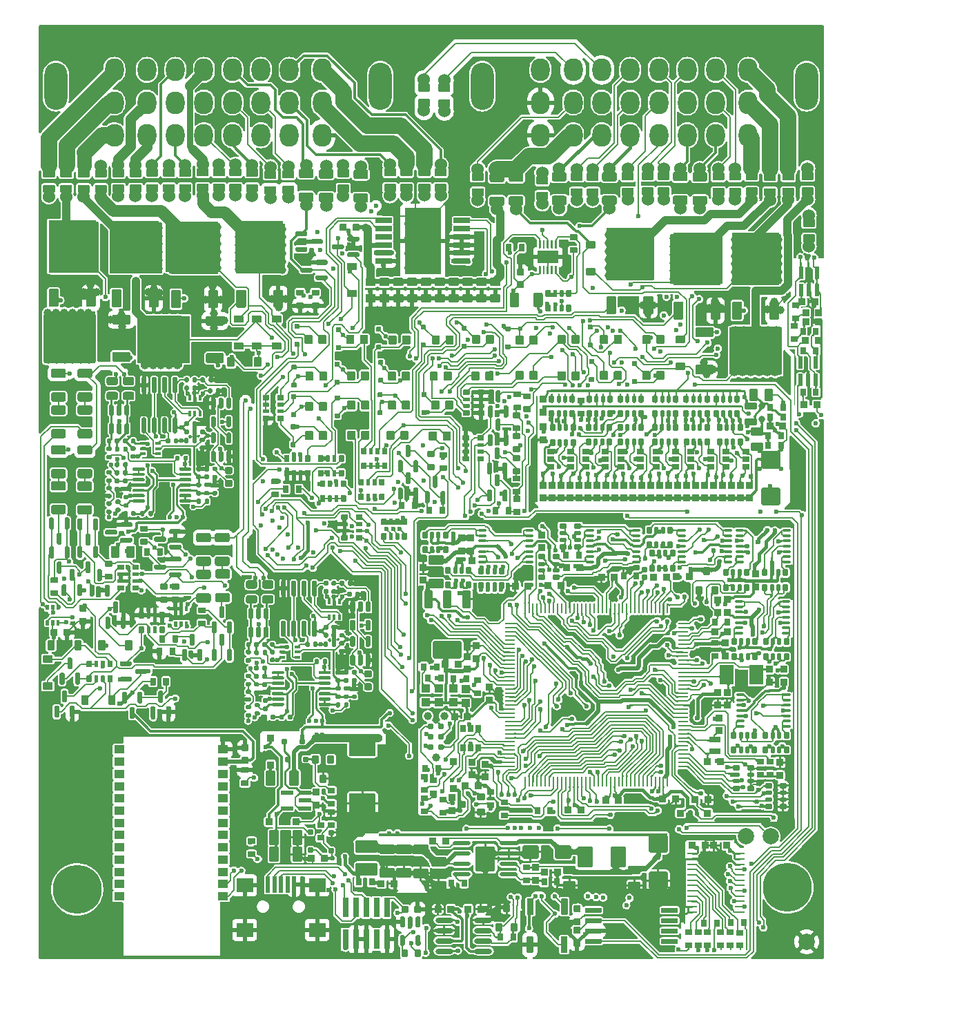
<source format=gtl>
G75*
G70*
%OFA0B0*%
%FSLAX25Y25*%
%IPPOS*%
%LPD*%
%AMOC8*
5,1,8,0,0,1.08239X$1,22.5*
%
%AMM111*
21,1,0.070870,0.036220,-0.000000,0.000000,90.000000*
21,1,0.061810,0.045280,-0.000000,0.000000,90.000000*
1,1,0.009060,0.018110,0.030910*
1,1,0.009060,0.018110,-0.030910*
1,1,0.009060,-0.018110,-0.030910*
1,1,0.009060,-0.018110,0.030910*
%
%AMM112*
21,1,0.033470,0.026770,-0.000000,0.000000,270.000000*
21,1,0.026770,0.033470,-0.000000,0.000000,270.000000*
1,1,0.006690,-0.013390,-0.013390*
1,1,0.006690,-0.013390,0.013390*
1,1,0.006690,0.013390,0.013390*
1,1,0.006690,0.013390,-0.013390*
%
%AMM113*
21,1,0.035430,0.030320,-0.000000,0.000000,180.000000*
21,1,0.028350,0.037400,-0.000000,0.000000,180.000000*
1,1,0.007090,-0.014170,0.015160*
1,1,0.007090,0.014170,0.015160*
1,1,0.007090,0.014170,-0.015160*
1,1,0.007090,-0.014170,-0.015160*
%
%AMM114*
21,1,0.021650,0.052760,-0.000000,0.000000,90.000000*
21,1,0.017320,0.057090,-0.000000,0.000000,90.000000*
1,1,0.004330,0.026380,0.008660*
1,1,0.004330,0.026380,-0.008660*
1,1,0.004330,-0.026380,-0.008660*
1,1,0.004330,-0.026380,0.008660*
%
%AMM115*
21,1,0.094490,0.111020,-0.000000,0.000000,270.000000*
21,1,0.075590,0.129920,-0.000000,0.000000,270.000000*
1,1,0.018900,-0.055510,-0.037800*
1,1,0.018900,-0.055510,0.037800*
1,1,0.018900,0.055510,0.037800*
1,1,0.018900,0.055510,-0.037800*
%
%AMM116*
21,1,0.023620,0.018900,-0.000000,0.000000,0.000000*
21,1,0.018900,0.023620,-0.000000,0.000000,0.000000*
1,1,0.004720,0.009450,-0.009450*
1,1,0.004720,-0.009450,-0.009450*
1,1,0.004720,-0.009450,0.009450*
1,1,0.004720,0.009450,0.009450*
%
%AMM117*
21,1,0.035830,0.026770,-0.000000,0.000000,90.000000*
21,1,0.029130,0.033470,-0.000000,0.000000,90.000000*
1,1,0.006690,0.013390,0.014570*
1,1,0.006690,0.013390,-0.014570*
1,1,0.006690,-0.013390,-0.014570*
1,1,0.006690,-0.013390,0.014570*
%
%AMM118*
21,1,0.023620,0.018900,-0.000000,0.000000,270.000000*
21,1,0.018900,0.023620,-0.000000,0.000000,270.000000*
1,1,0.004720,-0.009450,-0.009450*
1,1,0.004720,-0.009450,0.009450*
1,1,0.004720,0.009450,0.009450*
1,1,0.004720,0.009450,-0.009450*
%
%AMM119*
21,1,0.027560,0.030710,-0.000000,0.000000,90.000000*
21,1,0.022050,0.036220,-0.000000,0.000000,90.000000*
1,1,0.005510,0.015350,0.011020*
1,1,0.005510,0.015350,-0.011020*
1,1,0.005510,-0.015350,-0.011020*
1,1,0.005510,-0.015350,0.011020*
%
%AMM120*
21,1,0.033470,0.026770,-0.000000,0.000000,180.000000*
21,1,0.026770,0.033470,-0.000000,0.000000,180.000000*
1,1,0.006690,-0.013390,0.013390*
1,1,0.006690,0.013390,0.013390*
1,1,0.006690,0.013390,-0.013390*
1,1,0.006690,-0.013390,-0.013390*
%
%AMM121*
21,1,0.035830,0.026770,-0.000000,0.000000,180.000000*
21,1,0.029130,0.033470,-0.000000,0.000000,180.000000*
1,1,0.006690,-0.014570,0.013390*
1,1,0.006690,0.014570,0.013390*
1,1,0.006690,0.014570,-0.013390*
1,1,0.006690,-0.014570,-0.013390*
%
%AMM122*
21,1,0.047240,0.015750,-0.000000,0.000000,225.000000*
1,1,0.015750,0.016700,0.016700*
1,1,0.015750,-0.016700,-0.016700*
%
%AMM137*
21,1,0.027560,0.030710,-0.000000,0.000000,270.000000*
21,1,0.022050,0.036220,-0.000000,0.000000,270.000000*
1,1,0.005510,-0.015350,-0.011020*
1,1,0.005510,-0.015350,0.011020*
1,1,0.005510,0.015350,0.011020*
1,1,0.005510,0.015350,-0.011020*
%
%AMM138*
21,1,0.033470,0.026770,-0.000000,0.000000,0.000000*
21,1,0.026770,0.033470,-0.000000,0.000000,0.000000*
1,1,0.006690,0.013390,-0.013390*
1,1,0.006690,-0.013390,-0.013390*
1,1,0.006690,-0.013390,0.013390*
1,1,0.006690,0.013390,0.013390*
%
%AMM154*
21,1,0.039370,0.049210,-0.000000,-0.000000,270.000000*
21,1,0.031500,0.057090,-0.000000,-0.000000,270.000000*
1,1,0.007870,-0.024610,-0.015750*
1,1,0.007870,-0.024610,0.015750*
1,1,0.007870,0.024610,0.015750*
1,1,0.007870,0.024610,-0.015750*
%
%AMM155*
21,1,0.106300,0.050390,-0.000000,-0.000000,180.000000*
21,1,0.093700,0.062990,-0.000000,-0.000000,180.000000*
1,1,0.012600,-0.046850,0.025200*
1,1,0.012600,0.046850,0.025200*
1,1,0.012600,0.046850,-0.025200*
1,1,0.012600,-0.046850,-0.025200*
%
%AMM156*
21,1,0.074800,0.083460,-0.000000,-0.000000,0.000000*
21,1,0.059840,0.098430,-0.000000,-0.000000,0.000000*
1,1,0.014960,0.029920,-0.041730*
1,1,0.014960,-0.029920,-0.041730*
1,1,0.014960,-0.029920,0.041730*
1,1,0.014960,0.029920,0.041730*
%
%AMM157*
21,1,0.027560,0.030710,-0.000000,-0.000000,0.000000*
21,1,0.022050,0.036220,-0.000000,-0.000000,0.000000*
1,1,0.005510,0.011020,-0.015350*
1,1,0.005510,-0.011020,-0.015350*
1,1,0.005510,-0.011020,0.015350*
1,1,0.005510,0.011020,0.015350*
%
%AMM158*
21,1,0.033470,0.026770,-0.000000,-0.000000,0.000000*
21,1,0.026770,0.033470,-0.000000,-0.000000,0.000000*
1,1,0.006690,0.013390,-0.013390*
1,1,0.006690,-0.013390,-0.013390*
1,1,0.006690,-0.013390,0.013390*
1,1,0.006690,0.013390,0.013390*
%
%AMM159*
21,1,0.033470,0.026770,-0.000000,-0.000000,90.000000*
21,1,0.026770,0.033470,-0.000000,-0.000000,90.000000*
1,1,0.006690,0.013390,0.013390*
1,1,0.006690,0.013390,-0.013390*
1,1,0.006690,-0.013390,-0.013390*
1,1,0.006690,-0.013390,0.013390*
%
%AMM160*
21,1,0.122050,0.075590,-0.000000,-0.000000,90.000000*
21,1,0.103150,0.094490,-0.000000,-0.000000,90.000000*
1,1,0.018900,0.037800,0.051580*
1,1,0.018900,0.037800,-0.051580*
1,1,0.018900,-0.037800,-0.051580*
1,1,0.018900,-0.037800,0.051580*
%
%AMM161*
21,1,0.078740,0.053540,-0.000000,-0.000000,0.000000*
21,1,0.065350,0.066930,-0.000000,-0.000000,0.000000*
1,1,0.013390,0.032680,-0.026770*
1,1,0.013390,-0.032680,-0.026770*
1,1,0.013390,-0.032680,0.026770*
1,1,0.013390,0.032680,0.026770*
%
%AMM162*
21,1,0.070870,0.036220,-0.000000,-0.000000,0.000000*
21,1,0.061810,0.045280,-0.000000,-0.000000,0.000000*
1,1,0.009060,0.030910,-0.018110*
1,1,0.009060,-0.030910,-0.018110*
1,1,0.009060,-0.030910,0.018110*
1,1,0.009060,0.030910,0.018110*
%
%AMM163*
21,1,0.086610,0.073230,-0.000000,-0.000000,270.000000*
21,1,0.069290,0.090550,-0.000000,-0.000000,270.000000*
1,1,0.017320,-0.036610,-0.034650*
1,1,0.017320,-0.036610,0.034650*
1,1,0.017320,0.036610,0.034650*
1,1,0.017320,0.036610,-0.034650*
%
%AMM164*
21,1,0.027560,0.030710,-0.000000,-0.000000,270.000000*
21,1,0.022050,0.036220,-0.000000,-0.000000,270.000000*
1,1,0.005510,-0.015350,-0.011020*
1,1,0.005510,-0.015350,0.011020*
1,1,0.005510,0.015350,0.011020*
1,1,0.005510,0.015350,-0.011020*
%
%AMM195*
21,1,0.035430,0.050000,-0.000000,-0.000000,90.000000*
21,1,0.028350,0.057090,-0.000000,-0.000000,90.000000*
1,1,0.007090,0.025000,0.014170*
1,1,0.007090,0.025000,-0.014170*
1,1,0.007090,-0.025000,-0.014170*
1,1,0.007090,-0.025000,0.014170*
%
%AMM196*
21,1,0.086610,0.073230,-0.000000,-0.000000,90.000000*
21,1,0.069290,0.090550,-0.000000,-0.000000,90.000000*
1,1,0.017320,0.036610,0.034650*
1,1,0.017320,0.036610,-0.034650*
1,1,0.017320,-0.036610,-0.034650*
1,1,0.017320,-0.036610,0.034650*
%
%AMM197*
21,1,0.039370,0.049210,-0.000000,-0.000000,0.000000*
21,1,0.031500,0.057090,-0.000000,-0.000000,0.000000*
1,1,0.007870,0.015750,-0.024610*
1,1,0.007870,-0.015750,-0.024610*
1,1,0.007870,-0.015750,0.024610*
1,1,0.007870,0.015750,0.024610*
%
%AMM198*
21,1,0.023620,0.030710,-0.000000,-0.000000,270.000000*
21,1,0.018900,0.035430,-0.000000,-0.000000,270.000000*
1,1,0.004720,-0.015350,-0.009450*
1,1,0.004720,-0.015350,0.009450*
1,1,0.004720,0.015350,0.009450*
1,1,0.004720,0.015350,-0.009450*
%
%AMM199*
21,1,0.025590,0.026380,-0.000000,-0.000000,180.000000*
21,1,0.020470,0.031500,-0.000000,-0.000000,180.000000*
1,1,0.005120,-0.010240,0.013190*
1,1,0.005120,0.010240,0.013190*
1,1,0.005120,0.010240,-0.013190*
1,1,0.005120,-0.010240,-0.013190*
%
%AMM200*
21,1,0.017720,0.027950,-0.000000,-0.000000,180.000000*
21,1,0.014170,0.031500,-0.000000,-0.000000,180.000000*
1,1,0.003540,-0.007090,0.013980*
1,1,0.003540,0.007090,0.013980*
1,1,0.003540,0.007090,-0.013980*
1,1,0.003540,-0.007090,-0.013980*
%
%AMM201*
21,1,0.027560,0.030710,-0.000000,-0.000000,180.000000*
21,1,0.022050,0.036220,-0.000000,-0.000000,180.000000*
1,1,0.005510,-0.011020,0.015350*
1,1,0.005510,0.011020,0.015350*
1,1,0.005510,0.011020,-0.015350*
1,1,0.005510,-0.011020,-0.015350*
%
%AMM202*
21,1,0.007870,0.503940,-0.000000,-0.000000,0.000000*
21,1,0.000000,0.511810,-0.000000,-0.000000,0.000000*
1,1,0.007870,-0.000000,-0.251970*
1,1,0.007870,-0.000000,-0.251970*
1,1,0.007870,-0.000000,0.251970*
1,1,0.007870,-0.000000,0.251970*
%
%AMM203*
21,1,0.009840,0.919290,-0.000000,-0.000000,90.000000*
21,1,0.000000,0.929130,-0.000000,-0.000000,90.000000*
1,1,0.009840,0.459650,-0.000000*
1,1,0.009840,0.459650,-0.000000*
1,1,0.009840,-0.459650,-0.000000*
1,1,0.009840,-0.459650,-0.000000*
%
%AMM204*
21,1,0.007870,0.041340,-0.000000,-0.000000,180.000000*
21,1,0.000000,0.049210,-0.000000,-0.000000,180.000000*
1,1,0.007870,-0.000000,0.020670*
1,1,0.007870,-0.000000,0.020670*
1,1,0.007870,-0.000000,-0.020670*
1,1,0.007870,-0.000000,-0.020670*
%
%AMM216*
21,1,0.027560,0.030710,-0.000000,0.000000,0.000000*
21,1,0.022050,0.036220,-0.000000,0.000000,0.000000*
1,1,0.005510,0.011020,-0.015350*
1,1,0.005510,-0.011020,-0.015350*
1,1,0.005510,-0.011020,0.015350*
1,1,0.005510,0.011020,0.015350*
%
%AMM259*
21,1,0.070870,0.036220,-0.000000,-0.000000,180.000000*
21,1,0.061810,0.045280,-0.000000,-0.000000,180.000000*
1,1,0.009060,-0.030910,0.018110*
1,1,0.009060,0.030910,0.018110*
1,1,0.009060,0.030910,-0.018110*
1,1,0.009060,-0.030910,-0.018110*
%
%AMM260*
21,1,0.027560,0.030710,-0.000000,-0.000000,90.000000*
21,1,0.022050,0.036220,-0.000000,-0.000000,90.000000*
1,1,0.005510,0.015350,0.011020*
1,1,0.005510,0.015350,-0.011020*
1,1,0.005510,-0.015350,-0.011020*
1,1,0.005510,-0.015350,0.011020*
%
%AMM261*
21,1,0.033470,0.026770,-0.000000,-0.000000,270.000000*
21,1,0.026770,0.033470,-0.000000,-0.000000,270.000000*
1,1,0.006690,-0.013390,-0.013390*
1,1,0.006690,-0.013390,0.013390*
1,1,0.006690,0.013390,0.013390*
1,1,0.006690,0.013390,-0.013390*
%
%AMM262*
21,1,0.023620,0.030710,-0.000000,-0.000000,0.000000*
21,1,0.018900,0.035430,-0.000000,-0.000000,0.000000*
1,1,0.004720,0.009450,-0.015350*
1,1,0.004720,-0.009450,-0.015350*
1,1,0.004720,-0.009450,0.015350*
1,1,0.004720,0.009450,0.015350*
%
%AMM263*
21,1,0.027560,0.018900,-0.000000,-0.000000,0.000000*
21,1,0.022840,0.023620,-0.000000,-0.000000,0.000000*
1,1,0.004720,0.011420,-0.009450*
1,1,0.004720,-0.011420,-0.009450*
1,1,0.004720,-0.011420,0.009450*
1,1,0.004720,0.011420,0.009450*
%
%AMM264*
21,1,0.137800,0.067720,-0.000000,-0.000000,180.000000*
21,1,0.120870,0.084650,-0.000000,-0.000000,180.000000*
1,1,0.016930,-0.060430,0.033860*
1,1,0.016930,0.060430,0.033860*
1,1,0.016930,0.060430,-0.033860*
1,1,0.016930,-0.060430,-0.033860*
%
%AMM265*
21,1,0.043310,0.075980,-0.000000,-0.000000,180.000000*
21,1,0.034650,0.084650,-0.000000,-0.000000,180.000000*
1,1,0.008660,-0.017320,0.037990*
1,1,0.008660,0.017320,0.037990*
1,1,0.008660,0.017320,-0.037990*
1,1,0.008660,-0.017320,-0.037990*
%
%AMM266*
21,1,0.043310,0.075990,-0.000000,-0.000000,180.000000*
21,1,0.034650,0.084650,-0.000000,-0.000000,180.000000*
1,1,0.008660,-0.017320,0.037990*
1,1,0.008660,0.017320,0.037990*
1,1,0.008660,0.017320,-0.037990*
1,1,0.008660,-0.017320,-0.037990*
%
%AMM267*
21,1,0.039370,0.035430,-0.000000,-0.000000,90.000000*
21,1,0.031500,0.043310,-0.000000,-0.000000,90.000000*
1,1,0.007870,0.017720,0.015750*
1,1,0.007870,0.017720,-0.015750*
1,1,0.007870,-0.017720,-0.015750*
1,1,0.007870,-0.017720,0.015750*
%
%AMM268*
21,1,0.035430,0.030320,-0.000000,-0.000000,90.000000*
21,1,0.028350,0.037400,-0.000000,-0.000000,90.000000*
1,1,0.007090,0.015160,0.014170*
1,1,0.007090,0.015160,-0.014170*
1,1,0.007090,-0.015160,-0.014170*
1,1,0.007090,-0.015160,0.014170*
%
%AMM269*
21,1,0.035830,0.026770,-0.000000,-0.000000,90.000000*
21,1,0.029130,0.033470,-0.000000,-0.000000,90.000000*
1,1,0.006690,0.013390,0.014570*
1,1,0.006690,0.013390,-0.014570*
1,1,0.006690,-0.013390,-0.014570*
1,1,0.006690,-0.013390,0.014570*
%
%AMM270*
21,1,0.035430,0.030320,-0.000000,-0.000000,0.000000*
21,1,0.028350,0.037400,-0.000000,-0.000000,0.000000*
1,1,0.007090,0.014170,-0.015160*
1,1,0.007090,-0.014170,-0.015160*
1,1,0.007090,-0.014170,0.015160*
1,1,0.007090,0.014170,0.015160*
%
%AMM271*
21,1,0.025590,0.026380,-0.000000,-0.000000,90.000000*
21,1,0.020470,0.031500,-0.000000,-0.000000,90.000000*
1,1,0.005120,0.013190,0.010240*
1,1,0.005120,0.013190,-0.010240*
1,1,0.005120,-0.013190,-0.010240*
1,1,0.005120,-0.013190,0.010240*
%
%AMM272*
21,1,0.017720,0.027950,-0.000000,-0.000000,90.000000*
21,1,0.014170,0.031500,-0.000000,-0.000000,90.000000*
1,1,0.003540,0.013980,0.007090*
1,1,0.003540,0.013980,-0.007090*
1,1,0.003540,-0.013980,-0.007090*
1,1,0.003540,-0.013980,0.007090*
%
%AMM273*
21,1,0.027560,0.049610,-0.000000,-0.000000,90.000000*
21,1,0.022050,0.055120,-0.000000,-0.000000,90.000000*
1,1,0.005510,0.024800,0.011020*
1,1,0.005510,0.024800,-0.011020*
1,1,0.005510,-0.024800,-0.011020*
1,1,0.005510,-0.024800,0.011020*
%
%AMM274*
21,1,0.035830,0.026770,-0.000000,-0.000000,0.000000*
21,1,0.029130,0.033470,-0.000000,-0.000000,0.000000*
1,1,0.006690,0.014570,-0.013390*
1,1,0.006690,-0.014570,-0.013390*
1,1,0.006690,-0.014570,0.013390*
1,1,0.006690,0.014570,0.013390*
%
%AMM275*
21,1,0.007870,0.029130,-0.000000,-0.000000,45.000000*
21,1,0.000000,0.037010,-0.000000,-0.000000,45.000000*
1,1,0.007870,0.010300,-0.010300*
1,1,0.007870,0.010300,-0.010300*
1,1,0.007870,-0.010300,0.010300*
1,1,0.007870,-0.010300,0.010300*
%
%AMM276*
21,1,0.007870,0.014960,-0.000000,-0.000000,315.000000*
21,1,0.000000,0.022840,-0.000000,-0.000000,315.000000*
1,1,0.007870,-0.005290,-0.005290*
1,1,0.007870,-0.005290,-0.005290*
1,1,0.007870,0.005290,0.005290*
1,1,0.007870,0.005290,0.005290*
%
%AMM277*
21,1,0.007870,0.013780,-0.000000,-0.000000,225.000000*
21,1,0.000000,0.021650,-0.000000,-0.000000,225.000000*
1,1,0.007870,-0.004870,0.004870*
1,1,0.007870,-0.004870,0.004870*
1,1,0.007870,0.004870,-0.004870*
1,1,0.007870,0.004870,-0.004870*
%
%AMM278*
21,1,0.007870,0.039370,-0.000000,-0.000000,225.000000*
21,1,0.000000,0.047240,-0.000000,-0.000000,225.000000*
1,1,0.007870,-0.013920,0.013920*
1,1,0.007870,-0.013920,0.013920*
1,1,0.007870,0.013920,-0.013920*
1,1,0.007870,0.013920,-0.013920*
%
%AMM279*
21,1,0.007870,0.055120,-0.000000,-0.000000,90.000000*
21,1,0.000000,0.062990,-0.000000,-0.000000,90.000000*
1,1,0.007870,0.027560,-0.000000*
1,1,0.007870,0.027560,-0.000000*
1,1,0.007870,-0.027560,-0.000000*
1,1,0.007870,-0.027560,-0.000000*
%
%AMM280*
21,1,0.007870,0.023620,-0.000000,-0.000000,135.000000*
21,1,0.000000,0.031500,-0.000000,-0.000000,135.000000*
1,1,0.007870,0.008350,0.008350*
1,1,0.007870,0.008350,0.008350*
1,1,0.007870,-0.008350,-0.008350*
1,1,0.007870,-0.008350,-0.008350*
%
%AMM281*
21,1,0.007870,1.704720,-0.000000,-0.000000,90.000000*
21,1,0.000000,1.712600,-0.000000,-0.000000,90.000000*
1,1,0.007870,0.852360,-0.000000*
1,1,0.007870,0.852360,-0.000000*
1,1,0.007870,-0.852360,-0.000000*
1,1,0.007870,-0.852360,-0.000000*
%
%AMM282*
21,1,0.007870,1.405510,-0.000000,-0.000000,0.000000*
21,1,0.000000,1.413390,-0.000000,-0.000000,0.000000*
1,1,0.007870,-0.000000,-0.702760*
1,1,0.007870,-0.000000,-0.702760*
1,1,0.007870,-0.000000,0.702760*
1,1,0.007870,-0.000000,0.702760*
%
%AMM283*
21,1,0.007870,1.787400,-0.000000,-0.000000,90.000000*
21,1,0.000000,1.795280,-0.000000,-0.000000,90.000000*
1,1,0.007870,0.893700,-0.000000*
1,1,0.007870,0.893700,-0.000000*
1,1,0.007870,-0.893700,-0.000000*
1,1,0.007870,-0.893700,-0.000000*
%
%AMM284*
21,1,0.007870,1.416930,-0.000000,-0.000000,0.000000*
21,1,0.000000,1.424800,-0.000000,-0.000000,0.000000*
1,1,0.007870,-0.000000,-0.708470*
1,1,0.007870,-0.000000,-0.708470*
1,1,0.007870,-0.000000,0.708470*
1,1,0.007870,-0.000000,0.708470*
%
%AMM285*
21,1,0.009840,0.017720,-0.000000,-0.000000,0.000000*
21,1,0.000000,0.027560,-0.000000,-0.000000,0.000000*
1,1,0.009840,-0.000000,-0.008860*
1,1,0.009840,-0.000000,-0.008860*
1,1,0.009840,-0.000000,0.008860*
1,1,0.009840,-0.000000,0.008860*
%
%AMM308*
21,1,0.033470,0.026770,-0.000000,-0.000000,180.000000*
21,1,0.026770,0.033470,-0.000000,-0.000000,180.000000*
1,1,0.006690,-0.013390,0.013390*
1,1,0.006690,0.013390,0.013390*
1,1,0.006690,0.013390,-0.013390*
1,1,0.006690,-0.013390,-0.013390*
%
%AMM310*
21,1,0.021650,0.052760,-0.000000,0.000000,0.000000*
21,1,0.017320,0.057090,-0.000000,0.000000,0.000000*
1,1,0.004330,0.008660,-0.026380*
1,1,0.004330,-0.008660,-0.026380*
1,1,0.004330,-0.008660,0.026380*
1,1,0.004330,0.008660,0.026380*
%
%AMM44*
21,1,0.033470,0.026770,0.000000,0.000000,0.000000*
21,1,0.026770,0.033470,0.000000,0.000000,0.000000*
1,1,0.006690,0.013390,-0.013390*
1,1,0.006690,-0.013390,-0.013390*
1,1,0.006690,-0.013390,0.013390*
1,1,0.006690,0.013390,0.013390*
%
%AMM45*
21,1,0.027560,0.030710,0.000000,0.000000,270.000000*
21,1,0.022050,0.036220,0.000000,0.000000,270.000000*
1,1,0.005510,-0.015350,-0.011020*
1,1,0.005510,-0.015350,0.011020*
1,1,0.005510,0.015350,0.011020*
1,1,0.005510,0.015350,-0.011020*
%
%AMM46*
21,1,0.015750,0.009840,0.000000,0.000000,45.000000*
1,1,0.009840,-0.005570,-0.005570*
1,1,0.009840,0.005570,0.005570*
%
%AMM9*
21,1,0.027560,0.030710,0.000000,0.000000,0.000000*
21,1,0.022050,0.036220,0.000000,0.000000,0.000000*
1,1,0.005510,0.011020,-0.015350*
1,1,0.005510,-0.011020,-0.015350*
1,1,0.005510,-0.011020,0.015350*
1,1,0.005510,0.011020,0.015350*
%
%ADD10O,0.00984X0.40157*%
%ADD101O,0.03937X0.01968*%
%ADD107C,0.01968*%
%ADD11O,0.22835X0.00984*%
%ADD12O,0.00787X0.01575*%
%ADD127O,0.08661X0.01968*%
%ADD13C,0.02362*%
%ADD133O,0.01968X0.03937*%
%ADD134O,0.01968X0.11811*%
%ADD135O,0.01575X0.28347*%
%ADD14C,0.06000*%
%ADD148R,0.02559X0.01575*%
%ADD15C,0.23622*%
%ADD155R,0.01575X0.02559*%
%ADD157O,0.04961X0.00984*%
%ADD158M44*%
%ADD159M45*%
%ADD16C,0.07874*%
%ADD160M46*%
%ADD161O,0.00984X0.40158*%
%ADD17R,0.22835X0.25197*%
%ADD18O,0.11024X0.22835*%
%ADD188O,0.05118X0.00866*%
%ADD189O,0.00866X0.05118*%
%ADD19O,0.09055X0.11024*%
%ADD194O,0.04331X0.01181*%
%ADD197R,0.06693X0.09449*%
%ADD20R,0.01969X0.07874*%
%ADD21R,0.07874X0.06693*%
%ADD215R,0.01968X0.01968*%
%ADD216C,0.03100*%
%ADD217C,0.03900*%
%ADD22R,0.25197X0.22835*%
%ADD23R,0.07874X0.02559*%
%ADD24R,0.17717X0.31890*%
%ADD242O,0.08661X0.02362*%
%ADD243O,0.01968X0.00984*%
%ADD244O,0.00984X0.01968*%
%ADD25O,0.00984X0.01969*%
%ADD250M111*%
%ADD251M112*%
%ADD252M113*%
%ADD253M114*%
%ADD254M115*%
%ADD255M116*%
%ADD256M117*%
%ADD257M118*%
%ADD258M119*%
%ADD259M120*%
%ADD26O,0.00787X0.22323*%
%ADD260M121*%
%ADD261O,0.34429X0.03937*%
%ADD262O,0.36221X0.00787*%
%ADD263O,0.01968X0.00787*%
%ADD264M122*%
%ADD27O,0.43701X0.00787*%
%ADD28O,0.01969X0.00984*%
%ADD280M137*%
%ADD281M138*%
%ADD29O,0.00787X0.26772*%
%ADD30O,0.38583X0.01575*%
%ADD305M154*%
%ADD306M155*%
%ADD307M156*%
%ADD308M157*%
%ADD309M158*%
%ADD31O,0.01969X0.03937*%
%ADD310M159*%
%ADD311M160*%
%ADD312M161*%
%ADD313M162*%
%ADD314M163*%
%ADD315M164*%
%ADD32O,0.34428X0.03937*%
%ADD33O,0.01575X0.35433*%
%ADD34O,0.21260X0.01575*%
%ADD346M195*%
%ADD347M196*%
%ADD348M197*%
%ADD349M198*%
%ADD35O,0.00787X0.25591*%
%ADD350M199*%
%ADD351M200*%
%ADD352M201*%
%ADD353M202*%
%ADD354M203*%
%ADD355M204*%
%ADD36O,0.00787X0.54331*%
%ADD367M216*%
%ADD37O,0.01969X0.00787*%
%ADD38O,0.36220X0.00787*%
%ADD39R,0.00984X0.71654*%
%ADD40R,0.25591X0.00984*%
%ADD41R,0.25394X0.00984*%
%ADD414M259*%
%ADD415M260*%
%ADD416M261*%
%ADD417M262*%
%ADD418M263*%
%ADD419M264*%
%ADD42R,0.04921X0.00984*%
%ADD420M265*%
%ADD421M266*%
%ADD422M267*%
%ADD423M268*%
%ADD424M269*%
%ADD425M270*%
%ADD426M271*%
%ADD427M272*%
%ADD428M273*%
%ADD429M274*%
%ADD43R,0.53740X0.00984*%
%ADD430M275*%
%ADD431M276*%
%ADD432M277*%
%ADD433M278*%
%ADD434M279*%
%ADD435M280*%
%ADD436M281*%
%ADD437M282*%
%ADD438M283*%
%ADD439M284*%
%ADD44R,0.01378X0.00984*%
%ADD440M285*%
%ADD45R,0.10236X0.05906*%
%ADD46R,0.05118X0.03937*%
%ADD469M308*%
%ADD47O,0.19685X0.01575*%
%ADD471M310*%
%ADD48O,0.01575X0.28346*%
%ADD49O,1.18110X0.01575*%
%ADD50O,0.03937X0.01969*%
%ADD51O,0.00787X0.12205*%
%ADD52O,0.01969X0.11811*%
%ADD53O,1.39370X0.01575*%
%ADD54R,0.02913X0.09449*%
%ADD55C,0.03937*%
%ADD56C,0.05906*%
%ADD57C,0.00787*%
%ADD58C,0.01575*%
%ADD59C,0.01969*%
%ADD60C,0.01181*%
%ADD61C,0.00800*%
%ADD62C,0.05512*%
%ADD63C,0.05118*%
%ADD64C,0.07087*%
%ADD65C,0.03150*%
%ADD66C,0.04724*%
%ADD74C,0.00984*%
%ADD95M9*%
X0000000Y0000000D02*
%LPD*%
G01*
D10*
X0312126Y0037402D03*
D11*
X0324379Y0058071D03*
G36*
G01*
X0311811Y0056576D02*
X0311811Y0056576D01*
G75*
G02*
X0311811Y0057272I0000348J0000348D01*
G01*
X0312925Y0058385D01*
G75*
G02*
X0313621Y0058385I0000348J-000348D01*
G01*
X0313621Y0058385D01*
G75*
G02*
X0313621Y0057689I-000348J-000348D01*
G01*
X0312507Y0056576D01*
G75*
G02*
X0311811Y0056576I-000348J0000348D01*
G01*
G37*
D12*
X0342145Y0005415D03*
X0339153Y0005415D03*
X0334527Y0005415D03*
X0329901Y0005415D03*
X0326594Y0005415D03*
X0323641Y0005415D03*
X0319015Y0005415D03*
X0314389Y0005415D03*
D13*
X0334232Y0045177D03*
X0341456Y0043504D03*
X0333385Y0041339D03*
X0334232Y0037894D03*
X0334527Y0034547D03*
X0341456Y0033268D03*
X0336299Y0028150D03*
X0341456Y0025591D03*
X0318129Y0053839D03*
X0334173Y0052657D03*
G36*
G01*
X0098858Y0294508D02*
X0094843Y0294508D01*
G75*
G02*
X0094488Y0294862I0000000J0000354D01*
G01*
X0094488Y0297697D01*
G75*
G02*
X0094843Y0298051I0000354J0000000D01*
G01*
X0098858Y0298051D01*
G75*
G02*
X0099213Y0297697I0000000J-000354D01*
G01*
X0099213Y0294862D01*
G75*
G02*
X0098858Y0294508I-000354J0000000D01*
G01*
G37*
G36*
G01*
X0098858Y0307500D02*
X0094843Y0307500D01*
G75*
G02*
X0094488Y0307854I0000000J0000354D01*
G01*
X0094488Y0310689D01*
G75*
G02*
X0094843Y0311043I0000354J0000000D01*
G01*
X0098858Y0311043D01*
G75*
G02*
X0099213Y0310689I0000000J-000354D01*
G01*
X0099213Y0307854D01*
G75*
G02*
X0098858Y0307500I-000354J0000000D01*
G01*
G37*
G36*
G01*
X0304626Y0368898D02*
X0299705Y0368898D01*
G75*
G02*
X0299311Y0369291I0000000J0000394D01*
G01*
X0299311Y0372441D01*
G75*
G02*
X0299705Y0372835I0000394J0000000D01*
G01*
X0304626Y0372835D01*
G75*
G02*
X0305020Y0372441I0000000J-000394D01*
G01*
X0305020Y0369291D01*
G75*
G02*
X0304626Y0368898I-000394J0000000D01*
G01*
G37*
D14*
X0302165Y0367106D03*
G36*
G01*
X0304626Y0376378D02*
X0299705Y0376378D01*
G75*
G02*
X0299311Y0376772I0000000J0000394D01*
G01*
X0299311Y0379921D01*
G75*
G02*
X0299705Y0380315I0000394J0000000D01*
G01*
X0304626Y0380315D01*
G75*
G02*
X0305020Y0379921I0000000J-000394D01*
G01*
X0305020Y0376772D01*
G75*
G02*
X0304626Y0376378I-000394J0000000D01*
G01*
G37*
X0302165Y0382106D03*
G36*
G01*
X0261772Y0016634D02*
X0259094Y0016634D01*
G75*
G02*
X0258760Y0016968I0000000J0000335D01*
G01*
X0258760Y0019646D01*
G75*
G02*
X0259094Y0019980I0000335J0000000D01*
G01*
X0261772Y0019980D01*
G75*
G02*
X0262106Y0019646I0000000J-000335D01*
G01*
X0262106Y0016968D01*
G75*
G02*
X0261772Y0016634I-000335J0000000D01*
G01*
G37*
G36*
G01*
X0261772Y0022854D02*
X0259094Y0022854D01*
G75*
G02*
X0258760Y0023189I0000000J0000335D01*
G01*
X0258760Y0025866D01*
G75*
G02*
X0259094Y0026201I0000335J0000000D01*
G01*
X0261772Y0026201D01*
G75*
G02*
X0262106Y0025866I0000000J-000335D01*
G01*
X0262106Y0023189D01*
G75*
G02*
X0261772Y0022854I-000335J0000000D01*
G01*
G37*
G36*
G01*
X0049646Y0209449D02*
X0052717Y0209449D01*
G75*
G02*
X0052992Y0209173I0000000J-000276D01*
G01*
X0052992Y0206969D01*
G75*
G02*
X0052717Y0206693I-000276J0000000D01*
G01*
X0049646Y0206693D01*
G75*
G02*
X0049370Y0206969I0000000J0000276D01*
G01*
X0049370Y0209173D01*
G75*
G02*
X0049646Y0209449I0000276J0000000D01*
G01*
G37*
G36*
G01*
X0049646Y0203150D02*
X0052717Y0203150D01*
G75*
G02*
X0052992Y0202874I0000000J-000276D01*
G01*
X0052992Y0200669D01*
G75*
G02*
X0052717Y0200394I-000276J0000000D01*
G01*
X0049646Y0200394D01*
G75*
G02*
X0049370Y0200669I0000000J0000276D01*
G01*
X0049370Y0202874D01*
G75*
G02*
X0049646Y0203150I0000276J0000000D01*
G01*
G37*
G36*
G01*
X0101614Y0058661D02*
X0104685Y0058661D01*
G75*
G02*
X0104961Y0058386I0000000J-000276D01*
G01*
X0104961Y0056181D01*
G75*
G02*
X0104685Y0055906I-000276J0000000D01*
G01*
X0101614Y0055906D01*
G75*
G02*
X0101339Y0056181I0000000J0000276D01*
G01*
X0101339Y0058386D01*
G75*
G02*
X0101614Y0058661I0000276J0000000D01*
G01*
G37*
G36*
G01*
X0101614Y0052362D02*
X0104685Y0052362D01*
G75*
G02*
X0104961Y0052087I0000000J-000276D01*
G01*
X0104961Y0049882D01*
G75*
G02*
X0104685Y0049606I-000276J0000000D01*
G01*
X0101614Y0049606D01*
G75*
G02*
X0101339Y0049882I0000000J0000276D01*
G01*
X0101339Y0052087D01*
G75*
G02*
X0101614Y0052362I0000276J0000000D01*
G01*
G37*
G36*
G01*
X0136220Y0221319D02*
X0136220Y0223957D01*
G75*
G02*
X0136476Y0224213I0000256J0000000D01*
G01*
X0138524Y0224213D01*
G75*
G02*
X0138780Y0223957I0000000J-000256D01*
G01*
X0138780Y0221319D01*
G75*
G02*
X0138524Y0221063I-000256J0000000D01*
G01*
X0136476Y0221063D01*
G75*
G02*
X0136220Y0221319I0000000J0000256D01*
G01*
G37*
G36*
G01*
X0140059Y0221240D02*
X0140059Y0224035D01*
G75*
G02*
X0140236Y0224213I0000177J0000000D01*
G01*
X0141654Y0224213D01*
G75*
G02*
X0141831Y0224035I0000000J-000177D01*
G01*
X0141831Y0221240D01*
G75*
G02*
X0141654Y0221063I-000177J0000000D01*
G01*
X0140236Y0221063D01*
G75*
G02*
X0140059Y0221240I0000000J0000177D01*
G01*
G37*
G36*
G01*
X0143209Y0221240D02*
X0143209Y0224035D01*
G75*
G02*
X0143386Y0224213I0000177J0000000D01*
G01*
X0144803Y0224213D01*
G75*
G02*
X0144980Y0224035I0000000J-000177D01*
G01*
X0144980Y0221240D01*
G75*
G02*
X0144803Y0221063I-000177J0000000D01*
G01*
X0143386Y0221063D01*
G75*
G02*
X0143209Y0221240I0000000J0000177D01*
G01*
G37*
G36*
G01*
X0146260Y0221319D02*
X0146260Y0223957D01*
G75*
G02*
X0146516Y0224213I0000256J0000000D01*
G01*
X0148563Y0224213D01*
G75*
G02*
X0148819Y0223957I0000000J-000256D01*
G01*
X0148819Y0221319D01*
G75*
G02*
X0148563Y0221063I-000256J0000000D01*
G01*
X0146516Y0221063D01*
G75*
G02*
X0146260Y0221319I0000000J0000256D01*
G01*
G37*
G36*
G01*
X0146260Y0228406D02*
X0146260Y0231043D01*
G75*
G02*
X0146516Y0231299I0000256J0000000D01*
G01*
X0148563Y0231299D01*
G75*
G02*
X0148819Y0231043I0000000J-000256D01*
G01*
X0148819Y0228406D01*
G75*
G02*
X0148563Y0228150I-000256J0000000D01*
G01*
X0146516Y0228150D01*
G75*
G02*
X0146260Y0228406I0000000J0000256D01*
G01*
G37*
G36*
G01*
X0143209Y0228327D02*
X0143209Y0231122D01*
G75*
G02*
X0143386Y0231299I0000177J0000000D01*
G01*
X0144803Y0231299D01*
G75*
G02*
X0144980Y0231122I0000000J-000177D01*
G01*
X0144980Y0228327D01*
G75*
G02*
X0144803Y0228150I-000177J0000000D01*
G01*
X0143386Y0228150D01*
G75*
G02*
X0143209Y0228327I0000000J0000177D01*
G01*
G37*
G36*
G01*
X0140059Y0228327D02*
X0140059Y0231122D01*
G75*
G02*
X0140236Y0231299I0000177J0000000D01*
G01*
X0141654Y0231299D01*
G75*
G02*
X0141831Y0231122I0000000J-000177D01*
G01*
X0141831Y0228327D01*
G75*
G02*
X0141654Y0228150I-000177J0000000D01*
G01*
X0140236Y0228150D01*
G75*
G02*
X0140059Y0228327I0000000J0000177D01*
G01*
G37*
G36*
G01*
X0136220Y0228406D02*
X0136220Y0231043D01*
G75*
G02*
X0136476Y0231299I0000256J0000000D01*
G01*
X0138524Y0231299D01*
G75*
G02*
X0138780Y0231043I0000000J-000256D01*
G01*
X0138780Y0228406D01*
G75*
G02*
X0138524Y0228150I-000256J0000000D01*
G01*
X0136476Y0228150D01*
G75*
G02*
X0136220Y0228406I0000000J0000256D01*
G01*
G37*
G36*
G01*
X0199409Y0254528D02*
X0199409Y0250984D01*
G75*
G02*
X0199016Y0250591I-000394J0000000D01*
G01*
X0195866Y0250591D01*
G75*
G02*
X0195472Y0250984I0000000J0000394D01*
G01*
X0195472Y0254528D01*
G75*
G02*
X0195866Y0254921I0000394J0000000D01*
G01*
X0199016Y0254921D01*
G75*
G02*
X0199409Y0254528I0000000J-000394D01*
G01*
G37*
G36*
G01*
X0192717Y0254528D02*
X0192717Y0250984D01*
G75*
G02*
X0192323Y0250591I-000394J0000000D01*
G01*
X0189173Y0250591D01*
G75*
G02*
X0188780Y0250984I0000000J0000394D01*
G01*
X0188780Y0254528D01*
G75*
G02*
X0189173Y0254921I0000394J0000000D01*
G01*
X0192323Y0254921D01*
G75*
G02*
X0192717Y0254528I0000000J-000394D01*
G01*
G37*
G36*
G01*
X0215295Y0262598D02*
X0212657Y0262598D01*
G75*
G02*
X0212402Y0262854I0000000J0000256D01*
G01*
X0212402Y0264902D01*
G75*
G02*
X0212657Y0265157I0000256J0000000D01*
G01*
X0215295Y0265157D01*
G75*
G02*
X0215551Y0264902I0000000J-000256D01*
G01*
X0215551Y0262854D01*
G75*
G02*
X0215295Y0262598I-000256J0000000D01*
G01*
G37*
G36*
G01*
X0215374Y0266437D02*
X0212579Y0266437D01*
G75*
G02*
X0212402Y0266614I0000000J0000177D01*
G01*
X0212402Y0268031D01*
G75*
G02*
X0212579Y0268209I0000177J0000000D01*
G01*
X0215374Y0268209D01*
G75*
G02*
X0215551Y0268031I0000000J-000177D01*
G01*
X0215551Y0266614D01*
G75*
G02*
X0215374Y0266437I-000177J0000000D01*
G01*
G37*
G36*
G01*
X0215374Y0269587D02*
X0212579Y0269587D01*
G75*
G02*
X0212402Y0269764I0000000J0000177D01*
G01*
X0212402Y0271181D01*
G75*
G02*
X0212579Y0271358I0000177J0000000D01*
G01*
X0215374Y0271358D01*
G75*
G02*
X0215551Y0271181I0000000J-000177D01*
G01*
X0215551Y0269764D01*
G75*
G02*
X0215374Y0269587I-000177J0000000D01*
G01*
G37*
G36*
G01*
X0215295Y0272638D02*
X0212657Y0272638D01*
G75*
G02*
X0212402Y0272894I0000000J0000256D01*
G01*
X0212402Y0274941D01*
G75*
G02*
X0212657Y0275197I0000256J0000000D01*
G01*
X0215295Y0275197D01*
G75*
G02*
X0215551Y0274941I0000000J-000256D01*
G01*
X0215551Y0272894D01*
G75*
G02*
X0215295Y0272638I-000256J0000000D01*
G01*
G37*
G36*
G01*
X0208209Y0272638D02*
X0205571Y0272638D01*
G75*
G02*
X0205315Y0272894I0000000J0000256D01*
G01*
X0205315Y0274941D01*
G75*
G02*
X0205571Y0275197I0000256J0000000D01*
G01*
X0208209Y0275197D01*
G75*
G02*
X0208465Y0274941I0000000J-000256D01*
G01*
X0208465Y0272894D01*
G75*
G02*
X0208209Y0272638I-000256J0000000D01*
G01*
G37*
G36*
G01*
X0208287Y0269587D02*
X0205492Y0269587D01*
G75*
G02*
X0205315Y0269764I0000000J0000177D01*
G01*
X0205315Y0271181D01*
G75*
G02*
X0205492Y0271358I0000177J0000000D01*
G01*
X0208287Y0271358D01*
G75*
G02*
X0208465Y0271181I0000000J-000177D01*
G01*
X0208465Y0269764D01*
G75*
G02*
X0208287Y0269587I-000177J0000000D01*
G01*
G37*
G36*
G01*
X0208287Y0266437D02*
X0205492Y0266437D01*
G75*
G02*
X0205315Y0266614I0000000J0000177D01*
G01*
X0205315Y0268031D01*
G75*
G02*
X0205492Y0268209I0000177J0000000D01*
G01*
X0208287Y0268209D01*
G75*
G02*
X0208465Y0268031I0000000J-000177D01*
G01*
X0208465Y0266614D01*
G75*
G02*
X0208287Y0266437I-000177J0000000D01*
G01*
G37*
G36*
G01*
X0208209Y0262598D02*
X0205571Y0262598D01*
G75*
G02*
X0205315Y0262854I0000000J0000256D01*
G01*
X0205315Y0264902D01*
G75*
G02*
X0205571Y0265157I0000256J0000000D01*
G01*
X0208209Y0265157D01*
G75*
G02*
X0208465Y0264902I0000000J-000256D01*
G01*
X0208465Y0262854D01*
G75*
G02*
X0208209Y0262598I-000256J0000000D01*
G01*
G37*
G36*
G01*
X0265551Y0295715D02*
X0265551Y0297604D01*
G75*
G02*
X0265787Y0297841I0000236J0000000D01*
G01*
X0267677Y0297841D01*
G75*
G02*
X0267913Y0297604I0000000J-000236D01*
G01*
X0267913Y0295715D01*
G75*
G02*
X0267677Y0295478I-000236J0000000D01*
G01*
X0265787Y0295478D01*
G75*
G02*
X0265551Y0295715I0000000J0000236D01*
G01*
G37*
G36*
G01*
X0265551Y0304376D02*
X0265551Y0306266D01*
G75*
G02*
X0265787Y0306502I0000236J0000000D01*
G01*
X0267677Y0306502D01*
G75*
G02*
X0267913Y0306266I0000000J-000236D01*
G01*
X0267913Y0304376D01*
G75*
G02*
X0267677Y0304140I-000236J0000000D01*
G01*
X0265787Y0304140D01*
G75*
G02*
X0265551Y0304376I0000000J0000236D01*
G01*
G37*
G36*
G01*
X0098661Y0104075D02*
X0101339Y0104075D01*
G75*
G02*
X0101673Y0103740I0000000J-000335D01*
G01*
X0101673Y0101063D01*
G75*
G02*
X0101339Y0100728I-000335J0000000D01*
G01*
X0098661Y0100728D01*
G75*
G02*
X0098327Y0101063I0000000J0000335D01*
G01*
X0098327Y0103740D01*
G75*
G02*
X0098661Y0104075I0000335J0000000D01*
G01*
G37*
G36*
G01*
X0098661Y0097854D02*
X0101339Y0097854D01*
G75*
G02*
X0101673Y0097520I0000000J-000335D01*
G01*
X0101673Y0094843D01*
G75*
G02*
X0101339Y0094508I-000335J0000000D01*
G01*
X0098661Y0094508D01*
G75*
G02*
X0098327Y0094843I0000000J0000335D01*
G01*
X0098327Y0097520D01*
G75*
G02*
X0098661Y0097854I0000335J0000000D01*
G01*
G37*
G36*
G01*
X0124606Y0272795D02*
X0124606Y0270906D01*
G75*
G02*
X0124370Y0270669I-000236J0000000D01*
G01*
X0122480Y0270669D01*
G75*
G02*
X0122244Y0270906I0000000J0000236D01*
G01*
X0122244Y0272795D01*
G75*
G02*
X0122480Y0273031I0000236J0000000D01*
G01*
X0124370Y0273031D01*
G75*
G02*
X0124606Y0272795I0000000J-000236D01*
G01*
G37*
G36*
G01*
X0124606Y0264134D02*
X0124606Y0262244D01*
G75*
G02*
X0124370Y0262008I-000236J0000000D01*
G01*
X0122480Y0262008D01*
G75*
G02*
X0122244Y0262244I0000000J0000236D01*
G01*
X0122244Y0264134D01*
G75*
G02*
X0122480Y0264370I0000236J0000000D01*
G01*
X0124370Y0264370D01*
G75*
G02*
X0124606Y0264134I0000000J-000236D01*
G01*
G37*
G36*
G01*
X0229567Y0243504D02*
X0232638Y0243504D01*
G75*
G02*
X0232913Y0243228I0000000J-000276D01*
G01*
X0232913Y0241024D01*
G75*
G02*
X0232638Y0240748I-000276J0000000D01*
G01*
X0229567Y0240748D01*
G75*
G02*
X0229291Y0241024I0000000J0000276D01*
G01*
X0229291Y0243228D01*
G75*
G02*
X0229567Y0243504I0000276J0000000D01*
G01*
G37*
G36*
G01*
X0229567Y0237205D02*
X0232638Y0237205D01*
G75*
G02*
X0232913Y0236929I0000000J-000276D01*
G01*
X0232913Y0234724D01*
G75*
G02*
X0232638Y0234449I-000276J0000000D01*
G01*
X0229567Y0234449D01*
G75*
G02*
X0229291Y0234724I0000000J0000276D01*
G01*
X0229291Y0236929D01*
G75*
G02*
X0229567Y0237205I0000276J0000000D01*
G01*
G37*
G36*
G01*
X0067717Y0156457D02*
X0067717Y0153386D01*
G75*
G02*
X0067441Y0153110I-000276J0000000D01*
G01*
X0065236Y0153110D01*
G75*
G02*
X0064961Y0153386I0000000J0000276D01*
G01*
X0064961Y0156457D01*
G75*
G02*
X0065236Y0156732I0000276J0000000D01*
G01*
X0067441Y0156732D01*
G75*
G02*
X0067717Y0156457I0000000J-000276D01*
G01*
G37*
G36*
G01*
X0061417Y0156457D02*
X0061417Y0153386D01*
G75*
G02*
X0061142Y0153110I-000276J0000000D01*
G01*
X0058937Y0153110D01*
G75*
G02*
X0058661Y0153386I0000000J0000276D01*
G01*
X0058661Y0156457D01*
G75*
G02*
X0058937Y0156732I0000276J0000000D01*
G01*
X0061142Y0156732D01*
G75*
G02*
X0061417Y0156457I0000000J-000276D01*
G01*
G37*
G36*
G01*
X0132520Y0323425D02*
X0135591Y0323425D01*
G75*
G02*
X0135866Y0323150I0000000J-000276D01*
G01*
X0135866Y0320945D01*
G75*
G02*
X0135591Y0320669I-000276J0000000D01*
G01*
X0132520Y0320669D01*
G75*
G02*
X0132244Y0320945I0000000J0000276D01*
G01*
X0132244Y0323150D01*
G75*
G02*
X0132520Y0323425I0000276J0000000D01*
G01*
G37*
G36*
G01*
X0132520Y0317126D02*
X0135591Y0317126D01*
G75*
G02*
X0135866Y0316850I0000000J-000276D01*
G01*
X0135866Y0314646D01*
G75*
G02*
X0135591Y0314370I-000276J0000000D01*
G01*
X0132520Y0314370D01*
G75*
G02*
X0132244Y0314646I0000000J0000276D01*
G01*
X0132244Y0316850D01*
G75*
G02*
X0132520Y0317126I0000276J0000000D01*
G01*
G37*
D15*
X0018909Y0033933D03*
G36*
G01*
X0160039Y0254921D02*
X0160039Y0251378D01*
G75*
G02*
X0159646Y0250984I-000394J0000000D01*
G01*
X0156496Y0250984D01*
G75*
G02*
X0156102Y0251378I0000000J0000394D01*
G01*
X0156102Y0254921D01*
G75*
G02*
X0156496Y0255315I0000394J0000000D01*
G01*
X0159646Y0255315D01*
G75*
G02*
X0160039Y0254921I0000000J-000394D01*
G01*
G37*
G36*
G01*
X0153346Y0254921D02*
X0153346Y0251378D01*
G75*
G02*
X0152953Y0250984I-000394J0000000D01*
G01*
X0149803Y0250984D01*
G75*
G02*
X0149409Y0251378I0000000J0000394D01*
G01*
X0149409Y0254921D01*
G75*
G02*
X0149803Y0255315I0000394J0000000D01*
G01*
X0152953Y0255315D01*
G75*
G02*
X0153346Y0254921I0000000J-000394D01*
G01*
G37*
D14*
X0177953Y0383878D03*
G36*
G01*
X0175492Y0382087D02*
X0180413Y0382087D01*
G75*
G02*
X0180807Y0381693I0000000J-000394D01*
G01*
X0180807Y0378543D01*
G75*
G02*
X0180413Y0378150I-000394J0000000D01*
G01*
X0175492Y0378150D01*
G75*
G02*
X0175098Y0378543I0000000J0000394D01*
G01*
X0175098Y0381693D01*
G75*
G02*
X0175492Y0382087I0000394J0000000D01*
G01*
G37*
X0177953Y0368878D03*
G36*
G01*
X0175492Y0374606D02*
X0180413Y0374606D01*
G75*
G02*
X0180807Y0374213I0000000J-000394D01*
G01*
X0180807Y0371063D01*
G75*
G02*
X0180413Y0370669I-000394J0000000D01*
G01*
X0175492Y0370669D01*
G75*
G02*
X0175098Y0371063I0000000J0000394D01*
G01*
X0175098Y0374213D01*
G75*
G02*
X0175492Y0374606I0000394J0000000D01*
G01*
G37*
X0294488Y0367106D03*
G36*
G01*
X0296949Y0368898D02*
X0292028Y0368898D01*
G75*
G02*
X0291634Y0369291I0000000J0000394D01*
G01*
X0291634Y0372441D01*
G75*
G02*
X0292028Y0372835I0000394J0000000D01*
G01*
X0296949Y0372835D01*
G75*
G02*
X0297343Y0372441I0000000J-000394D01*
G01*
X0297343Y0369291D01*
G75*
G02*
X0296949Y0368898I-000394J0000000D01*
G01*
G37*
X0294488Y0382106D03*
G36*
G01*
X0296949Y0376378D02*
X0292028Y0376378D01*
G75*
G02*
X0291634Y0376772I0000000J0000394D01*
G01*
X0291634Y0379921D01*
G75*
G02*
X0292028Y0380315I0000394J0000000D01*
G01*
X0296949Y0380315D01*
G75*
G02*
X0297343Y0379921I0000000J-000394D01*
G01*
X0297343Y0376772D01*
G75*
G02*
X0296949Y0376378I-000394J0000000D01*
G01*
G37*
G36*
G01*
X0097736Y0370669D02*
X0092815Y0370669D01*
G75*
G02*
X0092421Y0371063I0000000J0000394D01*
G01*
X0092421Y0374213D01*
G75*
G02*
X0092815Y0374606I0000394J0000000D01*
G01*
X0097736Y0374606D01*
G75*
G02*
X0098130Y0374213I0000000J-000394D01*
G01*
X0098130Y0371063D01*
G75*
G02*
X0097736Y0370669I-000394J0000000D01*
G01*
G37*
X0095276Y0368878D03*
X0095276Y0383878D03*
G36*
G01*
X0097736Y0378150D02*
X0092815Y0378150D01*
G75*
G02*
X0092421Y0378543I0000000J0000394D01*
G01*
X0092421Y0381693D01*
G75*
G02*
X0092815Y0382087I0000394J0000000D01*
G01*
X0097736Y0382087D01*
G75*
G02*
X0098130Y0381693I0000000J-000394D01*
G01*
X0098130Y0378543D01*
G75*
G02*
X0097736Y0378150I-000394J0000000D01*
G01*
G37*
G36*
G01*
X0013386Y0236004D02*
X0013386Y0233287D01*
G75*
G02*
X0012480Y0232382I-000906J0000000D01*
G01*
X0007205Y0232382D01*
G75*
G02*
X0006299Y0233287I0000000J0000906D01*
G01*
X0006299Y0236004D01*
G75*
G02*
X0007205Y0236909I0000906J0000000D01*
G01*
X0012480Y0236909D01*
G75*
G02*
X0013386Y0236004I0000000J-000906D01*
G01*
G37*
G36*
G01*
X0013386Y0247421D02*
X0013386Y0244705D01*
G75*
G02*
X0012480Y0243799I-000906J0000000D01*
G01*
X0007205Y0243799D01*
G75*
G02*
X0006299Y0244705I0000000J0000906D01*
G01*
X0006299Y0247421D01*
G75*
G02*
X0007205Y0248327I0000906J0000000D01*
G01*
X0012480Y0248327D01*
G75*
G02*
X0013386Y0247421I0000000J-000906D01*
G01*
G37*
D16*
X0353937Y0059488D03*
G36*
G01*
X0229961Y0274213D02*
X0233031Y0274213D01*
G75*
G02*
X0233307Y0273937I0000000J-000276D01*
G01*
X0233307Y0271732D01*
G75*
G02*
X0233031Y0271457I-000276J0000000D01*
G01*
X0229961Y0271457D01*
G75*
G02*
X0229685Y0271732I0000000J0000276D01*
G01*
X0229685Y0273937D01*
G75*
G02*
X0229961Y0274213I0000276J0000000D01*
G01*
G37*
G36*
G01*
X0229961Y0267913D02*
X0233031Y0267913D01*
G75*
G02*
X0233307Y0267638I0000000J-000276D01*
G01*
X0233307Y0265433D01*
G75*
G02*
X0233031Y0265157I-000276J0000000D01*
G01*
X0229961Y0265157D01*
G75*
G02*
X0229685Y0265433I0000000J0000276D01*
G01*
X0229685Y0267638D01*
G75*
G02*
X0229961Y0267913I0000276J0000000D01*
G01*
G37*
G36*
G01*
X0124311Y0349803D02*
X0124311Y0350984D01*
G75*
G02*
X0124902Y0351575I0000591J0000000D01*
G01*
X0129528Y0351575D01*
G75*
G02*
X0130118Y0350984I0000000J-000591D01*
G01*
X0130118Y0349803D01*
G75*
G02*
X0129528Y0349213I-000591J0000000D01*
G01*
X0124902Y0349213D01*
G75*
G02*
X0124311Y0349803I0000000J0000591D01*
G01*
G37*
G36*
G01*
X0131693Y0346063D02*
X0131693Y0347244D01*
G75*
G02*
X0132283Y0347835I0000591J0000000D01*
G01*
X0136909Y0347835D01*
G75*
G02*
X0137500Y0347244I0000000J-000591D01*
G01*
X0137500Y0346063D01*
G75*
G02*
X0136909Y0345472I-000591J0000000D01*
G01*
X0132283Y0345472D01*
G75*
G02*
X0131693Y0346063I0000000J0000591D01*
G01*
G37*
G36*
G01*
X0124311Y0342323D02*
X0124311Y0343504D01*
G75*
G02*
X0124902Y0344094I0000591J0000000D01*
G01*
X0129528Y0344094D01*
G75*
G02*
X0130118Y0343504I0000000J-000591D01*
G01*
X0130118Y0342323D01*
G75*
G02*
X0129528Y0341732I-000591J0000000D01*
G01*
X0124902Y0341732D01*
G75*
G02*
X0124311Y0342323I0000000J0000591D01*
G01*
G37*
D14*
X0251772Y0381890D03*
G36*
G01*
X0248228Y0376595D02*
X0248228Y0379311D01*
G75*
G02*
X0249134Y0380217I0000906J0000000D01*
G01*
X0254409Y0380217D01*
G75*
G02*
X0255315Y0379311I0000000J-000906D01*
G01*
X0255315Y0376595D01*
G75*
G02*
X0254409Y0375689I-000906J0000000D01*
G01*
X0249134Y0375689D01*
G75*
G02*
X0248228Y0376595I0000000J0000906D01*
G01*
G37*
X0251772Y0362598D03*
G36*
G01*
X0248228Y0365177D02*
X0248228Y0367894D01*
G75*
G02*
X0249134Y0368799I0000906J0000000D01*
G01*
X0254409Y0368799D01*
G75*
G02*
X0255315Y0367894I0000000J-000906D01*
G01*
X0255315Y0365177D01*
G75*
G02*
X0254409Y0364272I-000906J0000000D01*
G01*
X0249134Y0364272D01*
G75*
G02*
X0248228Y0365177I0000000J0000906D01*
G01*
G37*
G36*
G01*
X0188622Y0220374D02*
X0187441Y0220374D01*
G75*
G02*
X0186850Y0220965I0000000J0000591D01*
G01*
X0186850Y0225591D01*
G75*
G02*
X0187441Y0226181I0000591J0000000D01*
G01*
X0188622Y0226181D01*
G75*
G02*
X0189213Y0225591I0000000J-000591D01*
G01*
X0189213Y0220965D01*
G75*
G02*
X0188622Y0220374I-000591J0000000D01*
G01*
G37*
G36*
G01*
X0192362Y0227756D02*
X0191181Y0227756D01*
G75*
G02*
X0190591Y0228346I0000000J0000591D01*
G01*
X0190591Y0232972D01*
G75*
G02*
X0191181Y0233563I0000591J0000000D01*
G01*
X0192362Y0233563D01*
G75*
G02*
X0192953Y0232972I0000000J-000591D01*
G01*
X0192953Y0228346D01*
G75*
G02*
X0192362Y0227756I-000591J0000000D01*
G01*
G37*
G36*
G01*
X0196102Y0220374D02*
X0194921Y0220374D01*
G75*
G02*
X0194331Y0220965I0000000J0000591D01*
G01*
X0194331Y0225591D01*
G75*
G02*
X0194921Y0226181I0000591J0000000D01*
G01*
X0196102Y0226181D01*
G75*
G02*
X0196693Y0225591I0000000J-000591D01*
G01*
X0196693Y0220965D01*
G75*
G02*
X0196102Y0220374I-000591J0000000D01*
G01*
G37*
X0372362Y0344429D03*
G36*
G01*
X0374823Y0346220D02*
X0369902Y0346220D01*
G75*
G02*
X0369508Y0346614I0000000J0000394D01*
G01*
X0369508Y0349764D01*
G75*
G02*
X0369902Y0350157I0000394J0000000D01*
G01*
X0374823Y0350157D01*
G75*
G02*
X0375217Y0349764I0000000J-000394D01*
G01*
X0375217Y0346614D01*
G75*
G02*
X0374823Y0346220I-000394J0000000D01*
G01*
G37*
G36*
G01*
X0374823Y0353701D02*
X0369902Y0353701D01*
G75*
G02*
X0369508Y0354095I0000000J0000394D01*
G01*
X0369508Y0357244D01*
G75*
G02*
X0369902Y0357638I0000394J0000000D01*
G01*
X0374823Y0357638D01*
G75*
G02*
X0375217Y0357244I0000000J-000394D01*
G01*
X0375217Y0354095D01*
G75*
G02*
X0374823Y0353701I-000394J0000000D01*
G01*
G37*
X0372362Y0359429D03*
G36*
G01*
X0240650Y0221396D02*
X0240650Y0271790D01*
G75*
G02*
X0241043Y0272184I0000394J0000000D01*
G01*
X0241043Y0272184D01*
G75*
G02*
X0241437Y0271790I0000000J-000394D01*
G01*
X0241437Y0221396D01*
G75*
G02*
X0241043Y0221003I-000394J0000000D01*
G01*
X0241043Y0221003D01*
G75*
G02*
X0240650Y0221396I0000000J0000394D01*
G01*
G37*
G36*
G01*
X0247657Y0267637D02*
X0339587Y0267637D01*
G75*
G02*
X0340079Y0267144I0000000J-000492D01*
G01*
X0340079Y0267144D01*
G75*
G02*
X0339587Y0266652I-000492J0000000D01*
G01*
X0247657Y0266652D01*
G75*
G02*
X0247165Y0267144I0000000J0000492D01*
G01*
X0247165Y0267144D01*
G75*
G02*
X0247657Y0267637I0000492J0000000D01*
G01*
G37*
G36*
G01*
X0339488Y0274231D02*
X0247559Y0274231D01*
G75*
G02*
X0247067Y0274723I0000000J0000492D01*
G01*
X0247067Y0274723D01*
G75*
G02*
X0247559Y0275215I0000492J0000000D01*
G01*
X0339488Y0275215D01*
G75*
G02*
X0339980Y0274723I0000000J-000492D01*
G01*
X0339980Y0274723D01*
G75*
G02*
X0339488Y0274231I-000492J0000000D01*
G01*
G37*
G36*
G01*
X0338110Y0273050D02*
X0338110Y0268916D01*
G75*
G02*
X0337716Y0268522I-000394J0000000D01*
G01*
X0337716Y0268522D01*
G75*
G02*
X0337323Y0268916I0000000J0000394D01*
G01*
X0337323Y0273050D01*
G75*
G02*
X0337716Y0273444I0000394J0000000D01*
G01*
X0337716Y0273444D01*
G75*
G02*
X0338110Y0273050I0000000J-000394D01*
G01*
G37*
G36*
G01*
X0334665Y0273050D02*
X0334665Y0268916D01*
G75*
G02*
X0334272Y0268522I-000394J0000000D01*
G01*
X0334272Y0268522D01*
G75*
G02*
X0333878Y0268916I0000000J0000394D01*
G01*
X0333878Y0273050D01*
G75*
G02*
X0334272Y0273444I0000394J0000000D01*
G01*
X0334272Y0273444D01*
G75*
G02*
X0334665Y0273050I0000000J-000394D01*
G01*
G37*
G36*
G01*
X0331516Y0273050D02*
X0331516Y0268916D01*
G75*
G02*
X0331122Y0268522I-000394J0000000D01*
G01*
X0331122Y0268522D01*
G75*
G02*
X0330728Y0268916I0000000J0000394D01*
G01*
X0330728Y0273050D01*
G75*
G02*
X0331122Y0273444I0000394J0000000D01*
G01*
X0331122Y0273444D01*
G75*
G02*
X0331516Y0273050I0000000J-000394D01*
G01*
G37*
G36*
G01*
X0328071Y0273050D02*
X0328071Y0268916D01*
G75*
G02*
X0327677Y0268522I-000394J0000000D01*
G01*
X0327677Y0268522D01*
G75*
G02*
X0327283Y0268916I0000000J0000394D01*
G01*
X0327283Y0273050D01*
G75*
G02*
X0327677Y0273444I0000394J0000000D01*
G01*
X0327677Y0273444D01*
G75*
G02*
X0328071Y0273050I0000000J-000394D01*
G01*
G37*
G36*
G01*
X0323642Y0273050D02*
X0323642Y0268916D01*
G75*
G02*
X0323248Y0268522I-000394J0000000D01*
G01*
X0323248Y0268522D01*
G75*
G02*
X0322854Y0268916I0000000J0000394D01*
G01*
X0322854Y0273050D01*
G75*
G02*
X0323248Y0273444I0000394J0000000D01*
G01*
X0323248Y0273444D01*
G75*
G02*
X0323642Y0273050I0000000J-000394D01*
G01*
G37*
G36*
G01*
X0320197Y0273050D02*
X0320197Y0268916D01*
G75*
G02*
X0319803Y0268522I-000394J0000000D01*
G01*
X0319803Y0268522D01*
G75*
G02*
X0319409Y0268916I0000000J0000394D01*
G01*
X0319409Y0273050D01*
G75*
G02*
X0319803Y0273444I0000394J0000000D01*
G01*
X0319803Y0273444D01*
G75*
G02*
X0320197Y0273050I0000000J-000394D01*
G01*
G37*
G36*
G01*
X0317047Y0273050D02*
X0317047Y0268916D01*
G75*
G02*
X0316654Y0268522I-000394J0000000D01*
G01*
X0316654Y0268522D01*
G75*
G02*
X0316260Y0268916I0000000J0000394D01*
G01*
X0316260Y0273050D01*
G75*
G02*
X0316654Y0273444I0000394J0000000D01*
G01*
X0316654Y0273444D01*
G75*
G02*
X0317047Y0273050I0000000J-000394D01*
G01*
G37*
G36*
G01*
X0313602Y0273050D02*
X0313602Y0268916D01*
G75*
G02*
X0313209Y0268522I-000394J0000000D01*
G01*
X0313209Y0268522D01*
G75*
G02*
X0312815Y0268916I0000000J0000394D01*
G01*
X0312815Y0273050D01*
G75*
G02*
X0313209Y0273444I0000394J0000000D01*
G01*
X0313209Y0273444D01*
G75*
G02*
X0313602Y0273050I0000000J-000394D01*
G01*
G37*
G36*
G01*
X0308583Y0273050D02*
X0308583Y0268916D01*
G75*
G02*
X0308189Y0268522I-000394J0000000D01*
G01*
X0308189Y0268522D01*
G75*
G02*
X0307795Y0268916I0000000J0000394D01*
G01*
X0307795Y0273050D01*
G75*
G02*
X0308189Y0273444I0000394J0000000D01*
G01*
X0308189Y0273444D01*
G75*
G02*
X0308583Y0273050I0000000J-000394D01*
G01*
G37*
G36*
G01*
X0305138Y0273050D02*
X0305138Y0268916D01*
G75*
G02*
X0304744Y0268522I-000394J0000000D01*
G01*
X0304744Y0268522D01*
G75*
G02*
X0304350Y0268916I0000000J0000394D01*
G01*
X0304350Y0273050D01*
G75*
G02*
X0304744Y0273444I0000394J0000000D01*
G01*
X0304744Y0273444D01*
G75*
G02*
X0305138Y0273050I0000000J-000394D01*
G01*
G37*
G36*
G01*
X0301988Y0273050D02*
X0301988Y0268916D01*
G75*
G02*
X0301594Y0268522I-000394J0000000D01*
G01*
X0301594Y0268522D01*
G75*
G02*
X0301201Y0268916I0000000J0000394D01*
G01*
X0301201Y0273050D01*
G75*
G02*
X0301594Y0273444I0000394J0000000D01*
G01*
X0301594Y0273444D01*
G75*
G02*
X0301988Y0273050I0000000J-000394D01*
G01*
G37*
G36*
G01*
X0298543Y0273050D02*
X0298543Y0268916D01*
G75*
G02*
X0298150Y0268522I-000394J0000000D01*
G01*
X0298150Y0268522D01*
G75*
G02*
X0297756Y0268916I0000000J0000394D01*
G01*
X0297756Y0273050D01*
G75*
G02*
X0298150Y0273444I0000394J0000000D01*
G01*
X0298150Y0273444D01*
G75*
G02*
X0298543Y0273050I0000000J-000394D01*
G01*
G37*
G36*
G01*
X0291752Y0273050D02*
X0291752Y0268916D01*
G75*
G02*
X0291358Y0268522I-000394J0000000D01*
G01*
X0291358Y0268522D01*
G75*
G02*
X0290965Y0268916I0000000J0000394D01*
G01*
X0290965Y0273050D01*
G75*
G02*
X0291358Y0273444I0000394J0000000D01*
G01*
X0291358Y0273444D01*
G75*
G02*
X0291752Y0273050I0000000J-000394D01*
G01*
G37*
G36*
G01*
X0288307Y0273050D02*
X0288307Y0268916D01*
G75*
G02*
X0287913Y0268522I-000394J0000000D01*
G01*
X0287913Y0268522D01*
G75*
G02*
X0287520Y0268916I0000000J0000394D01*
G01*
X0287520Y0273050D01*
G75*
G02*
X0287913Y0273444I0000394J0000000D01*
G01*
X0287913Y0273444D01*
G75*
G02*
X0288307Y0273050I0000000J-000394D01*
G01*
G37*
G36*
G01*
X0285157Y0273050D02*
X0285157Y0268916D01*
G75*
G02*
X0284764Y0268522I-000394J0000000D01*
G01*
X0284764Y0268522D01*
G75*
G02*
X0284370Y0268916I0000000J0000394D01*
G01*
X0284370Y0273050D01*
G75*
G02*
X0284764Y0273444I0000394J0000000D01*
G01*
X0284764Y0273444D01*
G75*
G02*
X0285157Y0273050I0000000J-000394D01*
G01*
G37*
G36*
G01*
X0281713Y0273050D02*
X0281713Y0268916D01*
G75*
G02*
X0281319Y0268522I-000394J0000000D01*
G01*
X0281319Y0268522D01*
G75*
G02*
X0280925Y0268916I0000000J0000394D01*
G01*
X0280925Y0273050D01*
G75*
G02*
X0281319Y0273444I0000394J0000000D01*
G01*
X0281319Y0273444D01*
G75*
G02*
X0281713Y0273050I0000000J-000394D01*
G01*
G37*
G36*
G01*
X0276791Y0273050D02*
X0276791Y0268916D01*
G75*
G02*
X0276398Y0268522I-000394J0000000D01*
G01*
X0276398Y0268522D01*
G75*
G02*
X0276004Y0268916I0000000J0000394D01*
G01*
X0276004Y0273050D01*
G75*
G02*
X0276398Y0273444I0000394J0000000D01*
G01*
X0276398Y0273444D01*
G75*
G02*
X0276791Y0273050I0000000J-000394D01*
G01*
G37*
G36*
G01*
X0273346Y0273050D02*
X0273346Y0268916D01*
G75*
G02*
X0272953Y0268522I-000394J0000000D01*
G01*
X0272953Y0268522D01*
G75*
G02*
X0272559Y0268916I0000000J0000394D01*
G01*
X0272559Y0273050D01*
G75*
G02*
X0272953Y0273444I0000394J0000000D01*
G01*
X0272953Y0273444D01*
G75*
G02*
X0273346Y0273050I0000000J-000394D01*
G01*
G37*
G36*
G01*
X0270197Y0273050D02*
X0270197Y0268916D01*
G75*
G02*
X0269803Y0268522I-000394J0000000D01*
G01*
X0269803Y0268522D01*
G75*
G02*
X0269409Y0268916I0000000J0000394D01*
G01*
X0269409Y0273050D01*
G75*
G02*
X0269803Y0273444I0000394J0000000D01*
G01*
X0269803Y0273444D01*
G75*
G02*
X0270197Y0273050I0000000J-000394D01*
G01*
G37*
G36*
G01*
X0266752Y0273050D02*
X0266752Y0268916D01*
G75*
G02*
X0266358Y0268522I-000394J0000000D01*
G01*
X0266358Y0268522D01*
G75*
G02*
X0265965Y0268916I0000000J0000394D01*
G01*
X0265965Y0273050D01*
G75*
G02*
X0266358Y0273444I0000394J0000000D01*
G01*
X0266358Y0273444D01*
G75*
G02*
X0266752Y0273050I0000000J-000394D01*
G01*
G37*
G36*
G01*
X0258563Y0273050D02*
X0258563Y0268916D01*
G75*
G02*
X0258169Y0268522I-000394J0000000D01*
G01*
X0258169Y0268522D01*
G75*
G02*
X0257776Y0268916I0000000J0000394D01*
G01*
X0257776Y0273050D01*
G75*
G02*
X0258169Y0273444I0000394J0000000D01*
G01*
X0258169Y0273444D01*
G75*
G02*
X0258563Y0273050I0000000J-000394D01*
G01*
G37*
G36*
G01*
X0255118Y0273050D02*
X0255118Y0268916D01*
G75*
G02*
X0254724Y0268522I-000394J0000000D01*
G01*
X0254724Y0268522D01*
G75*
G02*
X0254331Y0268916I0000000J0000394D01*
G01*
X0254331Y0273050D01*
G75*
G02*
X0254724Y0273444I0000394J0000000D01*
G01*
X0254724Y0273444D01*
G75*
G02*
X0255118Y0273050I0000000J-000394D01*
G01*
G37*
G36*
G01*
X0251968Y0273050D02*
X0251968Y0268916D01*
G75*
G02*
X0251575Y0268522I-000394J0000000D01*
G01*
X0251575Y0268522D01*
G75*
G02*
X0251181Y0268916I0000000J0000394D01*
G01*
X0251181Y0273050D01*
G75*
G02*
X0251575Y0273444I0000394J0000000D01*
G01*
X0251575Y0273444D01*
G75*
G02*
X0251968Y0273050I0000000J-000394D01*
G01*
G37*
G36*
G01*
X0248524Y0273050D02*
X0248524Y0268916D01*
G75*
G02*
X0248130Y0268522I-000394J0000000D01*
G01*
X0248130Y0268522D01*
G75*
G02*
X0247736Y0268916I0000000J0000394D01*
G01*
X0247736Y0273050D01*
G75*
G02*
X0248130Y0273444I0000394J0000000D01*
G01*
X0248130Y0273444D01*
G75*
G02*
X0248524Y0273050I0000000J-000394D01*
G01*
G37*
G36*
G01*
X0266339Y0279173D02*
X0266339Y0281063D01*
G75*
G02*
X0266575Y0281299I0000236J0000000D01*
G01*
X0268465Y0281299D01*
G75*
G02*
X0268701Y0281063I0000000J-000236D01*
G01*
X0268701Y0279173D01*
G75*
G02*
X0268465Y0278937I-000236J0000000D01*
G01*
X0266575Y0278937D01*
G75*
G02*
X0266339Y0279173I0000000J0000236D01*
G01*
G37*
G36*
G01*
X0266339Y0287835D02*
X0266339Y0289724D01*
G75*
G02*
X0266575Y0289961I0000236J0000000D01*
G01*
X0268465Y0289961D01*
G75*
G02*
X0268701Y0289724I0000000J-000236D01*
G01*
X0268701Y0287835D01*
G75*
G02*
X0268465Y0287598I-000236J0000000D01*
G01*
X0266575Y0287598D01*
G75*
G02*
X0266339Y0287835I0000000J0000236D01*
G01*
G37*
G36*
G01*
X0159449Y0301181D02*
X0159449Y0297638D01*
G75*
G02*
X0159055Y0297244I-000394J0000000D01*
G01*
X0155906Y0297244D01*
G75*
G02*
X0155512Y0297638I0000000J0000394D01*
G01*
X0155512Y0301181D01*
G75*
G02*
X0155906Y0301575I0000394J0000000D01*
G01*
X0159055Y0301575D01*
G75*
G02*
X0159449Y0301181I0000000J-000394D01*
G01*
G37*
G36*
G01*
X0152756Y0301181D02*
X0152756Y0297638D01*
G75*
G02*
X0152362Y0297244I-000394J0000000D01*
G01*
X0149213Y0297244D01*
G75*
G02*
X0148819Y0297638I0000000J0000394D01*
G01*
X0148819Y0301181D01*
G75*
G02*
X0149213Y0301575I0000394J0000000D01*
G01*
X0152362Y0301575D01*
G75*
G02*
X0152756Y0301181I0000000J-000394D01*
G01*
G37*
G36*
G01*
X0231732Y0333720D02*
X0234409Y0333720D01*
G75*
G02*
X0234744Y0333386I0000000J-000335D01*
G01*
X0234744Y0330709D01*
G75*
G02*
X0234409Y0330374I-000335J0000000D01*
G01*
X0231732Y0330374D01*
G75*
G02*
X0231398Y0330709I0000000J0000335D01*
G01*
X0231398Y0333386D01*
G75*
G02*
X0231732Y0333720I0000335J0000000D01*
G01*
G37*
G36*
G01*
X0231732Y0327500D02*
X0234409Y0327500D01*
G75*
G02*
X0234744Y0327165I0000000J-000335D01*
G01*
X0234744Y0324488D01*
G75*
G02*
X0234409Y0324154I-000335J0000000D01*
G01*
X0231732Y0324154D01*
G75*
G02*
X0231398Y0324488I0000000J0000335D01*
G01*
X0231398Y0327165D01*
G75*
G02*
X0231732Y0327500I0000335J0000000D01*
G01*
G37*
G36*
G01*
X0100000Y0314764D02*
X0096220Y0314764D01*
G75*
G02*
X0095748Y0315236I0000000J0000472D01*
G01*
X0095748Y0322953D01*
G75*
G02*
X0096220Y0323425I0000472J0000000D01*
G01*
X0100000Y0323425D01*
G75*
G02*
X0100472Y0322953I0000000J-000472D01*
G01*
X0100472Y0315236D01*
G75*
G02*
X0100000Y0314764I-000472J0000000D01*
G01*
G37*
D17*
X0107087Y0343898D03*
G36*
G01*
X0117953Y0314764D02*
X0114173Y0314764D01*
G75*
G02*
X0113701Y0315236I0000000J0000472D01*
G01*
X0113701Y0322953D01*
G75*
G02*
X0114173Y0323425I0000472J0000000D01*
G01*
X0117953Y0323425D01*
G75*
G02*
X0118425Y0322953I0000000J-000472D01*
G01*
X0118425Y0315236D01*
G75*
G02*
X0117953Y0314764I-000472J0000000D01*
G01*
G37*
G36*
G01*
X0255709Y0010906D02*
X0255709Y0003661D01*
G75*
G02*
X0255394Y0003346I-000315J0000000D01*
G01*
X0252874Y0003346D01*
G75*
G02*
X0252559Y0003661I0000000J0000315D01*
G01*
X0252559Y0010906D01*
G75*
G02*
X0252874Y0011220I0000315J0000000D01*
G01*
X0255394Y0011220D01*
G75*
G02*
X0255709Y0010906I0000000J-000315D01*
G01*
G37*
G36*
G01*
X0239173Y0010906D02*
X0239173Y0003661D01*
G75*
G02*
X0238858Y0003346I-000315J0000000D01*
G01*
X0236339Y0003346D01*
G75*
G02*
X0236024Y0003661I0000000J0000315D01*
G01*
X0236024Y0010906D01*
G75*
G02*
X0236339Y0011220I0000315J0000000D01*
G01*
X0238858Y0011220D01*
G75*
G02*
X0239173Y0010906I0000000J-000315D01*
G01*
G37*
G36*
G01*
X0164370Y0278780D02*
X0164370Y0280669D01*
G75*
G02*
X0164606Y0280906I0000236J0000000D01*
G01*
X0166496Y0280906D01*
G75*
G02*
X0166732Y0280669I0000000J-000236D01*
G01*
X0166732Y0278780D01*
G75*
G02*
X0166496Y0278543I-000236J0000000D01*
G01*
X0164606Y0278543D01*
G75*
G02*
X0164370Y0278780I0000000J0000236D01*
G01*
G37*
G36*
G01*
X0164370Y0287441D02*
X0164370Y0289331D01*
G75*
G02*
X0164606Y0289567I0000236J0000000D01*
G01*
X0166496Y0289567D01*
G75*
G02*
X0166732Y0289331I0000000J-000236D01*
G01*
X0166732Y0287441D01*
G75*
G02*
X0166496Y0287205I-000236J0000000D01*
G01*
X0164606Y0287205D01*
G75*
G02*
X0164370Y0287441I0000000J0000236D01*
G01*
G37*
G36*
G01*
X0185098Y0025551D02*
X0185098Y0022874D01*
G75*
G02*
X0184764Y0022539I-000335J0000000D01*
G01*
X0182087Y0022539D01*
G75*
G02*
X0181752Y0022874I0000000J0000335D01*
G01*
X0181752Y0025551D01*
G75*
G02*
X0182087Y0025886I0000335J0000000D01*
G01*
X0184764Y0025886D01*
G75*
G02*
X0185098Y0025551I0000000J-000335D01*
G01*
G37*
G36*
G01*
X0178878Y0025551D02*
X0178878Y0022874D01*
G75*
G02*
X0178543Y0022539I-000335J0000000D01*
G01*
X0175866Y0022539D01*
G75*
G02*
X0175531Y0022874I0000000J0000335D01*
G01*
X0175531Y0025551D01*
G75*
G02*
X0175866Y0025886I0000335J0000000D01*
G01*
X0178543Y0025886D01*
G75*
G02*
X0178878Y0025551I0000000J-000335D01*
G01*
G37*
G36*
G01*
X0009646Y0116831D02*
X0008465Y0116831D01*
G75*
G02*
X0007874Y0117421I0000000J0000591D01*
G01*
X0007874Y0122047D01*
G75*
G02*
X0008465Y0122638I0000591J0000000D01*
G01*
X0009646Y0122638D01*
G75*
G02*
X0010236Y0122047I0000000J-000591D01*
G01*
X0010236Y0117421D01*
G75*
G02*
X0009646Y0116831I-000591J0000000D01*
G01*
G37*
G36*
G01*
X0013386Y0124213D02*
X0012205Y0124213D01*
G75*
G02*
X0011614Y0124803I0000000J0000591D01*
G01*
X0011614Y0129429D01*
G75*
G02*
X0012205Y0130020I0000591J0000000D01*
G01*
X0013386Y0130020D01*
G75*
G02*
X0013976Y0129429I0000000J-000591D01*
G01*
X0013976Y0124803D01*
G75*
G02*
X0013386Y0124213I-000591J0000000D01*
G01*
G37*
G36*
G01*
X0017126Y0116831D02*
X0015945Y0116831D01*
G75*
G02*
X0015354Y0117421I0000000J0000591D01*
G01*
X0015354Y0122047D01*
G75*
G02*
X0015945Y0122638I0000591J0000000D01*
G01*
X0017126Y0122638D01*
G75*
G02*
X0017717Y0122047I0000000J-000591D01*
G01*
X0017717Y0117421D01*
G75*
G02*
X0017126Y0116831I-000591J0000000D01*
G01*
G37*
G36*
G01*
X0013386Y0255295D02*
X0013386Y0252579D01*
G75*
G02*
X0012480Y0251673I-000906J0000000D01*
G01*
X0007205Y0251673D01*
G75*
G02*
X0006299Y0252579I0000000J0000906D01*
G01*
X0006299Y0255295D01*
G75*
G02*
X0007205Y0256201I0000906J0000000D01*
G01*
X0012480Y0256201D01*
G75*
G02*
X0013386Y0255295I0000000J-000906D01*
G01*
G37*
G36*
G01*
X0013386Y0266713D02*
X0013386Y0263996D01*
G75*
G02*
X0012480Y0263091I-000906J0000000D01*
G01*
X0007205Y0263091D01*
G75*
G02*
X0006299Y0263996I0000000J0000906D01*
G01*
X0006299Y0266713D01*
G75*
G02*
X0007205Y0267618I0000906J0000000D01*
G01*
X0012480Y0267618D01*
G75*
G02*
X0013386Y0266713I0000000J-000906D01*
G01*
G37*
G36*
G01*
X0135236Y0233524D02*
X0135236Y0236161D01*
G75*
G02*
X0135492Y0236417I0000256J0000000D01*
G01*
X0137539Y0236417D01*
G75*
G02*
X0137795Y0236161I0000000J-000256D01*
G01*
X0137795Y0233524D01*
G75*
G02*
X0137539Y0233268I-000256J0000000D01*
G01*
X0135492Y0233268D01*
G75*
G02*
X0135236Y0233524I0000000J0000256D01*
G01*
G37*
G36*
G01*
X0139075Y0233445D02*
X0139075Y0236240D01*
G75*
G02*
X0139252Y0236417I0000177J0000000D01*
G01*
X0140669Y0236417D01*
G75*
G02*
X0140846Y0236240I0000000J-000177D01*
G01*
X0140846Y0233445D01*
G75*
G02*
X0140669Y0233268I-000177J0000000D01*
G01*
X0139252Y0233268D01*
G75*
G02*
X0139075Y0233445I0000000J0000177D01*
G01*
G37*
G36*
G01*
X0142224Y0233445D02*
X0142224Y0236240D01*
G75*
G02*
X0142402Y0236417I0000177J0000000D01*
G01*
X0143819Y0236417D01*
G75*
G02*
X0143996Y0236240I0000000J-000177D01*
G01*
X0143996Y0233445D01*
G75*
G02*
X0143819Y0233268I-000177J0000000D01*
G01*
X0142402Y0233268D01*
G75*
G02*
X0142224Y0233445I0000000J0000177D01*
G01*
G37*
G36*
G01*
X0145276Y0233524D02*
X0145276Y0236161D01*
G75*
G02*
X0145531Y0236417I0000256J0000000D01*
G01*
X0147579Y0236417D01*
G75*
G02*
X0147835Y0236161I0000000J-000256D01*
G01*
X0147835Y0233524D01*
G75*
G02*
X0147579Y0233268I-000256J0000000D01*
G01*
X0145531Y0233268D01*
G75*
G02*
X0145276Y0233524I0000000J0000256D01*
G01*
G37*
G36*
G01*
X0145276Y0240610D02*
X0145276Y0243248D01*
G75*
G02*
X0145531Y0243504I0000256J0000000D01*
G01*
X0147579Y0243504D01*
G75*
G02*
X0147835Y0243248I0000000J-000256D01*
G01*
X0147835Y0240610D01*
G75*
G02*
X0147579Y0240354I-000256J0000000D01*
G01*
X0145531Y0240354D01*
G75*
G02*
X0145276Y0240610I0000000J0000256D01*
G01*
G37*
G36*
G01*
X0142224Y0240531D02*
X0142224Y0243327D01*
G75*
G02*
X0142402Y0243504I0000177J0000000D01*
G01*
X0143819Y0243504D01*
G75*
G02*
X0143996Y0243327I0000000J-000177D01*
G01*
X0143996Y0240531D01*
G75*
G02*
X0143819Y0240354I-000177J0000000D01*
G01*
X0142402Y0240354D01*
G75*
G02*
X0142224Y0240531I0000000J0000177D01*
G01*
G37*
G36*
G01*
X0139075Y0240531D02*
X0139075Y0243327D01*
G75*
G02*
X0139252Y0243504I0000177J0000000D01*
G01*
X0140669Y0243504D01*
G75*
G02*
X0140846Y0243327I0000000J-000177D01*
G01*
X0140846Y0240531D01*
G75*
G02*
X0140669Y0240354I-000177J0000000D01*
G01*
X0139252Y0240354D01*
G75*
G02*
X0139075Y0240531I0000000J0000177D01*
G01*
G37*
G36*
G01*
X0135236Y0240610D02*
X0135236Y0243248D01*
G75*
G02*
X0135492Y0243504I0000256J0000000D01*
G01*
X0137539Y0243504D01*
G75*
G02*
X0137795Y0243248I0000000J-000256D01*
G01*
X0137795Y0240610D01*
G75*
G02*
X0137539Y0240354I-000256J0000000D01*
G01*
X0135492Y0240354D01*
G75*
G02*
X0135236Y0240610I0000000J0000256D01*
G01*
G37*
G36*
G01*
X0071024Y0170768D02*
X0072283Y0170768D01*
G75*
G02*
X0072441Y0170610I0000000J-000157D01*
G01*
X0072441Y0168366D01*
G75*
G02*
X0072283Y0168209I-000157J0000000D01*
G01*
X0071024Y0168209D01*
G75*
G02*
X0070866Y0168366I0000000J0000157D01*
G01*
X0070866Y0170610D01*
G75*
G02*
X0071024Y0170768I0000157J0000000D01*
G01*
G37*
G36*
G01*
X0068465Y0170768D02*
X0069724Y0170768D01*
G75*
G02*
X0069882Y0170610I0000000J-000157D01*
G01*
X0069882Y0168366D01*
G75*
G02*
X0069724Y0168209I-000157J0000000D01*
G01*
X0068465Y0168209D01*
G75*
G02*
X0068307Y0168366I0000000J0000157D01*
G01*
X0068307Y0170610D01*
G75*
G02*
X0068465Y0170768I0000157J0000000D01*
G01*
G37*
G36*
G01*
X0065906Y0170768D02*
X0067165Y0170768D01*
G75*
G02*
X0067323Y0170610I0000000J-000157D01*
G01*
X0067323Y0168366D01*
G75*
G02*
X0067165Y0168209I-000157J0000000D01*
G01*
X0065906Y0168209D01*
G75*
G02*
X0065748Y0168366I0000000J0000157D01*
G01*
X0065748Y0170610D01*
G75*
G02*
X0065906Y0170768I0000157J0000000D01*
G01*
G37*
G36*
G01*
X0065906Y0163287D02*
X0067165Y0163287D01*
G75*
G02*
X0067323Y0163130I0000000J-000157D01*
G01*
X0067323Y0160886D01*
G75*
G02*
X0067165Y0160728I-000157J0000000D01*
G01*
X0065906Y0160728D01*
G75*
G02*
X0065748Y0160886I0000000J0000157D01*
G01*
X0065748Y0163130D01*
G75*
G02*
X0065906Y0163287I0000157J0000000D01*
G01*
G37*
G36*
G01*
X0068465Y0163287D02*
X0069724Y0163287D01*
G75*
G02*
X0069882Y0163130I0000000J-000157D01*
G01*
X0069882Y0160886D01*
G75*
G02*
X0069724Y0160728I-000157J0000000D01*
G01*
X0068465Y0160728D01*
G75*
G02*
X0068307Y0160886I0000000J0000157D01*
G01*
X0068307Y0163130D01*
G75*
G02*
X0068465Y0163287I0000157J0000000D01*
G01*
G37*
G36*
G01*
X0071024Y0163287D02*
X0072283Y0163287D01*
G75*
G02*
X0072441Y0163130I0000000J-000157D01*
G01*
X0072441Y0160886D01*
G75*
G02*
X0072283Y0160728I-000157J0000000D01*
G01*
X0071024Y0160728D01*
G75*
G02*
X0070866Y0160886I0000000J0000157D01*
G01*
X0070866Y0163130D01*
G75*
G02*
X0071024Y0163287I0000157J0000000D01*
G01*
G37*
G36*
G01*
X0021063Y0153780D02*
X0021063Y0149764D01*
G75*
G02*
X0020709Y0149409I-000354J0000000D01*
G01*
X0017874Y0149409D01*
G75*
G02*
X0017520Y0149764I0000000J0000354D01*
G01*
X0017520Y0153780D01*
G75*
G02*
X0017874Y0154134I0000354J0000000D01*
G01*
X0020709Y0154134D01*
G75*
G02*
X0021063Y0153780I0000000J-000354D01*
G01*
G37*
G36*
G01*
X0008071Y0153780D02*
X0008071Y0149764D01*
G75*
G02*
X0007717Y0149409I-000354J0000000D01*
G01*
X0004882Y0149409D01*
G75*
G02*
X0004528Y0149764I0000000J0000354D01*
G01*
X0004528Y0153780D01*
G75*
G02*
X0004882Y0154134I0000354J0000000D01*
G01*
X0007717Y0154134D01*
G75*
G02*
X0008071Y0153780I0000000J-000354D01*
G01*
G37*
G36*
G01*
X0241339Y0300787D02*
X0241339Y0297244D01*
G75*
G02*
X0240945Y0296850I-000394J0000000D01*
G01*
X0237795Y0296850D01*
G75*
G02*
X0237402Y0297244I0000000J0000394D01*
G01*
X0237402Y0300787D01*
G75*
G02*
X0237795Y0301181I0000394J0000000D01*
G01*
X0240945Y0301181D01*
G75*
G02*
X0241339Y0300787I0000000J-000394D01*
G01*
G37*
G36*
G01*
X0234646Y0300787D02*
X0234646Y0297244D01*
G75*
G02*
X0234252Y0296850I-000394J0000000D01*
G01*
X0231102Y0296850D01*
G75*
G02*
X0230709Y0297244I0000000J0000394D01*
G01*
X0230709Y0300787D01*
G75*
G02*
X0231102Y0301181I0000394J0000000D01*
G01*
X0234252Y0301181D01*
G75*
G02*
X0234646Y0300787I0000000J-000394D01*
G01*
G37*
D18*
X0165354Y0421654D03*
X0008661Y0421654D03*
D19*
X0036811Y0398031D03*
X0052559Y0398031D03*
X0066339Y0398031D03*
X0080118Y0398031D03*
X0093898Y0398031D03*
X0107677Y0398031D03*
X0121457Y0398031D03*
X0137205Y0398031D03*
X0036811Y0413780D03*
X0052559Y0413780D03*
X0066339Y0413780D03*
X0080118Y0413780D03*
X0093898Y0413780D03*
X0107677Y0413780D03*
X0121457Y0413780D03*
X0137205Y0413780D03*
X0036811Y0429528D03*
X0052559Y0429528D03*
X0066339Y0429528D03*
X0080118Y0429528D03*
X0093898Y0429528D03*
X0107677Y0429528D03*
X0121457Y0429528D03*
X0137205Y0429528D03*
G36*
G01*
X0101417Y0083898D02*
X0098346Y0083898D01*
G75*
G02*
X0098071Y0084173I0000000J0000276D01*
G01*
X0098071Y0086378D01*
G75*
G02*
X0098346Y0086654I0000276J0000000D01*
G01*
X0101417Y0086654D01*
G75*
G02*
X0101693Y0086378I0000000J-000276D01*
G01*
X0101693Y0084173D01*
G75*
G02*
X0101417Y0083898I-000276J0000000D01*
G01*
G37*
G36*
G01*
X0101417Y0090197D02*
X0098346Y0090197D01*
G75*
G02*
X0098071Y0090472I0000000J0000276D01*
G01*
X0098071Y0092677D01*
G75*
G02*
X0098346Y0092953I0000276J0000000D01*
G01*
X0101417Y0092953D01*
G75*
G02*
X0101693Y0092677I0000000J-000276D01*
G01*
X0101693Y0090472D01*
G75*
G02*
X0101417Y0090197I-000276J0000000D01*
G01*
G37*
G36*
G01*
X0124360Y0258234D02*
X0124360Y0256344D01*
G75*
G02*
X0124124Y0256108I-000236J0000000D01*
G01*
X0122234Y0256108D01*
G75*
G02*
X0121998Y0256344I0000000J0000236D01*
G01*
X0121998Y0258234D01*
G75*
G02*
X0122234Y0258470I0000236J0000000D01*
G01*
X0124124Y0258470D01*
G75*
G02*
X0124360Y0258234I0000000J-000236D01*
G01*
G37*
G36*
G01*
X0124360Y0249573D02*
X0124360Y0247683D01*
G75*
G02*
X0124124Y0247447I-000236J0000000D01*
G01*
X0122234Y0247447D01*
G75*
G02*
X0121998Y0247683I0000000J0000236D01*
G01*
X0121998Y0249573D01*
G75*
G02*
X0122234Y0249809I0000236J0000000D01*
G01*
X0124124Y0249809D01*
G75*
G02*
X0124360Y0249573I0000000J-000236D01*
G01*
G37*
G36*
G01*
X0191299Y0236417D02*
X0188228Y0236417D01*
G75*
G02*
X0187953Y0236693I0000000J0000276D01*
G01*
X0187953Y0238898D01*
G75*
G02*
X0188228Y0239173I0000276J0000000D01*
G01*
X0191299Y0239173D01*
G75*
G02*
X0191575Y0238898I0000000J-000276D01*
G01*
X0191575Y0236693D01*
G75*
G02*
X0191299Y0236417I-000276J0000000D01*
G01*
G37*
G36*
G01*
X0191299Y0242717D02*
X0188228Y0242717D01*
G75*
G02*
X0187953Y0242992I0000000J0000276D01*
G01*
X0187953Y0245197D01*
G75*
G02*
X0188228Y0245472I0000276J0000000D01*
G01*
X0191299Y0245472D01*
G75*
G02*
X0191575Y0245197I0000000J-000276D01*
G01*
X0191575Y0242992D01*
G75*
G02*
X0191299Y0242717I-000276J0000000D01*
G01*
G37*
G36*
G01*
X0282087Y0301181D02*
X0282087Y0297638D01*
G75*
G02*
X0281693Y0297244I-000394J0000000D01*
G01*
X0278543Y0297244D01*
G75*
G02*
X0278150Y0297638I0000000J0000394D01*
G01*
X0278150Y0301181D01*
G75*
G02*
X0278543Y0301575I0000394J0000000D01*
G01*
X0281693Y0301575D01*
G75*
G02*
X0282087Y0301181I0000000J-000394D01*
G01*
G37*
G36*
G01*
X0275394Y0301181D02*
X0275394Y0297638D01*
G75*
G02*
X0275000Y0297244I-000394J0000000D01*
G01*
X0271850Y0297244D01*
G75*
G02*
X0271457Y0297638I0000000J0000394D01*
G01*
X0271457Y0301181D01*
G75*
G02*
X0271850Y0301575I0000394J0000000D01*
G01*
X0275000Y0301575D01*
G75*
G02*
X0275394Y0301181I0000000J-000394D01*
G01*
G37*
G36*
G01*
X0204724Y0295315D02*
X0204724Y0297205D01*
G75*
G02*
X0204961Y0297441I0000236J0000000D01*
G01*
X0206850Y0297441D01*
G75*
G02*
X0207087Y0297205I0000000J-000236D01*
G01*
X0207087Y0295315D01*
G75*
G02*
X0206850Y0295079I-000236J0000000D01*
G01*
X0204961Y0295079D01*
G75*
G02*
X0204724Y0295315I0000000J0000236D01*
G01*
G37*
G36*
G01*
X0204724Y0303976D02*
X0204724Y0305866D01*
G75*
G02*
X0204961Y0306102I0000236J0000000D01*
G01*
X0206850Y0306102D01*
G75*
G02*
X0207087Y0305866I0000000J-000236D01*
G01*
X0207087Y0303976D01*
G75*
G02*
X0206850Y0303740I-000236J0000000D01*
G01*
X0204961Y0303740D01*
G75*
G02*
X0204724Y0303976I0000000J0000236D01*
G01*
G37*
G36*
G01*
X0198720Y0329134D02*
X0202854Y0329134D01*
G75*
G02*
X0203248Y0328740I0000000J-000394D01*
G01*
X0203248Y0325591D01*
G75*
G02*
X0202854Y0325197I-000394J0000000D01*
G01*
X0198720Y0325197D01*
G75*
G02*
X0198327Y0325591I0000000J0000394D01*
G01*
X0198327Y0328740D01*
G75*
G02*
X0198720Y0329134I0000394J0000000D01*
G01*
G37*
G36*
G01*
X0198720Y0321260D02*
X0202854Y0321260D01*
G75*
G02*
X0203248Y0320866I0000000J-000394D01*
G01*
X0203248Y0317717D01*
G75*
G02*
X0202854Y0317323I-000394J0000000D01*
G01*
X0198720Y0317323D01*
G75*
G02*
X0198327Y0317717I0000000J0000394D01*
G01*
X0198327Y0320866D01*
G75*
G02*
X0198720Y0321260I0000394J0000000D01*
G01*
G37*
G36*
G01*
X0188878Y0411614D02*
X0183957Y0411614D01*
G75*
G02*
X0183563Y0412008I0000000J0000394D01*
G01*
X0183563Y0415157D01*
G75*
G02*
X0183957Y0415551I0000394J0000000D01*
G01*
X0188878Y0415551D01*
G75*
G02*
X0189272Y0415157I0000000J-000394D01*
G01*
X0189272Y0412008D01*
G75*
G02*
X0188878Y0411614I-000394J0000000D01*
G01*
G37*
D14*
X0186417Y0409823D03*
G36*
G01*
X0188878Y0419095D02*
X0183957Y0419095D01*
G75*
G02*
X0183563Y0419488I0000000J0000394D01*
G01*
X0183563Y0422638D01*
G75*
G02*
X0183957Y0423032I0000394J0000000D01*
G01*
X0188878Y0423032D01*
G75*
G02*
X0189272Y0422638I0000000J-000394D01*
G01*
X0189272Y0419488D01*
G75*
G02*
X0188878Y0419095I-000394J0000000D01*
G01*
G37*
X0186417Y0424823D03*
G36*
G01*
X0364862Y0368701D02*
X0359941Y0368701D01*
G75*
G02*
X0359547Y0369094I0000000J0000394D01*
G01*
X0359547Y0372244D01*
G75*
G02*
X0359941Y0372638I0000394J0000000D01*
G01*
X0364862Y0372638D01*
G75*
G02*
X0365256Y0372244I0000000J-000394D01*
G01*
X0365256Y0369094D01*
G75*
G02*
X0364862Y0368701I-000394J0000000D01*
G01*
G37*
X0362402Y0366909D03*
G36*
G01*
X0364862Y0376181D02*
X0359941Y0376181D01*
G75*
G02*
X0359547Y0376575I0000000J0000394D01*
G01*
X0359547Y0379724D01*
G75*
G02*
X0359941Y0380118I0000394J0000000D01*
G01*
X0364862Y0380118D01*
G75*
G02*
X0365256Y0379724I0000000J-000394D01*
G01*
X0365256Y0376575D01*
G75*
G02*
X0364862Y0376181I-000394J0000000D01*
G01*
G37*
X0362402Y0381909D03*
G36*
G01*
X0219094Y0247933D02*
X0217913Y0247933D01*
G75*
G02*
X0217323Y0248524I0000000J0000591D01*
G01*
X0217323Y0253150D01*
G75*
G02*
X0217913Y0253740I0000591J0000000D01*
G01*
X0219094Y0253740D01*
G75*
G02*
X0219685Y0253150I0000000J-000591D01*
G01*
X0219685Y0248524D01*
G75*
G02*
X0219094Y0247933I-000591J0000000D01*
G01*
G37*
G36*
G01*
X0222835Y0255315D02*
X0221654Y0255315D01*
G75*
G02*
X0221063Y0255906I0000000J0000591D01*
G01*
X0221063Y0260531D01*
G75*
G02*
X0221654Y0261122I0000591J0000000D01*
G01*
X0222835Y0261122D01*
G75*
G02*
X0223425Y0260531I0000000J-000591D01*
G01*
X0223425Y0255906D01*
G75*
G02*
X0222835Y0255315I-000591J0000000D01*
G01*
G37*
G36*
G01*
X0226575Y0247933D02*
X0225394Y0247933D01*
G75*
G02*
X0224803Y0248524I0000000J0000591D01*
G01*
X0224803Y0253150D01*
G75*
G02*
X0225394Y0253740I0000591J0000000D01*
G01*
X0226575Y0253740D01*
G75*
G02*
X0227165Y0253150I0000000J-000591D01*
G01*
X0227165Y0248524D01*
G75*
G02*
X0226575Y0247933I-000591J0000000D01*
G01*
G37*
G36*
G01*
X0172539Y0370669D02*
X0167618Y0370669D01*
G75*
G02*
X0167224Y0371063I0000000J0000394D01*
G01*
X0167224Y0374213D01*
G75*
G02*
X0167618Y0374606I0000394J0000000D01*
G01*
X0172539Y0374606D01*
G75*
G02*
X0172933Y0374213I0000000J-000394D01*
G01*
X0172933Y0371063D01*
G75*
G02*
X0172539Y0370669I-000394J0000000D01*
G01*
G37*
X0170079Y0368878D03*
G36*
G01*
X0172539Y0378150D02*
X0167618Y0378150D01*
G75*
G02*
X0167224Y0378543I0000000J0000394D01*
G01*
X0167224Y0381693D01*
G75*
G02*
X0167618Y0382087I0000394J0000000D01*
G01*
X0172539Y0382087D01*
G75*
G02*
X0172933Y0381693I0000000J-000394D01*
G01*
X0172933Y0378543D01*
G75*
G02*
X0172539Y0378150I-000394J0000000D01*
G01*
G37*
X0170079Y0383878D03*
D20*
X0111024Y0036220D03*
X0114173Y0036220D03*
X0117323Y0036220D03*
X0120472Y0036220D03*
X0123622Y0036220D03*
D21*
X0099803Y0035827D03*
X0134843Y0035827D03*
X0099803Y0014370D03*
X0134843Y0014370D03*
G36*
G01*
X0026071Y0218524D02*
X0026071Y0215807D01*
G75*
G02*
X0025166Y0214902I-000906J0000000D01*
G01*
X0019890Y0214902D01*
G75*
G02*
X0018985Y0215807I0000000J0000906D01*
G01*
X0018985Y0218524D01*
G75*
G02*
X0019890Y0219429I0000906J0000000D01*
G01*
X0025166Y0219429D01*
G75*
G02*
X0026071Y0218524I0000000J-000906D01*
G01*
G37*
G36*
G01*
X0026071Y0229941D02*
X0026071Y0227224D01*
G75*
G02*
X0025166Y0226319I-000906J0000000D01*
G01*
X0019890Y0226319D01*
G75*
G02*
X0018985Y0227224I0000000J0000906D01*
G01*
X0018985Y0229941D01*
G75*
G02*
X0019890Y0230846I0000906J0000000D01*
G01*
X0025166Y0230846D01*
G75*
G02*
X0026071Y0229941I0000000J-000906D01*
G01*
G37*
G36*
G01*
X0232638Y0245079D02*
X0229567Y0245079D01*
G75*
G02*
X0229291Y0245354I0000000J0000276D01*
G01*
X0229291Y0247559D01*
G75*
G02*
X0229567Y0247835I0000276J0000000D01*
G01*
X0232638Y0247835D01*
G75*
G02*
X0232913Y0247559I0000000J-000276D01*
G01*
X0232913Y0245354D01*
G75*
G02*
X0232638Y0245079I-000276J0000000D01*
G01*
G37*
G36*
G01*
X0232638Y0251378D02*
X0229567Y0251378D01*
G75*
G02*
X0229291Y0251654I0000000J0000276D01*
G01*
X0229291Y0253858D01*
G75*
G02*
X0229567Y0254134I0000276J0000000D01*
G01*
X0232638Y0254134D01*
G75*
G02*
X0232913Y0253858I0000000J-000276D01*
G01*
X0232913Y0251654D01*
G75*
G02*
X0232638Y0251378I-000276J0000000D01*
G01*
G37*
G36*
G01*
X0317520Y0300984D02*
X0317520Y0304764D01*
G75*
G02*
X0317992Y0305236I0000472J0000000D01*
G01*
X0325709Y0305236D01*
G75*
G02*
X0326181Y0304764I0000000J-000472D01*
G01*
X0326181Y0300984D01*
G75*
G02*
X0325709Y0300512I-000472J0000000D01*
G01*
X0317992Y0300512D01*
G75*
G02*
X0317520Y0300984I0000000J0000472D01*
G01*
G37*
D22*
X0346654Y0293898D03*
G36*
G01*
X0317520Y0283031D02*
X0317520Y0286811D01*
G75*
G02*
X0317992Y0287283I0000472J0000000D01*
G01*
X0325709Y0287283D01*
G75*
G02*
X0326181Y0286811I0000000J-000472D01*
G01*
X0326181Y0283031D01*
G75*
G02*
X0325709Y0282559I-000472J0000000D01*
G01*
X0317992Y0282559D01*
G75*
G02*
X0317520Y0283031I0000000J0000472D01*
G01*
G37*
G36*
G01*
X0013386Y0199508D02*
X0014567Y0199508D01*
G75*
G02*
X0015157Y0198917I0000000J-000591D01*
G01*
X0015157Y0194291D01*
G75*
G02*
X0014567Y0193701I-000591J0000000D01*
G01*
X0013386Y0193701D01*
G75*
G02*
X0012795Y0194291I0000000J0000591D01*
G01*
X0012795Y0198917D01*
G75*
G02*
X0013386Y0199508I0000591J0000000D01*
G01*
G37*
G36*
G01*
X0009646Y0192126D02*
X0010827Y0192126D01*
G75*
G02*
X0011417Y0191535I0000000J-000591D01*
G01*
X0011417Y0186909D01*
G75*
G02*
X0010827Y0186319I-000591J0000000D01*
G01*
X0009646Y0186319D01*
G75*
G02*
X0009055Y0186909I0000000J0000591D01*
G01*
X0009055Y0191535D01*
G75*
G02*
X0009646Y0192126I0000591J0000000D01*
G01*
G37*
G36*
G01*
X0005906Y0199508D02*
X0007087Y0199508D01*
G75*
G02*
X0007677Y0198917I0000000J-000591D01*
G01*
X0007677Y0194291D01*
G75*
G02*
X0007087Y0193701I-000591J0000000D01*
G01*
X0005906Y0193701D01*
G75*
G02*
X0005315Y0194291I0000000J0000591D01*
G01*
X0005315Y0198917D01*
G75*
G02*
X0005906Y0199508I0000591J0000000D01*
G01*
G37*
G36*
G01*
X0012205Y0132776D02*
X0011024Y0132776D01*
G75*
G02*
X0010433Y0133366I0000000J0000591D01*
G01*
X0010433Y0137992D01*
G75*
G02*
X0011024Y0138583I0000591J0000000D01*
G01*
X0012205Y0138583D01*
G75*
G02*
X0012795Y0137992I0000000J-000591D01*
G01*
X0012795Y0133366D01*
G75*
G02*
X0012205Y0132776I-000591J0000000D01*
G01*
G37*
G36*
G01*
X0015945Y0140157D02*
X0014764Y0140157D01*
G75*
G02*
X0014173Y0140748I0000000J0000591D01*
G01*
X0014173Y0145374D01*
G75*
G02*
X0014764Y0145965I0000591J0000000D01*
G01*
X0015945Y0145965D01*
G75*
G02*
X0016535Y0145374I0000000J-000591D01*
G01*
X0016535Y0140748D01*
G75*
G02*
X0015945Y0140157I-000591J0000000D01*
G01*
G37*
G36*
G01*
X0019685Y0132776D02*
X0018504Y0132776D01*
G75*
G02*
X0017913Y0133366I0000000J0000591D01*
G01*
X0017913Y0137992D01*
G75*
G02*
X0018504Y0138583I0000591J0000000D01*
G01*
X0019685Y0138583D01*
G75*
G02*
X0020276Y0137992I0000000J-000591D01*
G01*
X0020276Y0133366D01*
G75*
G02*
X0019685Y0132776I-000591J0000000D01*
G01*
G37*
D23*
X0166929Y0356890D03*
X0166929Y0352953D03*
X0166929Y0349016D03*
X0166929Y0345079D03*
X0166929Y0341142D03*
X0166929Y0337205D03*
X0204724Y0337205D03*
X0204724Y0341142D03*
X0204724Y0345079D03*
X0204724Y0349016D03*
X0204724Y0352953D03*
X0204724Y0356890D03*
D24*
X0185827Y0347047D03*
G36*
G01*
X0085630Y0144193D02*
X0084449Y0144193D01*
G75*
G02*
X0083858Y0144783I0000000J0000591D01*
G01*
X0083858Y0149409D01*
G75*
G02*
X0084449Y0150000I0000591J0000000D01*
G01*
X0085630Y0150000D01*
G75*
G02*
X0086220Y0149409I0000000J-000591D01*
G01*
X0086220Y0144783D01*
G75*
G02*
X0085630Y0144193I-000591J0000000D01*
G01*
G37*
G36*
G01*
X0089370Y0151575D02*
X0088189Y0151575D01*
G75*
G02*
X0087598Y0152165I0000000J0000591D01*
G01*
X0087598Y0156791D01*
G75*
G02*
X0088189Y0157382I0000591J0000000D01*
G01*
X0089370Y0157382D01*
G75*
G02*
X0089961Y0156791I0000000J-000591D01*
G01*
X0089961Y0152165D01*
G75*
G02*
X0089370Y0151575I-000591J0000000D01*
G01*
G37*
G36*
G01*
X0093110Y0144193D02*
X0091929Y0144193D01*
G75*
G02*
X0091339Y0144783I0000000J0000591D01*
G01*
X0091339Y0149409D01*
G75*
G02*
X0091929Y0150000I0000591J0000000D01*
G01*
X0093110Y0150000D01*
G75*
G02*
X0093701Y0149409I0000000J-000591D01*
G01*
X0093701Y0144783D01*
G75*
G02*
X0093110Y0144193I-000591J0000000D01*
G01*
G37*
G36*
G01*
X0222933Y0317323D02*
X0218799Y0317323D01*
G75*
G02*
X0218406Y0317717I0000000J0000394D01*
G01*
X0218406Y0320866D01*
G75*
G02*
X0218799Y0321260I0000394J0000000D01*
G01*
X0222933Y0321260D01*
G75*
G02*
X0223327Y0320866I0000000J-000394D01*
G01*
X0223327Y0317717D01*
G75*
G02*
X0222933Y0317323I-000394J0000000D01*
G01*
G37*
G36*
G01*
X0222933Y0325197D02*
X0218799Y0325197D01*
G75*
G02*
X0218406Y0325591I0000000J0000394D01*
G01*
X0218406Y0328740D01*
G75*
G02*
X0218799Y0329134I0000394J0000000D01*
G01*
X0222933Y0329134D01*
G75*
G02*
X0223327Y0328740I0000000J-000394D01*
G01*
X0223327Y0325591D01*
G75*
G02*
X0222933Y0325197I-000394J0000000D01*
G01*
G37*
G36*
G01*
X0174213Y0217756D02*
X0174213Y0220827D01*
G75*
G02*
X0174488Y0221102I0000276J0000000D01*
G01*
X0176693Y0221102D01*
G75*
G02*
X0176969Y0220827I0000000J-000276D01*
G01*
X0176969Y0217756D01*
G75*
G02*
X0176693Y0217480I-000276J0000000D01*
G01*
X0174488Y0217480D01*
G75*
G02*
X0174213Y0217756I0000000J0000276D01*
G01*
G37*
G36*
G01*
X0180512Y0217756D02*
X0180512Y0220827D01*
G75*
G02*
X0180787Y0221102I0000276J0000000D01*
G01*
X0182992Y0221102D01*
G75*
G02*
X0183268Y0220827I0000000J-000276D01*
G01*
X0183268Y0217756D01*
G75*
G02*
X0182992Y0217480I-000276J0000000D01*
G01*
X0180787Y0217480D01*
G75*
G02*
X0180512Y0217756I0000000J0000276D01*
G01*
G37*
G36*
G01*
X0059291Y0181496D02*
X0062362Y0181496D01*
G75*
G02*
X0062638Y0181220I0000000J-000276D01*
G01*
X0062638Y0179016D01*
G75*
G02*
X0062362Y0178740I-000276J0000000D01*
G01*
X0059291Y0178740D01*
G75*
G02*
X0059016Y0179016I0000000J0000276D01*
G01*
X0059016Y0181220D01*
G75*
G02*
X0059291Y0181496I0000276J0000000D01*
G01*
G37*
G36*
G01*
X0059291Y0175197D02*
X0062362Y0175197D01*
G75*
G02*
X0062638Y0174921I0000000J-000276D01*
G01*
X0062638Y0172717D01*
G75*
G02*
X0062362Y0172441I-000276J0000000D01*
G01*
X0059291Y0172441D01*
G75*
G02*
X0059016Y0172717I0000000J0000276D01*
G01*
X0059016Y0174921D01*
G75*
G02*
X0059291Y0175197I0000276J0000000D01*
G01*
G37*
G36*
G01*
X0009016Y0171358D02*
X0010276Y0171358D01*
G75*
G02*
X0010433Y0171201I0000000J-000157D01*
G01*
X0010433Y0168957D01*
G75*
G02*
X0010276Y0168799I-000157J0000000D01*
G01*
X0009016Y0168799D01*
G75*
G02*
X0008858Y0168957I0000000J0000157D01*
G01*
X0008858Y0171201D01*
G75*
G02*
X0009016Y0171358I0000157J0000000D01*
G01*
G37*
G36*
G01*
X0006457Y0171358D02*
X0007717Y0171358D01*
G75*
G02*
X0007874Y0171201I0000000J-000157D01*
G01*
X0007874Y0168957D01*
G75*
G02*
X0007717Y0168799I-000157J0000000D01*
G01*
X0006457Y0168799D01*
G75*
G02*
X0006299Y0168957I0000000J0000157D01*
G01*
X0006299Y0171201D01*
G75*
G02*
X0006457Y0171358I0000157J0000000D01*
G01*
G37*
G36*
G01*
X0003898Y0171358D02*
X0005157Y0171358D01*
G75*
G02*
X0005315Y0171201I0000000J-000157D01*
G01*
X0005315Y0168957D01*
G75*
G02*
X0005157Y0168799I-000157J0000000D01*
G01*
X0003898Y0168799D01*
G75*
G02*
X0003740Y0168957I0000000J0000157D01*
G01*
X0003740Y0171201D01*
G75*
G02*
X0003898Y0171358I0000157J0000000D01*
G01*
G37*
G36*
G01*
X0003898Y0163878D02*
X0005157Y0163878D01*
G75*
G02*
X0005315Y0163721I0000000J-000157D01*
G01*
X0005315Y0161476D01*
G75*
G02*
X0005157Y0161319I-000157J0000000D01*
G01*
X0003898Y0161319D01*
G75*
G02*
X0003740Y0161476I0000000J0000157D01*
G01*
X0003740Y0163721D01*
G75*
G02*
X0003898Y0163878I0000157J0000000D01*
G01*
G37*
G36*
G01*
X0006457Y0163878D02*
X0007717Y0163878D01*
G75*
G02*
X0007874Y0163721I0000000J-000157D01*
G01*
X0007874Y0161476D01*
G75*
G02*
X0007717Y0161319I-000157J0000000D01*
G01*
X0006457Y0161319D01*
G75*
G02*
X0006299Y0161476I0000000J0000157D01*
G01*
X0006299Y0163721D01*
G75*
G02*
X0006457Y0163878I0000157J0000000D01*
G01*
G37*
G36*
G01*
X0009016Y0163878D02*
X0010276Y0163878D01*
G75*
G02*
X0010433Y0163721I0000000J-000157D01*
G01*
X0010433Y0161476D01*
G75*
G02*
X0010276Y0161319I-000157J0000000D01*
G01*
X0009016Y0161319D01*
G75*
G02*
X0008858Y0161476I0000000J0000157D01*
G01*
X0008858Y0163721D01*
G75*
G02*
X0009016Y0163878I0000157J0000000D01*
G01*
G37*
G36*
G01*
X0125039Y0323425D02*
X0128110Y0323425D01*
G75*
G02*
X0128386Y0323150I0000000J-000276D01*
G01*
X0128386Y0320945D01*
G75*
G02*
X0128110Y0320669I-000276J0000000D01*
G01*
X0125039Y0320669D01*
G75*
G02*
X0124764Y0320945I0000000J0000276D01*
G01*
X0124764Y0323150D01*
G75*
G02*
X0125039Y0323425I0000276J0000000D01*
G01*
G37*
G36*
G01*
X0125039Y0317126D02*
X0128110Y0317126D01*
G75*
G02*
X0128386Y0316850I0000000J-000276D01*
G01*
X0128386Y0314646D01*
G75*
G02*
X0128110Y0314370I-000276J0000000D01*
G01*
X0125039Y0314370D01*
G75*
G02*
X0124764Y0314646I0000000J0000276D01*
G01*
X0124764Y0316850D01*
G75*
G02*
X0125039Y0317126I0000276J0000000D01*
G01*
G37*
G36*
G01*
X0016043Y0370144D02*
X0011122Y0370144D01*
G75*
G02*
X0010728Y0370538I0000000J0000394D01*
G01*
X0010728Y0373688D01*
G75*
G02*
X0011122Y0374081I0000394J0000000D01*
G01*
X0016043Y0374081D01*
G75*
G02*
X0016437Y0373688I0000000J-000394D01*
G01*
X0016437Y0370538D01*
G75*
G02*
X0016043Y0370144I-000394J0000000D01*
G01*
G37*
D14*
X0013583Y0368353D03*
G36*
G01*
X0016043Y0377625D02*
X0011122Y0377625D01*
G75*
G02*
X0010728Y0378019I0000000J0000394D01*
G01*
X0010728Y0381168D01*
G75*
G02*
X0011122Y0381562I0000394J0000000D01*
G01*
X0016043Y0381562D01*
G75*
G02*
X0016437Y0381168I0000000J-000394D01*
G01*
X0016437Y0378019D01*
G75*
G02*
X0016043Y0377625I-000394J0000000D01*
G01*
G37*
X0013583Y0383353D03*
G36*
G01*
X0026575Y0175295D02*
X0025394Y0175295D01*
G75*
G02*
X0024803Y0175886I0000000J0000591D01*
G01*
X0024803Y0180512D01*
G75*
G02*
X0025394Y0181102I0000591J0000000D01*
G01*
X0026575Y0181102D01*
G75*
G02*
X0027165Y0180512I0000000J-000591D01*
G01*
X0027165Y0175886D01*
G75*
G02*
X0026575Y0175295I-000591J0000000D01*
G01*
G37*
G36*
G01*
X0030315Y0182677D02*
X0029134Y0182677D01*
G75*
G02*
X0028543Y0183268I0000000J0000591D01*
G01*
X0028543Y0187894D01*
G75*
G02*
X0029134Y0188484I0000591J0000000D01*
G01*
X0030315Y0188484D01*
G75*
G02*
X0030906Y0187894I0000000J-000591D01*
G01*
X0030906Y0183268D01*
G75*
G02*
X0030315Y0182677I-000591J0000000D01*
G01*
G37*
G36*
G01*
X0034055Y0175295D02*
X0032874Y0175295D01*
G75*
G02*
X0032283Y0175886I0000000J0000591D01*
G01*
X0032283Y0180512D01*
G75*
G02*
X0032874Y0181102I0000591J0000000D01*
G01*
X0034055Y0181102D01*
G75*
G02*
X0034646Y0180512I0000000J-000591D01*
G01*
X0034646Y0175886D01*
G75*
G02*
X0034055Y0175295I-000591J0000000D01*
G01*
G37*
G36*
G01*
X0270374Y0368504D02*
X0265453Y0368504D01*
G75*
G02*
X0265059Y0368898I0000000J0000394D01*
G01*
X0265059Y0372047D01*
G75*
G02*
X0265453Y0372441I0000394J0000000D01*
G01*
X0270374Y0372441D01*
G75*
G02*
X0270768Y0372047I0000000J-000394D01*
G01*
X0270768Y0368898D01*
G75*
G02*
X0270374Y0368504I-000394J0000000D01*
G01*
G37*
X0267913Y0366713D03*
X0267913Y0381713D03*
G36*
G01*
X0270374Y0375984D02*
X0265453Y0375984D01*
G75*
G02*
X0265059Y0376378I0000000J0000394D01*
G01*
X0265059Y0379528D01*
G75*
G02*
X0265453Y0379921I0000394J0000000D01*
G01*
X0270374Y0379921D01*
G75*
G02*
X0270768Y0379528I0000000J-000394D01*
G01*
X0270768Y0376378D01*
G75*
G02*
X0270374Y0375984I-000394J0000000D01*
G01*
G37*
G36*
G01*
X0232835Y0214764D02*
X0229764Y0214764D01*
G75*
G02*
X0229488Y0215039I0000000J0000276D01*
G01*
X0229488Y0217244D01*
G75*
G02*
X0229764Y0217520I0000276J0000000D01*
G01*
X0232835Y0217520D01*
G75*
G02*
X0233110Y0217244I0000000J-000276D01*
G01*
X0233110Y0215039D01*
G75*
G02*
X0232835Y0214764I-000276J0000000D01*
G01*
G37*
G36*
G01*
X0232835Y0221063D02*
X0229764Y0221063D01*
G75*
G02*
X0229488Y0221339I0000000J0000276D01*
G01*
X0229488Y0223543D01*
G75*
G02*
X0229764Y0223819I0000276J0000000D01*
G01*
X0232835Y0223819D01*
G75*
G02*
X0233110Y0223543I0000000J-000276D01*
G01*
X0233110Y0221339D01*
G75*
G02*
X0232835Y0221063I-000276J0000000D01*
G01*
G37*
G36*
G01*
X0197299Y0236024D02*
X0194228Y0236024D01*
G75*
G02*
X0193953Y0236299I0000000J0000276D01*
G01*
X0193953Y0238504D01*
G75*
G02*
X0194228Y0238780I0000276J0000000D01*
G01*
X0197299Y0238780D01*
G75*
G02*
X0197575Y0238504I0000000J-000276D01*
G01*
X0197575Y0236299D01*
G75*
G02*
X0197299Y0236024I-000276J0000000D01*
G01*
G37*
G36*
G01*
X0197299Y0242323D02*
X0194228Y0242323D01*
G75*
G02*
X0193953Y0242598I0000000J0000276D01*
G01*
X0193953Y0244803D01*
G75*
G02*
X0194228Y0245079I0000276J0000000D01*
G01*
X0197299Y0245079D01*
G75*
G02*
X0197575Y0244803I0000000J-000276D01*
G01*
X0197575Y0242598D01*
G75*
G02*
X0197299Y0242323I-000276J0000000D01*
G01*
G37*
G36*
G01*
X0232638Y0255118D02*
X0229567Y0255118D01*
G75*
G02*
X0229291Y0255394I0000000J0000276D01*
G01*
X0229291Y0257598D01*
G75*
G02*
X0229567Y0257874I0000276J0000000D01*
G01*
X0232638Y0257874D01*
G75*
G02*
X0232913Y0257598I0000000J-000276D01*
G01*
X0232913Y0255394D01*
G75*
G02*
X0232638Y0255118I-000276J0000000D01*
G01*
G37*
G36*
G01*
X0232638Y0261417D02*
X0229567Y0261417D01*
G75*
G02*
X0229291Y0261693I0000000J0000276D01*
G01*
X0229291Y0263898D01*
G75*
G02*
X0229567Y0264173I0000276J0000000D01*
G01*
X0232638Y0264173D01*
G75*
G02*
X0232913Y0263898I0000000J-000276D01*
G01*
X0232913Y0261693D01*
G75*
G02*
X0232638Y0261417I-000276J0000000D01*
G01*
G37*
G36*
G01*
X0218701Y0221161D02*
X0217520Y0221161D01*
G75*
G02*
X0216929Y0221752I0000000J0000591D01*
G01*
X0216929Y0226378D01*
G75*
G02*
X0217520Y0226969I0000591J0000000D01*
G01*
X0218701Y0226969D01*
G75*
G02*
X0219291Y0226378I0000000J-000591D01*
G01*
X0219291Y0221752D01*
G75*
G02*
X0218701Y0221161I-000591J0000000D01*
G01*
G37*
G36*
G01*
X0222441Y0228543D02*
X0221260Y0228543D01*
G75*
G02*
X0220669Y0229134I0000000J0000591D01*
G01*
X0220669Y0233760D01*
G75*
G02*
X0221260Y0234350I0000591J0000000D01*
G01*
X0222441Y0234350D01*
G75*
G02*
X0223031Y0233760I0000000J-000591D01*
G01*
X0223031Y0229134D01*
G75*
G02*
X0222441Y0228543I-000591J0000000D01*
G01*
G37*
G36*
G01*
X0226181Y0221161D02*
X0225000Y0221161D01*
G75*
G02*
X0224409Y0221752I0000000J0000591D01*
G01*
X0224409Y0226378D01*
G75*
G02*
X0225000Y0226969I0000591J0000000D01*
G01*
X0226181Y0226969D01*
G75*
G02*
X0226772Y0226378I0000000J-000591D01*
G01*
X0226772Y0221752D01*
G75*
G02*
X0226181Y0221161I-000591J0000000D01*
G01*
G37*
G36*
G01*
X0056102Y0116634D02*
X0054921Y0116634D01*
G75*
G02*
X0054331Y0117224I0000000J0000591D01*
G01*
X0054331Y0121850D01*
G75*
G02*
X0054921Y0122441I0000591J0000000D01*
G01*
X0056102Y0122441D01*
G75*
G02*
X0056693Y0121850I0000000J-000591D01*
G01*
X0056693Y0117224D01*
G75*
G02*
X0056102Y0116634I-000591J0000000D01*
G01*
G37*
G36*
G01*
X0059843Y0124016D02*
X0058661Y0124016D01*
G75*
G02*
X0058071Y0124606I0000000J0000591D01*
G01*
X0058071Y0129232D01*
G75*
G02*
X0058661Y0129823I0000591J0000000D01*
G01*
X0059843Y0129823D01*
G75*
G02*
X0060433Y0129232I0000000J-000591D01*
G01*
X0060433Y0124606D01*
G75*
G02*
X0059843Y0124016I-000591J0000000D01*
G01*
G37*
G36*
G01*
X0063583Y0116634D02*
X0062402Y0116634D01*
G75*
G02*
X0061811Y0117224I0000000J0000591D01*
G01*
X0061811Y0121850D01*
G75*
G02*
X0062402Y0122441I0000591J0000000D01*
G01*
X0063583Y0122441D01*
G75*
G02*
X0064173Y0121850I0000000J-000591D01*
G01*
X0064173Y0117224D01*
G75*
G02*
X0063583Y0116634I-000591J0000000D01*
G01*
G37*
G36*
G01*
X0255906Y0029213D02*
X0255906Y0021969D01*
G75*
G02*
X0255591Y0021654I-000315J0000000D01*
G01*
X0253071Y0021654D01*
G75*
G02*
X0252756Y0021969I0000000J0000315D01*
G01*
X0252756Y0029213D01*
G75*
G02*
X0253071Y0029528I0000315J0000000D01*
G01*
X0255591Y0029528D01*
G75*
G02*
X0255906Y0029213I0000000J-000315D01*
G01*
G37*
G36*
G01*
X0239370Y0029213D02*
X0239370Y0021969D01*
G75*
G02*
X0239055Y0021654I-000315J0000000D01*
G01*
X0236535Y0021654D01*
G75*
G02*
X0236220Y0021969I0000000J0000315D01*
G01*
X0236220Y0029213D01*
G75*
G02*
X0236535Y0029528I0000315J0000000D01*
G01*
X0239055Y0029528D01*
G75*
G02*
X0239370Y0029213I0000000J-000315D01*
G01*
G37*
G36*
G01*
X0200787Y0300984D02*
X0200787Y0297441D01*
G75*
G02*
X0200394Y0297047I-000394J0000000D01*
G01*
X0197244Y0297047D01*
G75*
G02*
X0196850Y0297441I0000000J0000394D01*
G01*
X0196850Y0300984D01*
G75*
G02*
X0197244Y0301378I0000394J0000000D01*
G01*
X0200394Y0301378D01*
G75*
G02*
X0200787Y0300984I0000000J-000394D01*
G01*
G37*
G36*
G01*
X0194094Y0300984D02*
X0194094Y0297441D01*
G75*
G02*
X0193701Y0297047I-000394J0000000D01*
G01*
X0190551Y0297047D01*
G75*
G02*
X0190157Y0297441I0000000J0000394D01*
G01*
X0190157Y0300984D01*
G75*
G02*
X0190551Y0301378I0000394J0000000D01*
G01*
X0193701Y0301378D01*
G75*
G02*
X0194094Y0300984I0000000J-000394D01*
G01*
G37*
G36*
G01*
X0085630Y0157579D02*
X0084449Y0157579D01*
G75*
G02*
X0083858Y0158169I0000000J0000591D01*
G01*
X0083858Y0162795D01*
G75*
G02*
X0084449Y0163386I0000591J0000000D01*
G01*
X0085630Y0163386D01*
G75*
G02*
X0086220Y0162795I0000000J-000591D01*
G01*
X0086220Y0158169D01*
G75*
G02*
X0085630Y0157579I-000591J0000000D01*
G01*
G37*
G36*
G01*
X0089370Y0164961D02*
X0088189Y0164961D01*
G75*
G02*
X0087598Y0165551I0000000J0000591D01*
G01*
X0087598Y0170177D01*
G75*
G02*
X0088189Y0170768I0000591J0000000D01*
G01*
X0089370Y0170768D01*
G75*
G02*
X0089961Y0170177I0000000J-000591D01*
G01*
X0089961Y0165551D01*
G75*
G02*
X0089370Y0164961I-000591J0000000D01*
G01*
G37*
G36*
G01*
X0093110Y0157579D02*
X0091929Y0157579D01*
G75*
G02*
X0091339Y0158169I0000000J0000591D01*
G01*
X0091339Y0162795D01*
G75*
G02*
X0091929Y0163386I0000591J0000000D01*
G01*
X0093110Y0163386D01*
G75*
G02*
X0093701Y0162795I0000000J-000591D01*
G01*
X0093701Y0158169D01*
G75*
G02*
X0093110Y0157579I-000591J0000000D01*
G01*
G37*
G36*
G01*
X0139764Y0283465D02*
X0139764Y0279921D01*
G75*
G02*
X0139370Y0279528I-000394J0000000D01*
G01*
X0136220Y0279528D01*
G75*
G02*
X0135827Y0279921I0000000J0000394D01*
G01*
X0135827Y0283465D01*
G75*
G02*
X0136220Y0283858I0000394J0000000D01*
G01*
X0139370Y0283858D01*
G75*
G02*
X0139764Y0283465I0000000J-000394D01*
G01*
G37*
G36*
G01*
X0133071Y0283465D02*
X0133071Y0279921D01*
G75*
G02*
X0132677Y0279528I-000394J0000000D01*
G01*
X0129528Y0279528D01*
G75*
G02*
X0129134Y0279921I0000000J0000394D01*
G01*
X0129134Y0283465D01*
G75*
G02*
X0129528Y0283858I0000394J0000000D01*
G01*
X0132677Y0283858D01*
G75*
G02*
X0133071Y0283465I0000000J-000394D01*
G01*
G37*
G36*
G01*
X0089862Y0370669D02*
X0084941Y0370669D01*
G75*
G02*
X0084547Y0371063I0000000J0000394D01*
G01*
X0084547Y0374213D01*
G75*
G02*
X0084941Y0374606I0000394J0000000D01*
G01*
X0089862Y0374606D01*
G75*
G02*
X0090256Y0374213I0000000J-000394D01*
G01*
X0090256Y0371063D01*
G75*
G02*
X0089862Y0370669I-000394J0000000D01*
G01*
G37*
X0087402Y0368878D03*
G36*
G01*
X0089862Y0378150D02*
X0084941Y0378150D01*
G75*
G02*
X0084547Y0378543I0000000J0000394D01*
G01*
X0084547Y0381693D01*
G75*
G02*
X0084941Y0382087I0000394J0000000D01*
G01*
X0089862Y0382087D01*
G75*
G02*
X0090256Y0381693I0000000J-000394D01*
G01*
X0090256Y0378543D01*
G75*
G02*
X0089862Y0378150I-000394J0000000D01*
G01*
G37*
X0087402Y0383878D03*
G36*
G01*
X0048622Y0129429D02*
X0049803Y0129429D01*
G75*
G02*
X0050394Y0128839I0000000J-000591D01*
G01*
X0050394Y0124213D01*
G75*
G02*
X0049803Y0123622I-000591J0000000D01*
G01*
X0048622Y0123622D01*
G75*
G02*
X0048031Y0124213I0000000J0000591D01*
G01*
X0048031Y0128839D01*
G75*
G02*
X0048622Y0129429I0000591J0000000D01*
G01*
G37*
G36*
G01*
X0044882Y0122047D02*
X0046063Y0122047D01*
G75*
G02*
X0046654Y0121457I0000000J-000591D01*
G01*
X0046654Y0116831D01*
G75*
G02*
X0046063Y0116240I-000591J0000000D01*
G01*
X0044882Y0116240D01*
G75*
G02*
X0044291Y0116831I0000000J0000591D01*
G01*
X0044291Y0121457D01*
G75*
G02*
X0044882Y0122047I0000591J0000000D01*
G01*
G37*
G36*
G01*
X0041142Y0129429D02*
X0042323Y0129429D01*
G75*
G02*
X0042913Y0128839I0000000J-000591D01*
G01*
X0042913Y0124213D01*
G75*
G02*
X0042323Y0123622I-000591J0000000D01*
G01*
X0041142Y0123622D01*
G75*
G02*
X0040551Y0124213I0000000J0000591D01*
G01*
X0040551Y0128839D01*
G75*
G02*
X0041142Y0129429I0000591J0000000D01*
G01*
G37*
G36*
G01*
X0066339Y0150354D02*
X0066339Y0147283D01*
G75*
G02*
X0066063Y0147008I-000276J0000000D01*
G01*
X0063858Y0147008D01*
G75*
G02*
X0063583Y0147283I0000000J0000276D01*
G01*
X0063583Y0150354D01*
G75*
G02*
X0063858Y0150630I0000276J0000000D01*
G01*
X0066063Y0150630D01*
G75*
G02*
X0066339Y0150354I0000000J-000276D01*
G01*
G37*
G36*
G01*
X0060039Y0150354D02*
X0060039Y0147283D01*
G75*
G02*
X0059764Y0147008I-000276J0000000D01*
G01*
X0057559Y0147008D01*
G75*
G02*
X0057283Y0147283I0000000J0000276D01*
G01*
X0057283Y0150354D01*
G75*
G02*
X0057559Y0150630I0000276J0000000D01*
G01*
X0059764Y0150630D01*
G75*
G02*
X0060039Y0150354I0000000J-000276D01*
G01*
G37*
G36*
G01*
X0220276Y0301181D02*
X0220276Y0297638D01*
G75*
G02*
X0219882Y0297244I-000394J0000000D01*
G01*
X0216732Y0297244D01*
G75*
G02*
X0216339Y0297638I0000000J0000394D01*
G01*
X0216339Y0301181D01*
G75*
G02*
X0216732Y0301575I0000394J0000000D01*
G01*
X0219882Y0301575D01*
G75*
G02*
X0220276Y0301181I0000000J-000394D01*
G01*
G37*
G36*
G01*
X0213583Y0301181D02*
X0213583Y0297638D01*
G75*
G02*
X0213189Y0297244I-000394J0000000D01*
G01*
X0210039Y0297244D01*
G75*
G02*
X0209646Y0297638I0000000J0000394D01*
G01*
X0209646Y0301181D01*
G75*
G02*
X0210039Y0301575I0000394J0000000D01*
G01*
X0213189Y0301575D01*
G75*
G02*
X0213583Y0301181I0000000J-000394D01*
G01*
G37*
D25*
X0368386Y0336496D03*
X0371831Y0336496D03*
X0374587Y0336496D03*
X0376358Y0266319D03*
X0366909Y0266319D03*
G36*
G01*
X0026181Y0236004D02*
X0026181Y0233287D01*
G75*
G02*
X0025276Y0232382I-000906J0000000D01*
G01*
X0020000Y0232382D01*
G75*
G02*
X0019094Y0233287I0000000J0000906D01*
G01*
X0019094Y0236004D01*
G75*
G02*
X0020000Y0236909I0000906J0000000D01*
G01*
X0025276Y0236909D01*
G75*
G02*
X0026181Y0236004I0000000J-000906D01*
G01*
G37*
G36*
G01*
X0026181Y0247421D02*
X0026181Y0244705D01*
G75*
G02*
X0025276Y0243799I-000906J0000000D01*
G01*
X0020000Y0243799D01*
G75*
G02*
X0019094Y0244705I0000000J0000906D01*
G01*
X0019094Y0247421D01*
G75*
G02*
X0020000Y0248327I0000906J0000000D01*
G01*
X0025276Y0248327D01*
G75*
G02*
X0026181Y0247421I0000000J-000906D01*
G01*
G37*
G36*
G01*
X0264921Y0346870D02*
X0268937Y0346870D01*
G75*
G02*
X0269291Y0346516I0000000J-000354D01*
G01*
X0269291Y0343681D01*
G75*
G02*
X0268937Y0343327I-000354J0000000D01*
G01*
X0264921Y0343327D01*
G75*
G02*
X0264567Y0343681I0000000J0000354D01*
G01*
X0264567Y0346516D01*
G75*
G02*
X0264921Y0346870I0000354J0000000D01*
G01*
G37*
G36*
G01*
X0264921Y0333878D02*
X0268937Y0333878D01*
G75*
G02*
X0269291Y0333524I0000000J-000354D01*
G01*
X0269291Y0330689D01*
G75*
G02*
X0268937Y0330335I-000354J0000000D01*
G01*
X0264921Y0330335D01*
G75*
G02*
X0264567Y0330689I0000000J0000354D01*
G01*
X0264567Y0333524D01*
G75*
G02*
X0264921Y0333878I0000354J0000000D01*
G01*
G37*
D14*
X0284843Y0366909D03*
G36*
G01*
X0287303Y0368701D02*
X0282382Y0368701D01*
G75*
G02*
X0281988Y0369094I0000000J0000394D01*
G01*
X0281988Y0372244D01*
G75*
G02*
X0282382Y0372638I0000394J0000000D01*
G01*
X0287303Y0372638D01*
G75*
G02*
X0287697Y0372244I0000000J-000394D01*
G01*
X0287697Y0369094D01*
G75*
G02*
X0287303Y0368701I-000394J0000000D01*
G01*
G37*
X0284843Y0381909D03*
G36*
G01*
X0287303Y0376181D02*
X0282382Y0376181D01*
G75*
G02*
X0281988Y0376575I0000000J0000394D01*
G01*
X0281988Y0379724D01*
G75*
G02*
X0282382Y0380118I0000394J0000000D01*
G01*
X0287303Y0380118D01*
G75*
G02*
X0287697Y0379724I0000000J-000394D01*
G01*
X0287697Y0376575D01*
G75*
G02*
X0287303Y0376181I-000394J0000000D01*
G01*
G37*
X0047047Y0368484D03*
G36*
G01*
X0049508Y0370276D02*
X0044587Y0370276D01*
G75*
G02*
X0044193Y0370669I0000000J0000394D01*
G01*
X0044193Y0373819D01*
G75*
G02*
X0044587Y0374213I0000394J0000000D01*
G01*
X0049508Y0374213D01*
G75*
G02*
X0049902Y0373819I0000000J-000394D01*
G01*
X0049902Y0370669D01*
G75*
G02*
X0049508Y0370276I-000394J0000000D01*
G01*
G37*
X0047047Y0383484D03*
G36*
G01*
X0049508Y0377756D02*
X0044587Y0377756D01*
G75*
G02*
X0044193Y0378150I0000000J0000394D01*
G01*
X0044193Y0381299D01*
G75*
G02*
X0044587Y0381693I0000394J0000000D01*
G01*
X0049508Y0381693D01*
G75*
G02*
X0049902Y0381299I0000000J-000394D01*
G01*
X0049902Y0378150D01*
G75*
G02*
X0049508Y0377756I-000394J0000000D01*
G01*
G37*
G36*
G01*
X0302559Y0301181D02*
X0302559Y0297638D01*
G75*
G02*
X0302165Y0297244I-000394J0000000D01*
G01*
X0299016Y0297244D01*
G75*
G02*
X0298622Y0297638I0000000J0000394D01*
G01*
X0298622Y0301181D01*
G75*
G02*
X0299016Y0301575I0000394J0000000D01*
G01*
X0302165Y0301575D01*
G75*
G02*
X0302559Y0301181I0000000J-000394D01*
G01*
G37*
G36*
G01*
X0295866Y0301181D02*
X0295866Y0297638D01*
G75*
G02*
X0295472Y0297244I-000394J0000000D01*
G01*
X0292323Y0297244D01*
G75*
G02*
X0291929Y0297638I0000000J0000394D01*
G01*
X0291929Y0301181D01*
G75*
G02*
X0292323Y0301575I0000394J0000000D01*
G01*
X0295472Y0301575D01*
G75*
G02*
X0295866Y0301181I0000000J-000394D01*
G01*
G37*
D26*
X0233268Y0012451D03*
D27*
X0211713Y0001673D03*
D28*
X0190748Y0027657D03*
D29*
X0190059Y0014813D03*
D30*
X0208957Y0027657D03*
D25*
X0231496Y0027461D03*
X0229528Y0027461D03*
D13*
X0203740Y0023327D03*
X0207185Y0021260D03*
X0202559Y0018307D03*
X0202854Y0004331D03*
G36*
G01*
X0282039Y0283756D02*
X0282039Y0280213D01*
G75*
G02*
X0281646Y0279819I-000394J0000000D01*
G01*
X0278496Y0279819D01*
G75*
G02*
X0278102Y0280213I0000000J0000394D01*
G01*
X0278102Y0283756D01*
G75*
G02*
X0278496Y0284150I0000394J0000000D01*
G01*
X0281646Y0284150D01*
G75*
G02*
X0282039Y0283756I0000000J-000394D01*
G01*
G37*
G36*
G01*
X0275346Y0283756D02*
X0275346Y0280213D01*
G75*
G02*
X0274953Y0279819I-000394J0000000D01*
G01*
X0271803Y0279819D01*
G75*
G02*
X0271409Y0280213I0000000J0000394D01*
G01*
X0271409Y0283756D01*
G75*
G02*
X0271803Y0284150I0000394J0000000D01*
G01*
X0274953Y0284150D01*
G75*
G02*
X0275346Y0283756I0000000J-000394D01*
G01*
G37*
G36*
G01*
X0139370Y0301181D02*
X0139370Y0297638D01*
G75*
G02*
X0138976Y0297244I-000394J0000000D01*
G01*
X0135827Y0297244D01*
G75*
G02*
X0135433Y0297638I0000000J0000394D01*
G01*
X0135433Y0301181D01*
G75*
G02*
X0135827Y0301575I0000394J0000000D01*
G01*
X0138976Y0301575D01*
G75*
G02*
X0139370Y0301181I0000000J-000394D01*
G01*
G37*
G36*
G01*
X0132677Y0301181D02*
X0132677Y0297638D01*
G75*
G02*
X0132283Y0297244I-000394J0000000D01*
G01*
X0129134Y0297244D01*
G75*
G02*
X0128740Y0297638I0000000J0000394D01*
G01*
X0128740Y0301181D01*
G75*
G02*
X0129134Y0301575I0000394J0000000D01*
G01*
X0132283Y0301575D01*
G75*
G02*
X0132677Y0301181I0000000J-000394D01*
G01*
G37*
G36*
G01*
X0009449Y0315157D02*
X0005669Y0315157D01*
G75*
G02*
X0005197Y0315630I0000000J0000472D01*
G01*
X0005197Y0323346D01*
G75*
G02*
X0005669Y0323819I0000472J0000000D01*
G01*
X0009449Y0323819D01*
G75*
G02*
X0009921Y0323346I0000000J-000472D01*
G01*
X0009921Y0315630D01*
G75*
G02*
X0009449Y0315157I-000472J0000000D01*
G01*
G37*
D17*
X0016535Y0344291D03*
G36*
G01*
X0027402Y0315157D02*
X0023622Y0315157D01*
G75*
G02*
X0023150Y0315630I0000000J0000472D01*
G01*
X0023150Y0323346D01*
G75*
G02*
X0023622Y0323819I0000472J0000000D01*
G01*
X0027402Y0323819D01*
G75*
G02*
X0027874Y0323346I0000000J-000472D01*
G01*
X0027874Y0315630D01*
G75*
G02*
X0027402Y0315157I-000472J0000000D01*
G01*
G37*
G36*
G01*
X0163386Y0294724D02*
X0163386Y0296614D01*
G75*
G02*
X0163622Y0296850I0000236J0000000D01*
G01*
X0165512Y0296850D01*
G75*
G02*
X0165748Y0296614I0000000J-000236D01*
G01*
X0165748Y0294724D01*
G75*
G02*
X0165512Y0294488I-000236J0000000D01*
G01*
X0163622Y0294488D01*
G75*
G02*
X0163386Y0294724I0000000J0000236D01*
G01*
G37*
G36*
G01*
X0163386Y0303386D02*
X0163386Y0305276D01*
G75*
G02*
X0163622Y0305512I0000236J0000000D01*
G01*
X0165512Y0305512D01*
G75*
G02*
X0165748Y0305276I0000000J-000236D01*
G01*
X0165748Y0303386D01*
G75*
G02*
X0165512Y0303150I-000236J0000000D01*
G01*
X0163622Y0303150D01*
G75*
G02*
X0163386Y0303386I0000000J0000236D01*
G01*
G37*
D16*
X0342087Y0059488D03*
G36*
G01*
X0154724Y0222106D02*
X0154724Y0224744D01*
G75*
G02*
X0154980Y0225000I0000256J0000000D01*
G01*
X0157028Y0225000D01*
G75*
G02*
X0157283Y0224744I0000000J-000256D01*
G01*
X0157283Y0222106D01*
G75*
G02*
X0157028Y0221850I-000256J0000000D01*
G01*
X0154980Y0221850D01*
G75*
G02*
X0154724Y0222106I0000000J0000256D01*
G01*
G37*
G36*
G01*
X0158563Y0222028D02*
X0158563Y0224823D01*
G75*
G02*
X0158740Y0225000I0000177J0000000D01*
G01*
X0160157Y0225000D01*
G75*
G02*
X0160335Y0224823I0000000J-000177D01*
G01*
X0160335Y0222028D01*
G75*
G02*
X0160157Y0221850I-000177J0000000D01*
G01*
X0158740Y0221850D01*
G75*
G02*
X0158563Y0222028I0000000J0000177D01*
G01*
G37*
G36*
G01*
X0161713Y0222028D02*
X0161713Y0224823D01*
G75*
G02*
X0161890Y0225000I0000177J0000000D01*
G01*
X0163307Y0225000D01*
G75*
G02*
X0163484Y0224823I0000000J-000177D01*
G01*
X0163484Y0222028D01*
G75*
G02*
X0163307Y0221850I-000177J0000000D01*
G01*
X0161890Y0221850D01*
G75*
G02*
X0161713Y0222028I0000000J0000177D01*
G01*
G37*
G36*
G01*
X0164764Y0222106D02*
X0164764Y0224744D01*
G75*
G02*
X0165020Y0225000I0000256J0000000D01*
G01*
X0167067Y0225000D01*
G75*
G02*
X0167323Y0224744I0000000J-000256D01*
G01*
X0167323Y0222106D01*
G75*
G02*
X0167067Y0221850I-000256J0000000D01*
G01*
X0165020Y0221850D01*
G75*
G02*
X0164764Y0222106I0000000J0000256D01*
G01*
G37*
G36*
G01*
X0164764Y0229193D02*
X0164764Y0231831D01*
G75*
G02*
X0165020Y0232087I0000256J0000000D01*
G01*
X0167067Y0232087D01*
G75*
G02*
X0167323Y0231831I0000000J-000256D01*
G01*
X0167323Y0229193D01*
G75*
G02*
X0167067Y0228937I-000256J0000000D01*
G01*
X0165020Y0228937D01*
G75*
G02*
X0164764Y0229193I0000000J0000256D01*
G01*
G37*
G36*
G01*
X0161713Y0229114D02*
X0161713Y0231909D01*
G75*
G02*
X0161890Y0232087I0000177J0000000D01*
G01*
X0163307Y0232087D01*
G75*
G02*
X0163484Y0231909I0000000J-000177D01*
G01*
X0163484Y0229114D01*
G75*
G02*
X0163307Y0228937I-000177J0000000D01*
G01*
X0161890Y0228937D01*
G75*
G02*
X0161713Y0229114I0000000J0000177D01*
G01*
G37*
G36*
G01*
X0158563Y0229114D02*
X0158563Y0231909D01*
G75*
G02*
X0158740Y0232087I0000177J0000000D01*
G01*
X0160157Y0232087D01*
G75*
G02*
X0160335Y0231909I0000000J-000177D01*
G01*
X0160335Y0229114D01*
G75*
G02*
X0160157Y0228937I-000177J0000000D01*
G01*
X0158740Y0228937D01*
G75*
G02*
X0158563Y0229114I0000000J0000177D01*
G01*
G37*
G36*
G01*
X0154724Y0229193D02*
X0154724Y0231831D01*
G75*
G02*
X0154980Y0232087I0000256J0000000D01*
G01*
X0157028Y0232087D01*
G75*
G02*
X0157283Y0231831I0000000J-000256D01*
G01*
X0157283Y0229193D01*
G75*
G02*
X0157028Y0228937I-000256J0000000D01*
G01*
X0154980Y0228937D01*
G75*
G02*
X0154724Y0229193I0000000J0000256D01*
G01*
G37*
G36*
G01*
X0179724Y0283465D02*
X0179724Y0279921D01*
G75*
G02*
X0179331Y0279528I-000394J0000000D01*
G01*
X0176181Y0279528D01*
G75*
G02*
X0175787Y0279921I0000000J0000394D01*
G01*
X0175787Y0283465D01*
G75*
G02*
X0176181Y0283858I0000394J0000000D01*
G01*
X0179331Y0283858D01*
G75*
G02*
X0179724Y0283465I0000000J-000394D01*
G01*
G37*
G36*
G01*
X0173031Y0283465D02*
X0173031Y0279921D01*
G75*
G02*
X0172638Y0279528I-000394J0000000D01*
G01*
X0169488Y0279528D01*
G75*
G02*
X0169094Y0279921I0000000J0000394D01*
G01*
X0169094Y0283465D01*
G75*
G02*
X0169488Y0283858I0000394J0000000D01*
G01*
X0172638Y0283858D01*
G75*
G02*
X0173031Y0283465I0000000J-000394D01*
G01*
G37*
D31*
X0127708Y0107319D03*
D32*
X0149372Y0106983D03*
D33*
X0168653Y0091276D03*
G36*
G01*
X0169010Y0073688D02*
X0165669Y0070348D01*
G75*
G02*
X0164556Y0070348I-000557J0000557D01*
G01*
X0164556Y0070348D01*
G75*
G02*
X0164556Y0071461I0000557J0000557D01*
G01*
X0167897Y0074802D01*
G75*
G02*
X0169010Y0074802I0000557J-000557D01*
G01*
X0169010Y0074802D01*
G75*
G02*
X0169010Y0073688I-000557J-000557D01*
G01*
G37*
D34*
X0154972Y0070606D03*
D35*
X0144539Y0058598D03*
D36*
X0108614Y0073141D03*
D37*
X0143653Y0046197D03*
D38*
X0126749Y0046197D03*
D13*
X0109992Y0102693D03*
X0115208Y0070311D03*
X0135809Y0070380D03*
X0137748Y0077791D03*
X0142177Y0048854D03*
G36*
G01*
X0026181Y0273012D02*
X0026181Y0270295D01*
G75*
G02*
X0025276Y0269390I-000906J0000000D01*
G01*
X0020000Y0269390D01*
G75*
G02*
X0019094Y0270295I0000000J0000906D01*
G01*
X0019094Y0273012D01*
G75*
G02*
X0020000Y0273917I0000906J0000000D01*
G01*
X0025276Y0273917D01*
G75*
G02*
X0026181Y0273012I0000000J-000906D01*
G01*
G37*
G36*
G01*
X0026181Y0284429D02*
X0026181Y0281713D01*
G75*
G02*
X0025276Y0280807I-000906J0000000D01*
G01*
X0020000Y0280807D01*
G75*
G02*
X0019094Y0281713I0000000J0000906D01*
G01*
X0019094Y0284429D01*
G75*
G02*
X0020000Y0285335I0000906J0000000D01*
G01*
X0025276Y0285335D01*
G75*
G02*
X0026181Y0284429I0000000J-000906D01*
G01*
G37*
G36*
G01*
X0175591Y0235335D02*
X0174409Y0235335D01*
G75*
G02*
X0173819Y0235925I0000000J0000591D01*
G01*
X0173819Y0240551D01*
G75*
G02*
X0174409Y0241142I0000591J0000000D01*
G01*
X0175591Y0241142D01*
G75*
G02*
X0176181Y0240551I0000000J-000591D01*
G01*
X0176181Y0235925D01*
G75*
G02*
X0175591Y0235335I-000591J0000000D01*
G01*
G37*
G36*
G01*
X0179331Y0242717D02*
X0178150Y0242717D01*
G75*
G02*
X0177559Y0243307I0000000J0000591D01*
G01*
X0177559Y0247933D01*
G75*
G02*
X0178150Y0248524I0000591J0000000D01*
G01*
X0179331Y0248524D01*
G75*
G02*
X0179921Y0247933I0000000J-000591D01*
G01*
X0179921Y0243307D01*
G75*
G02*
X0179331Y0242717I-000591J0000000D01*
G01*
G37*
G36*
G01*
X0183071Y0235335D02*
X0181890Y0235335D01*
G75*
G02*
X0181299Y0235925I0000000J0000591D01*
G01*
X0181299Y0240551D01*
G75*
G02*
X0181890Y0241142I0000591J0000000D01*
G01*
X0183071Y0241142D01*
G75*
G02*
X0183661Y0240551I0000000J-000591D01*
G01*
X0183661Y0235925D01*
G75*
G02*
X0183071Y0235335I-000591J0000000D01*
G01*
G37*
G36*
G01*
X0155217Y0340945D02*
X0155217Y0339764D01*
G75*
G02*
X0154626Y0339173I-000591J0000000D01*
G01*
X0150000Y0339173D01*
G75*
G02*
X0149409Y0339764I0000000J0000591D01*
G01*
X0149409Y0340945D01*
G75*
G02*
X0150000Y0341535I0000591J0000000D01*
G01*
X0154626Y0341535D01*
G75*
G02*
X0155217Y0340945I0000000J-000591D01*
G01*
G37*
G36*
G01*
X0147835Y0344685D02*
X0147835Y0343504D01*
G75*
G02*
X0147244Y0342913I-000591J0000000D01*
G01*
X0142618Y0342913D01*
G75*
G02*
X0142028Y0343504I0000000J0000591D01*
G01*
X0142028Y0344685D01*
G75*
G02*
X0142618Y0345276I0000591J0000000D01*
G01*
X0147244Y0345276D01*
G75*
G02*
X0147835Y0344685I0000000J-000591D01*
G01*
G37*
G36*
G01*
X0155217Y0348425D02*
X0155217Y0347244D01*
G75*
G02*
X0154626Y0346654I-000591J0000000D01*
G01*
X0150000Y0346654D01*
G75*
G02*
X0149409Y0347244I0000000J0000591D01*
G01*
X0149409Y0348425D01*
G75*
G02*
X0150000Y0349016I0000591J0000000D01*
G01*
X0154626Y0349016D01*
G75*
G02*
X0155217Y0348425I0000000J-000591D01*
G01*
G37*
G36*
G01*
X0020866Y0123386D02*
X0020866Y0127402D01*
G75*
G02*
X0021220Y0127756I0000354J0000000D01*
G01*
X0024055Y0127756D01*
G75*
G02*
X0024409Y0127402I0000000J-000354D01*
G01*
X0024409Y0123386D01*
G75*
G02*
X0024055Y0123031I-000354J0000000D01*
G01*
X0021220Y0123031D01*
G75*
G02*
X0020866Y0123386I0000000J0000354D01*
G01*
G37*
G36*
G01*
X0033858Y0123386D02*
X0033858Y0127402D01*
G75*
G02*
X0034213Y0127756I0000354J0000000D01*
G01*
X0037047Y0127756D01*
G75*
G02*
X0037402Y0127402I0000000J-000354D01*
G01*
X0037402Y0123386D01*
G75*
G02*
X0037047Y0123031I-000354J0000000D01*
G01*
X0034213Y0123031D01*
G75*
G02*
X0033858Y0123386I0000000J0000354D01*
G01*
G37*
G36*
G01*
X0218701Y0234203D02*
X0217520Y0234203D01*
G75*
G02*
X0216929Y0234793I0000000J0000591D01*
G01*
X0216929Y0239419D01*
G75*
G02*
X0217520Y0240010I0000591J0000000D01*
G01*
X0218701Y0240010D01*
G75*
G02*
X0219291Y0239419I0000000J-000591D01*
G01*
X0219291Y0234793D01*
G75*
G02*
X0218701Y0234203I-000591J0000000D01*
G01*
G37*
G36*
G01*
X0222441Y0241585D02*
X0221260Y0241585D01*
G75*
G02*
X0220669Y0242175I0000000J0000591D01*
G01*
X0220669Y0246801D01*
G75*
G02*
X0221260Y0247392I0000591J0000000D01*
G01*
X0222441Y0247392D01*
G75*
G02*
X0223031Y0246801I0000000J-000591D01*
G01*
X0223031Y0242175D01*
G75*
G02*
X0222441Y0241585I-000591J0000000D01*
G01*
G37*
G36*
G01*
X0226181Y0234203D02*
X0225000Y0234203D01*
G75*
G02*
X0224409Y0234793I0000000J0000591D01*
G01*
X0224409Y0239419D01*
G75*
G02*
X0225000Y0240010I0000591J0000000D01*
G01*
X0226181Y0240010D01*
G75*
G02*
X0226772Y0239419I0000000J-000591D01*
G01*
X0226772Y0234793D01*
G75*
G02*
X0226181Y0234203I-000591J0000000D01*
G01*
G37*
G36*
G01*
X0035236Y0194390D02*
X0035236Y0199311D01*
G75*
G02*
X0035630Y0199705I0000394J0000000D01*
G01*
X0038780Y0199705D01*
G75*
G02*
X0039173Y0199311I0000000J-000394D01*
G01*
X0039173Y0194390D01*
G75*
G02*
X0038780Y0193996I-000394J0000000D01*
G01*
X0035630Y0193996D01*
G75*
G02*
X0035236Y0194390I0000000J0000394D01*
G01*
G37*
G36*
G01*
X0042717Y0194390D02*
X0042717Y0199311D01*
G75*
G02*
X0043110Y0199705I0000394J0000000D01*
G01*
X0046260Y0199705D01*
G75*
G02*
X0046654Y0199311I0000000J-000394D01*
G01*
X0046654Y0194390D01*
G75*
G02*
X0046260Y0193996I-000394J0000000D01*
G01*
X0043110Y0193996D01*
G75*
G02*
X0042717Y0194390I0000000J0000394D01*
G01*
G37*
G36*
G01*
X0200591Y0269488D02*
X0200591Y0265945D01*
G75*
G02*
X0200197Y0265551I-000394J0000000D01*
G01*
X0197047Y0265551D01*
G75*
G02*
X0196654Y0265945I0000000J0000394D01*
G01*
X0196654Y0269488D01*
G75*
G02*
X0197047Y0269882I0000394J0000000D01*
G01*
X0200197Y0269882D01*
G75*
G02*
X0200591Y0269488I0000000J-000394D01*
G01*
G37*
G36*
G01*
X0193898Y0269488D02*
X0193898Y0265945D01*
G75*
G02*
X0193504Y0265551I-000394J0000000D01*
G01*
X0190354Y0265551D01*
G75*
G02*
X0189961Y0265945I0000000J0000394D01*
G01*
X0189961Y0269488D01*
G75*
G02*
X0190354Y0269882I0000394J0000000D01*
G01*
X0193504Y0269882D01*
G75*
G02*
X0193898Y0269488I0000000J-000394D01*
G01*
G37*
G36*
G01*
X0158563Y0329134D02*
X0162697Y0329134D01*
G75*
G02*
X0163091Y0328740I0000000J-000394D01*
G01*
X0163091Y0325591D01*
G75*
G02*
X0162697Y0325197I-000394J0000000D01*
G01*
X0158563Y0325197D01*
G75*
G02*
X0158169Y0325591I0000000J0000394D01*
G01*
X0158169Y0328740D01*
G75*
G02*
X0158563Y0329134I0000394J0000000D01*
G01*
G37*
G36*
G01*
X0158563Y0321260D02*
X0162697Y0321260D01*
G75*
G02*
X0163091Y0320866I0000000J-000394D01*
G01*
X0163091Y0317717D01*
G75*
G02*
X0162697Y0317323I-000394J0000000D01*
G01*
X0158563Y0317323D01*
G75*
G02*
X0158169Y0317717I0000000J0000394D01*
G01*
X0158169Y0320866D01*
G75*
G02*
X0158563Y0321260I0000394J0000000D01*
G01*
G37*
G36*
G01*
X0015650Y0159362D02*
X0015650Y0156685D01*
G75*
G02*
X0015315Y0156350I-000335J0000000D01*
G01*
X0012638Y0156350D01*
G75*
G02*
X0012303Y0156685I0000000J0000335D01*
G01*
X0012303Y0159362D01*
G75*
G02*
X0012638Y0159697I0000335J0000000D01*
G01*
X0015315Y0159697D01*
G75*
G02*
X0015650Y0159362I0000000J-000335D01*
G01*
G37*
G36*
G01*
X0009429Y0159362D02*
X0009429Y0156685D01*
G75*
G02*
X0009094Y0156350I-000335J0000000D01*
G01*
X0006417Y0156350D01*
G75*
G02*
X0006083Y0156685I0000000J0000335D01*
G01*
X0006083Y0159362D01*
G75*
G02*
X0006417Y0159697I0000335J0000000D01*
G01*
X0009094Y0159697D01*
G75*
G02*
X0009429Y0159362I0000000J-000335D01*
G01*
G37*
G36*
G01*
X0179921Y0300984D02*
X0179921Y0297441D01*
G75*
G02*
X0179528Y0297047I-000394J0000000D01*
G01*
X0176378Y0297047D01*
G75*
G02*
X0175984Y0297441I0000000J0000394D01*
G01*
X0175984Y0300984D01*
G75*
G02*
X0176378Y0301378I0000394J0000000D01*
G01*
X0179528Y0301378D01*
G75*
G02*
X0179921Y0300984I0000000J-000394D01*
G01*
G37*
G36*
G01*
X0173228Y0300984D02*
X0173228Y0297441D01*
G75*
G02*
X0172835Y0297047I-000394J0000000D01*
G01*
X0169685Y0297047D01*
G75*
G02*
X0169291Y0297441I0000000J0000394D01*
G01*
X0169291Y0300984D01*
G75*
G02*
X0169685Y0301378I0000394J0000000D01*
G01*
X0172835Y0301378D01*
G75*
G02*
X0173228Y0300984I0000000J-000394D01*
G01*
G37*
G36*
G01*
X0261614Y0283661D02*
X0261614Y0280118D01*
G75*
G02*
X0261220Y0279724I-000394J0000000D01*
G01*
X0258071Y0279724D01*
G75*
G02*
X0257677Y0280118I0000000J0000394D01*
G01*
X0257677Y0283661D01*
G75*
G02*
X0258071Y0284055I0000394J0000000D01*
G01*
X0261220Y0284055D01*
G75*
G02*
X0261614Y0283661I0000000J-000394D01*
G01*
G37*
G36*
G01*
X0254921Y0283661D02*
X0254921Y0280118D01*
G75*
G02*
X0254528Y0279724I-000394J0000000D01*
G01*
X0251378Y0279724D01*
G75*
G02*
X0250984Y0280118I0000000J0000394D01*
G01*
X0250984Y0283661D01*
G75*
G02*
X0251378Y0284055I0000394J0000000D01*
G01*
X0254528Y0284055D01*
G75*
G02*
X0254921Y0283661I0000000J-000394D01*
G01*
G37*
X0101476Y0115354D03*
X0131004Y0115354D03*
X0134154Y0115354D03*
X0137303Y0115354D03*
D39*
X0098622Y0149902D03*
D40*
X0116240Y0114567D03*
D39*
X0164173Y0149902D03*
D41*
X0151969Y0114567D03*
D42*
X0100591Y0185236D03*
D43*
X0137795Y0185236D03*
D44*
X0098819Y0114567D03*
D13*
X0108957Y0184350D03*
X0105020Y0184350D03*
G36*
G01*
X0257126Y0350197D02*
X0260197Y0350197D01*
G75*
G02*
X0260472Y0349921I0000000J-000276D01*
G01*
X0260472Y0347717D01*
G75*
G02*
X0260197Y0347441I-000276J0000000D01*
G01*
X0257126Y0347441D01*
G75*
G02*
X0256850Y0347717I0000000J0000276D01*
G01*
X0256850Y0349921D01*
G75*
G02*
X0257126Y0350197I0000276J0000000D01*
G01*
G37*
G36*
G01*
X0257126Y0343898D02*
X0260197Y0343898D01*
G75*
G02*
X0260472Y0343622I0000000J-000276D01*
G01*
X0260472Y0341417D01*
G75*
G02*
X0260197Y0341142I-000276J0000000D01*
G01*
X0257126Y0341142D01*
G75*
G02*
X0256850Y0341417I0000000J0000276D01*
G01*
X0256850Y0343622D01*
G75*
G02*
X0257126Y0343898I0000276J0000000D01*
G01*
G37*
G36*
G01*
X0107520Y0294488D02*
X0103504Y0294488D01*
G75*
G02*
X0103150Y0294843I0000000J0000354D01*
G01*
X0103150Y0297677D01*
G75*
G02*
X0103504Y0298031I0000354J0000000D01*
G01*
X0107520Y0298031D01*
G75*
G02*
X0107874Y0297677I0000000J-000354D01*
G01*
X0107874Y0294843D01*
G75*
G02*
X0107520Y0294488I-000354J0000000D01*
G01*
G37*
G36*
G01*
X0107520Y0307480D02*
X0103504Y0307480D01*
G75*
G02*
X0103150Y0307835I0000000J0000354D01*
G01*
X0103150Y0310669D01*
G75*
G02*
X0103504Y0311024I0000354J0000000D01*
G01*
X0107520Y0311024D01*
G75*
G02*
X0107874Y0310669I0000000J-000354D01*
G01*
X0107874Y0307835D01*
G75*
G02*
X0107520Y0307480I-000354J0000000D01*
G01*
G37*
G36*
G01*
X0013386Y0218681D02*
X0013386Y0215965D01*
G75*
G02*
X0012480Y0215059I-000906J0000000D01*
G01*
X0007205Y0215059D01*
G75*
G02*
X0006299Y0215965I0000000J0000906D01*
G01*
X0006299Y0218681D01*
G75*
G02*
X0007205Y0219587I0000906J0000000D01*
G01*
X0012480Y0219587D01*
G75*
G02*
X0013386Y0218681I0000000J-000906D01*
G01*
G37*
G36*
G01*
X0013386Y0230099D02*
X0013386Y0227382D01*
G75*
G02*
X0012480Y0226476I-000906J0000000D01*
G01*
X0007205Y0226476D01*
G75*
G02*
X0006299Y0227382I0000000J0000906D01*
G01*
X0006299Y0230099D01*
G75*
G02*
X0007205Y0231004I0000906J0000000D01*
G01*
X0012480Y0231004D01*
G75*
G02*
X0013386Y0230099I0000000J-000906D01*
G01*
G37*
D14*
X0260236Y0366713D03*
G36*
G01*
X0262697Y0368504D02*
X0257776Y0368504D01*
G75*
G02*
X0257382Y0368898I0000000J0000394D01*
G01*
X0257382Y0372047D01*
G75*
G02*
X0257776Y0372441I0000394J0000000D01*
G01*
X0262697Y0372441D01*
G75*
G02*
X0263091Y0372047I0000000J-000394D01*
G01*
X0263091Y0368898D01*
G75*
G02*
X0262697Y0368504I-000394J0000000D01*
G01*
G37*
G36*
G01*
X0262697Y0375984D02*
X0257776Y0375984D01*
G75*
G02*
X0257382Y0376378I0000000J0000394D01*
G01*
X0257382Y0379528D01*
G75*
G02*
X0257776Y0379921I0000394J0000000D01*
G01*
X0262697Y0379921D01*
G75*
G02*
X0263091Y0379528I0000000J-000394D01*
G01*
X0263091Y0376378D01*
G75*
G02*
X0262697Y0375984I-000394J0000000D01*
G01*
G37*
X0260236Y0381713D03*
G36*
G01*
X0080669Y0161024D02*
X0077598Y0161024D01*
G75*
G02*
X0077323Y0161299I0000000J0000276D01*
G01*
X0077323Y0163504D01*
G75*
G02*
X0077598Y0163780I0000276J0000000D01*
G01*
X0080669Y0163780D01*
G75*
G02*
X0080945Y0163504I0000000J-000276D01*
G01*
X0080945Y0161299D01*
G75*
G02*
X0080669Y0161024I-000276J0000000D01*
G01*
G37*
G36*
G01*
X0080669Y0167323D02*
X0077598Y0167323D01*
G75*
G02*
X0077323Y0167598I0000000J0000276D01*
G01*
X0077323Y0169803D01*
G75*
G02*
X0077598Y0170079I0000276J0000000D01*
G01*
X0080669Y0170079D01*
G75*
G02*
X0080945Y0169803I0000000J-000276D01*
G01*
X0080945Y0167598D01*
G75*
G02*
X0080669Y0167323I-000276J0000000D01*
G01*
G37*
G36*
G01*
X0220031Y0283559D02*
X0220031Y0280016D01*
G75*
G02*
X0219638Y0279622I-000394J0000000D01*
G01*
X0216488Y0279622D01*
G75*
G02*
X0216094Y0280016I0000000J0000394D01*
G01*
X0216094Y0283559D01*
G75*
G02*
X0216488Y0283953I0000394J0000000D01*
G01*
X0219638Y0283953D01*
G75*
G02*
X0220031Y0283559I0000000J-000394D01*
G01*
G37*
G36*
G01*
X0213339Y0283559D02*
X0213339Y0280016D01*
G75*
G02*
X0212945Y0279622I-000394J0000000D01*
G01*
X0209795Y0279622D01*
G75*
G02*
X0209402Y0280016I0000000J0000394D01*
G01*
X0209402Y0283559D01*
G75*
G02*
X0209795Y0283953I0000394J0000000D01*
G01*
X0212945Y0283953D01*
G75*
G02*
X0213339Y0283559I0000000J-000394D01*
G01*
G37*
G36*
G01*
X0143356Y0277801D02*
X0143356Y0279691D01*
G75*
G02*
X0143593Y0279927I0000236J0000000D01*
G01*
X0145482Y0279927D01*
G75*
G02*
X0145719Y0279691I0000000J-000236D01*
G01*
X0145719Y0277801D01*
G75*
G02*
X0145482Y0277565I-000236J0000000D01*
G01*
X0143593Y0277565D01*
G75*
G02*
X0143356Y0277801I0000000J0000236D01*
G01*
G37*
G36*
G01*
X0143356Y0286463D02*
X0143356Y0288352D01*
G75*
G02*
X0143593Y0288589I0000236J0000000D01*
G01*
X0145482Y0288589D01*
G75*
G02*
X0145719Y0288352I0000000J-000236D01*
G01*
X0145719Y0286463D01*
G75*
G02*
X0145482Y0286226I-000236J0000000D01*
G01*
X0143593Y0286226D01*
G75*
G02*
X0143356Y0286463I0000000J0000236D01*
G01*
G37*
X0112205Y0367697D03*
G36*
G01*
X0114665Y0369488D02*
X0109744Y0369488D01*
G75*
G02*
X0109350Y0369882I0000000J0000394D01*
G01*
X0109350Y0373031D01*
G75*
G02*
X0109744Y0373425I0000394J0000000D01*
G01*
X0114665Y0373425D01*
G75*
G02*
X0115059Y0373031I0000000J-000394D01*
G01*
X0115059Y0369882D01*
G75*
G02*
X0114665Y0369488I-000394J0000000D01*
G01*
G37*
X0112205Y0382697D03*
G36*
G01*
X0114665Y0376969D02*
X0109744Y0376969D01*
G75*
G02*
X0109350Y0377362I0000000J0000394D01*
G01*
X0109350Y0380512D01*
G75*
G02*
X0109744Y0380906I0000394J0000000D01*
G01*
X0114665Y0380906D01*
G75*
G02*
X0115059Y0380512I0000000J-000394D01*
G01*
X0115059Y0377362D01*
G75*
G02*
X0114665Y0376969I-000394J0000000D01*
G01*
G37*
G36*
G01*
X0083465Y0175965D02*
X0083465Y0173248D01*
G75*
G02*
X0082559Y0172343I-000906J0000000D01*
G01*
X0077283Y0172343D01*
G75*
G02*
X0076378Y0173248I0000000J0000906D01*
G01*
X0076378Y0175965D01*
G75*
G02*
X0077283Y0176870I0000906J0000000D01*
G01*
X0082559Y0176870D01*
G75*
G02*
X0083465Y0175965I0000000J-000906D01*
G01*
G37*
G36*
G01*
X0083465Y0187382D02*
X0083465Y0184665D01*
G75*
G02*
X0082559Y0183760I-000906J0000000D01*
G01*
X0077283Y0183760D01*
G75*
G02*
X0076378Y0184665I0000000J0000906D01*
G01*
X0076378Y0187382D01*
G75*
G02*
X0077283Y0188287I0000906J0000000D01*
G01*
X0082559Y0188287D01*
G75*
G02*
X0083465Y0187382I0000000J-000906D01*
G01*
G37*
G36*
G01*
X0002717Y0146850D02*
X0006732Y0146850D01*
G75*
G02*
X0007087Y0146496I0000000J-000354D01*
G01*
X0007087Y0143661D01*
G75*
G02*
X0006732Y0143307I-000354J0000000D01*
G01*
X0002717Y0143307D01*
G75*
G02*
X0002362Y0143661I0000000J0000354D01*
G01*
X0002362Y0146496D01*
G75*
G02*
X0002717Y0146850I0000354J0000000D01*
G01*
G37*
G36*
G01*
X0002717Y0133858D02*
X0006732Y0133858D01*
G75*
G02*
X0007087Y0133504I0000000J-000354D01*
G01*
X0007087Y0130669D01*
G75*
G02*
X0006732Y0130315I-000354J0000000D01*
G01*
X0002717Y0130315D01*
G75*
G02*
X0002362Y0130669I0000000J0000354D01*
G01*
X0002362Y0133504D01*
G75*
G02*
X0002717Y0133858I0000354J0000000D01*
G01*
G37*
G36*
G01*
X0241339Y0283858D02*
X0241339Y0280315D01*
G75*
G02*
X0240945Y0279921I-000394J0000000D01*
G01*
X0237795Y0279921D01*
G75*
G02*
X0237402Y0280315I0000000J0000394D01*
G01*
X0237402Y0283858D01*
G75*
G02*
X0237795Y0284252I0000394J0000000D01*
G01*
X0240945Y0284252D01*
G75*
G02*
X0241339Y0283858I0000000J-000394D01*
G01*
G37*
G36*
G01*
X0234646Y0283858D02*
X0234646Y0280315D01*
G75*
G02*
X0234252Y0279921I-000394J0000000D01*
G01*
X0231102Y0279921D01*
G75*
G02*
X0230709Y0280315I0000000J0000394D01*
G01*
X0230709Y0283858D01*
G75*
G02*
X0231102Y0284252I0000394J0000000D01*
G01*
X0234252Y0284252D01*
G75*
G02*
X0234646Y0283858I0000000J-000394D01*
G01*
G37*
G36*
G01*
X0041240Y0370276D02*
X0036319Y0370276D01*
G75*
G02*
X0035925Y0370669I0000000J0000394D01*
G01*
X0035925Y0373819D01*
G75*
G02*
X0036319Y0374213I0000394J0000000D01*
G01*
X0041240Y0374213D01*
G75*
G02*
X0041634Y0373819I0000000J-000394D01*
G01*
X0041634Y0370669D01*
G75*
G02*
X0041240Y0370276I-000394J0000000D01*
G01*
G37*
X0038780Y0368484D03*
G36*
G01*
X0041240Y0377756D02*
X0036319Y0377756D01*
G75*
G02*
X0035925Y0378150I0000000J0000394D01*
G01*
X0035925Y0381299D01*
G75*
G02*
X0036319Y0381693I0000394J0000000D01*
G01*
X0041240Y0381693D01*
G75*
G02*
X0041634Y0381299I0000000J-000394D01*
G01*
X0041634Y0378150D01*
G75*
G02*
X0041240Y0377756I-000394J0000000D01*
G01*
G37*
X0038780Y0383484D03*
G36*
G01*
X0009409Y0175591D02*
X0006339Y0175591D01*
G75*
G02*
X0006063Y0175866I0000000J0000276D01*
G01*
X0006063Y0178071D01*
G75*
G02*
X0006339Y0178346I0000276J0000000D01*
G01*
X0009409Y0178346D01*
G75*
G02*
X0009685Y0178071I0000000J-000276D01*
G01*
X0009685Y0175866D01*
G75*
G02*
X0009409Y0175591I-000276J0000000D01*
G01*
G37*
G36*
G01*
X0009409Y0181890D02*
X0006339Y0181890D01*
G75*
G02*
X0006063Y0182165I0000000J0000276D01*
G01*
X0006063Y0184370D01*
G75*
G02*
X0006339Y0184646I0000276J0000000D01*
G01*
X0009409Y0184646D01*
G75*
G02*
X0009685Y0184370I0000000J-000276D01*
G01*
X0009685Y0182165D01*
G75*
G02*
X0009409Y0181890I-000276J0000000D01*
G01*
G37*
G36*
G01*
X0184843Y0295715D02*
X0184843Y0297604D01*
G75*
G02*
X0185079Y0297841I0000236J0000000D01*
G01*
X0186969Y0297841D01*
G75*
G02*
X0187205Y0297604I0000000J-000236D01*
G01*
X0187205Y0295715D01*
G75*
G02*
X0186969Y0295478I-000236J0000000D01*
G01*
X0185079Y0295478D01*
G75*
G02*
X0184843Y0295715I0000000J0000236D01*
G01*
G37*
G36*
G01*
X0184843Y0304376D02*
X0184843Y0306266D01*
G75*
G02*
X0185079Y0306502I0000236J0000000D01*
G01*
X0186969Y0306502D01*
G75*
G02*
X0187205Y0306266I0000000J-000236D01*
G01*
X0187205Y0304376D01*
G75*
G02*
X0186969Y0304140I-000236J0000000D01*
G01*
X0185079Y0304140D01*
G75*
G02*
X0184843Y0304376I0000000J0000236D01*
G01*
G37*
G36*
G01*
X0187638Y0215394D02*
X0187638Y0218465D01*
G75*
G02*
X0187913Y0218740I0000276J0000000D01*
G01*
X0190118Y0218740D01*
G75*
G02*
X0190394Y0218465I0000000J-000276D01*
G01*
X0190394Y0215394D01*
G75*
G02*
X0190118Y0215118I-000276J0000000D01*
G01*
X0187913Y0215118D01*
G75*
G02*
X0187638Y0215394I0000000J0000276D01*
G01*
G37*
G36*
G01*
X0193937Y0215394D02*
X0193937Y0218465D01*
G75*
G02*
X0194213Y0218740I0000276J0000000D01*
G01*
X0196417Y0218740D01*
G75*
G02*
X0196693Y0218465I0000000J-000276D01*
G01*
X0196693Y0215394D01*
G75*
G02*
X0196417Y0215118I-000276J0000000D01*
G01*
X0194213Y0215118D01*
G75*
G02*
X0193937Y0215394I0000000J0000276D01*
G01*
G37*
G36*
G01*
X0125984Y0378169D02*
X0125984Y0380886D01*
G75*
G02*
X0126890Y0381791I0000906J0000000D01*
G01*
X0132165Y0381791D01*
G75*
G02*
X0133071Y0380886I0000000J-000906D01*
G01*
X0133071Y0378169D01*
G75*
G02*
X0132165Y0377264I-000906J0000000D01*
G01*
X0126890Y0377264D01*
G75*
G02*
X0125984Y0378169I0000000J0000906D01*
G01*
G37*
X0129528Y0383464D03*
G36*
G01*
X0125984Y0366752D02*
X0125984Y0369468D01*
G75*
G02*
X0126890Y0370374I0000906J0000000D01*
G01*
X0132165Y0370374D01*
G75*
G02*
X0133071Y0369468I0000000J-000906D01*
G01*
X0133071Y0366752D01*
G75*
G02*
X0132165Y0365846I-000906J0000000D01*
G01*
X0126890Y0365846D01*
G75*
G02*
X0125984Y0366752I0000000J0000906D01*
G01*
G37*
X0129528Y0364173D03*
G36*
G01*
X0242569Y0330866D02*
X0242077Y0330866D01*
G75*
G02*
X0241831Y0331112I0000000J0000246D01*
G01*
X0241831Y0334754D01*
G75*
G02*
X0242077Y0335000I0000246J0000000D01*
G01*
X0242569Y0335000D01*
G75*
G02*
X0242815Y0334754I0000000J-000246D01*
G01*
X0242815Y0331112D01*
G75*
G02*
X0242569Y0330866I-000246J0000000D01*
G01*
G37*
G36*
G01*
X0244537Y0330866D02*
X0244045Y0330866D01*
G75*
G02*
X0243799Y0331112I0000000J0000246D01*
G01*
X0243799Y0334754D01*
G75*
G02*
X0244045Y0335000I0000246J0000000D01*
G01*
X0244537Y0335000D01*
G75*
G02*
X0244783Y0334754I0000000J-000246D01*
G01*
X0244783Y0331112D01*
G75*
G02*
X0244537Y0330866I-000246J0000000D01*
G01*
G37*
G36*
G01*
X0246506Y0330866D02*
X0246014Y0330866D01*
G75*
G02*
X0245768Y0331112I0000000J0000246D01*
G01*
X0245768Y0334754D01*
G75*
G02*
X0246014Y0335000I0000246J0000000D01*
G01*
X0246506Y0335000D01*
G75*
G02*
X0246752Y0334754I0000000J-000246D01*
G01*
X0246752Y0331112D01*
G75*
G02*
X0246506Y0330866I-000246J0000000D01*
G01*
G37*
G36*
G01*
X0248474Y0330866D02*
X0247982Y0330866D01*
G75*
G02*
X0247736Y0331112I0000000J0000246D01*
G01*
X0247736Y0334754D01*
G75*
G02*
X0247982Y0335000I0000246J0000000D01*
G01*
X0248474Y0335000D01*
G75*
G02*
X0248720Y0334754I0000000J-000246D01*
G01*
X0248720Y0331112D01*
G75*
G02*
X0248474Y0330866I-000246J0000000D01*
G01*
G37*
G36*
G01*
X0250443Y0330866D02*
X0249951Y0330866D01*
G75*
G02*
X0249705Y0331112I0000000J0000246D01*
G01*
X0249705Y0334754D01*
G75*
G02*
X0249951Y0335000I0000246J0000000D01*
G01*
X0250443Y0335000D01*
G75*
G02*
X0250689Y0334754I0000000J-000246D01*
G01*
X0250689Y0331112D01*
G75*
G02*
X0250443Y0330866I-000246J0000000D01*
G01*
G37*
G36*
G01*
X0250443Y0343268D02*
X0249951Y0343268D01*
G75*
G02*
X0249705Y0343514I0000000J0000246D01*
G01*
X0249705Y0347156D01*
G75*
G02*
X0249951Y0347402I0000246J0000000D01*
G01*
X0250443Y0347402D01*
G75*
G02*
X0250689Y0347156I0000000J-000246D01*
G01*
X0250689Y0343514D01*
G75*
G02*
X0250443Y0343268I-000246J0000000D01*
G01*
G37*
G36*
G01*
X0248474Y0343268D02*
X0247982Y0343268D01*
G75*
G02*
X0247736Y0343514I0000000J0000246D01*
G01*
X0247736Y0347156D01*
G75*
G02*
X0247982Y0347402I0000246J0000000D01*
G01*
X0248474Y0347402D01*
G75*
G02*
X0248720Y0347156I0000000J-000246D01*
G01*
X0248720Y0343514D01*
G75*
G02*
X0248474Y0343268I-000246J0000000D01*
G01*
G37*
G36*
G01*
X0246506Y0343268D02*
X0246014Y0343268D01*
G75*
G02*
X0245768Y0343514I0000000J0000246D01*
G01*
X0245768Y0347156D01*
G75*
G02*
X0246014Y0347402I0000246J0000000D01*
G01*
X0246506Y0347402D01*
G75*
G02*
X0246752Y0347156I0000000J-000246D01*
G01*
X0246752Y0343514D01*
G75*
G02*
X0246506Y0343268I-000246J0000000D01*
G01*
G37*
G36*
G01*
X0244537Y0343268D02*
X0244045Y0343268D01*
G75*
G02*
X0243799Y0343514I0000000J0000246D01*
G01*
X0243799Y0347156D01*
G75*
G02*
X0244045Y0347402I0000246J0000000D01*
G01*
X0244537Y0347402D01*
G75*
G02*
X0244783Y0347156I0000000J-000246D01*
G01*
X0244783Y0343514D01*
G75*
G02*
X0244537Y0343268I-000246J0000000D01*
G01*
G37*
G36*
G01*
X0242569Y0343268D02*
X0242077Y0343268D01*
G75*
G02*
X0241831Y0343514I0000000J0000246D01*
G01*
X0241831Y0347156D01*
G75*
G02*
X0242077Y0347402I0000246J0000000D01*
G01*
X0242569Y0347402D01*
G75*
G02*
X0242815Y0347156I0000000J-000246D01*
G01*
X0242815Y0343514D01*
G75*
G02*
X0242569Y0343268I-000246J0000000D01*
G01*
G37*
D13*
X0243504Y0339134D03*
D45*
X0246260Y0339134D03*
D13*
X0249016Y0339134D03*
G36*
G01*
X0027165Y0213091D02*
X0028346Y0213091D01*
G75*
G02*
X0028937Y0212500I0000000J-000591D01*
G01*
X0028937Y0207874D01*
G75*
G02*
X0028346Y0207284I-000591J0000000D01*
G01*
X0027165Y0207284D01*
G75*
G02*
X0026575Y0207874I0000000J0000591D01*
G01*
X0026575Y0212500D01*
G75*
G02*
X0027165Y0213091I0000591J0000000D01*
G01*
G37*
G36*
G01*
X0023425Y0205709D02*
X0024606Y0205709D01*
G75*
G02*
X0025197Y0205118I0000000J-000591D01*
G01*
X0025197Y0200492D01*
G75*
G02*
X0024606Y0199902I-000591J0000000D01*
G01*
X0023425Y0199902D01*
G75*
G02*
X0022835Y0200492I0000000J0000591D01*
G01*
X0022835Y0205118D01*
G75*
G02*
X0023425Y0205709I0000591J0000000D01*
G01*
G37*
G36*
G01*
X0019685Y0213091D02*
X0020866Y0213091D01*
G75*
G02*
X0021457Y0212500I0000000J-000591D01*
G01*
X0021457Y0207874D01*
G75*
G02*
X0020866Y0207284I-000591J0000000D01*
G01*
X0019685Y0207284D01*
G75*
G02*
X0019094Y0207874I0000000J0000591D01*
G01*
X0019094Y0212500D01*
G75*
G02*
X0019685Y0213091I0000591J0000000D01*
G01*
G37*
G36*
G01*
X0108720Y0272638D02*
X0111358Y0272638D01*
G75*
G02*
X0111614Y0272382I0000000J-000256D01*
G01*
X0111614Y0270335D01*
G75*
G02*
X0111358Y0270079I-000256J0000000D01*
G01*
X0108720Y0270079D01*
G75*
G02*
X0108465Y0270335I0000000J0000256D01*
G01*
X0108465Y0272382D01*
G75*
G02*
X0108720Y0272638I0000256J0000000D01*
G01*
G37*
G36*
G01*
X0108642Y0268799D02*
X0111437Y0268799D01*
G75*
G02*
X0111614Y0268622I0000000J-000177D01*
G01*
X0111614Y0267205D01*
G75*
G02*
X0111437Y0267028I-000177J0000000D01*
G01*
X0108642Y0267028D01*
G75*
G02*
X0108465Y0267205I0000000J0000177D01*
G01*
X0108465Y0268622D01*
G75*
G02*
X0108642Y0268799I0000177J0000000D01*
G01*
G37*
G36*
G01*
X0108642Y0265650D02*
X0111437Y0265650D01*
G75*
G02*
X0111614Y0265472I0000000J-000177D01*
G01*
X0111614Y0264055D01*
G75*
G02*
X0111437Y0263878I-000177J0000000D01*
G01*
X0108642Y0263878D01*
G75*
G02*
X0108465Y0264055I0000000J0000177D01*
G01*
X0108465Y0265472D01*
G75*
G02*
X0108642Y0265650I0000177J0000000D01*
G01*
G37*
G36*
G01*
X0108720Y0262598D02*
X0111358Y0262598D01*
G75*
G02*
X0111614Y0262343I0000000J-000256D01*
G01*
X0111614Y0260295D01*
G75*
G02*
X0111358Y0260039I-000256J0000000D01*
G01*
X0108720Y0260039D01*
G75*
G02*
X0108465Y0260295I0000000J0000256D01*
G01*
X0108465Y0262343D01*
G75*
G02*
X0108720Y0262598I0000256J0000000D01*
G01*
G37*
G36*
G01*
X0115807Y0262598D02*
X0118445Y0262598D01*
G75*
G02*
X0118701Y0262343I0000000J-000256D01*
G01*
X0118701Y0260295D01*
G75*
G02*
X0118445Y0260039I-000256J0000000D01*
G01*
X0115807Y0260039D01*
G75*
G02*
X0115551Y0260295I0000000J0000256D01*
G01*
X0115551Y0262343D01*
G75*
G02*
X0115807Y0262598I0000256J0000000D01*
G01*
G37*
G36*
G01*
X0115728Y0265650D02*
X0118524Y0265650D01*
G75*
G02*
X0118701Y0265472I0000000J-000177D01*
G01*
X0118701Y0264055D01*
G75*
G02*
X0118524Y0263878I-000177J0000000D01*
G01*
X0115728Y0263878D01*
G75*
G02*
X0115551Y0264055I0000000J0000177D01*
G01*
X0115551Y0265472D01*
G75*
G02*
X0115728Y0265650I0000177J0000000D01*
G01*
G37*
G36*
G01*
X0115728Y0268799D02*
X0118524Y0268799D01*
G75*
G02*
X0118701Y0268622I0000000J-000177D01*
G01*
X0118701Y0267205D01*
G75*
G02*
X0118524Y0267028I-000177J0000000D01*
G01*
X0115728Y0267028D01*
G75*
G02*
X0115551Y0267205I0000000J0000177D01*
G01*
X0115551Y0268622D01*
G75*
G02*
X0115728Y0268799I0000177J0000000D01*
G01*
G37*
G36*
G01*
X0115807Y0272638D02*
X0118445Y0272638D01*
G75*
G02*
X0118701Y0272382I0000000J-000256D01*
G01*
X0118701Y0270335D01*
G75*
G02*
X0118445Y0270079I-000256J0000000D01*
G01*
X0115807Y0270079D01*
G75*
G02*
X0115551Y0270335I0000000J0000256D01*
G01*
X0115551Y0272382D01*
G75*
G02*
X0115807Y0272638I0000256J0000000D01*
G01*
G37*
G36*
G01*
X0166388Y0273583D02*
X0166388Y0271693D01*
G75*
G02*
X0166152Y0271457I-000236J0000000D01*
G01*
X0164262Y0271457D01*
G75*
G02*
X0164026Y0271693I0000000J0000236D01*
G01*
X0164026Y0273583D01*
G75*
G02*
X0164262Y0273819I0000236J0000000D01*
G01*
X0166152Y0273819D01*
G75*
G02*
X0166388Y0273583I0000000J-000236D01*
G01*
G37*
G36*
G01*
X0166388Y0264921D02*
X0166388Y0263031D01*
G75*
G02*
X0166152Y0262795I-000236J0000000D01*
G01*
X0164262Y0262795D01*
G75*
G02*
X0164026Y0263031I0000000J0000236D01*
G01*
X0164026Y0264921D01*
G75*
G02*
X0164262Y0265157I0000236J0000000D01*
G01*
X0166152Y0265157D01*
G75*
G02*
X0166388Y0264921I0000000J-000236D01*
G01*
G37*
G36*
G01*
X0064803Y0181496D02*
X0067874Y0181496D01*
G75*
G02*
X0068150Y0181220I0000000J-000276D01*
G01*
X0068150Y0179016D01*
G75*
G02*
X0067874Y0178740I-000276J0000000D01*
G01*
X0064803Y0178740D01*
G75*
G02*
X0064528Y0179016I0000000J0000276D01*
G01*
X0064528Y0181220D01*
G75*
G02*
X0064803Y0181496I0000276J0000000D01*
G01*
G37*
G36*
G01*
X0064803Y0175197D02*
X0067874Y0175197D01*
G75*
G02*
X0068150Y0174921I0000000J-000276D01*
G01*
X0068150Y0172717D01*
G75*
G02*
X0067874Y0172441I-000276J0000000D01*
G01*
X0064803Y0172441D01*
G75*
G02*
X0064528Y0172717I0000000J0000276D01*
G01*
X0064528Y0174921D01*
G75*
G02*
X0064803Y0175197I0000276J0000000D01*
G01*
G37*
D14*
X0005305Y0368353D03*
G36*
G01*
X0007765Y0370144D02*
X0002844Y0370144D01*
G75*
G02*
X0002450Y0370538I0000000J0000394D01*
G01*
X0002450Y0373688D01*
G75*
G02*
X0002844Y0374081I0000394J0000000D01*
G01*
X0007765Y0374081D01*
G75*
G02*
X0008159Y0373688I0000000J-000394D01*
G01*
X0008159Y0370538D01*
G75*
G02*
X0007765Y0370144I-000394J0000000D01*
G01*
G37*
X0005305Y0383353D03*
G36*
G01*
X0007765Y0377625D02*
X0002844Y0377625D01*
G75*
G02*
X0002450Y0378019I0000000J0000394D01*
G01*
X0002450Y0381168D01*
G75*
G02*
X0002844Y0381562I0000394J0000000D01*
G01*
X0007765Y0381562D01*
G75*
G02*
X0008159Y0381168I0000000J-000394D01*
G01*
X0008159Y0378019D01*
G75*
G02*
X0007765Y0377625I-000394J0000000D01*
G01*
G37*
G36*
G01*
X0160039Y0269488D02*
X0160039Y0265945D01*
G75*
G02*
X0159646Y0265551I-000394J0000000D01*
G01*
X0156496Y0265551D01*
G75*
G02*
X0156102Y0265945I0000000J0000394D01*
G01*
X0156102Y0269488D01*
G75*
G02*
X0156496Y0269882I0000394J0000000D01*
G01*
X0159646Y0269882D01*
G75*
G02*
X0160039Y0269488I0000000J-000394D01*
G01*
G37*
G36*
G01*
X0153346Y0269488D02*
X0153346Y0265945D01*
G75*
G02*
X0152953Y0265551I-000394J0000000D01*
G01*
X0149803Y0265551D01*
G75*
G02*
X0149409Y0265945I0000000J0000394D01*
G01*
X0149409Y0269488D01*
G75*
G02*
X0149803Y0269882I0000394J0000000D01*
G01*
X0152953Y0269882D01*
G75*
G02*
X0153346Y0269488I0000000J-000394D01*
G01*
G37*
G36*
G01*
X0261614Y0301181D02*
X0261614Y0297638D01*
G75*
G02*
X0261220Y0297244I-000394J0000000D01*
G01*
X0258071Y0297244D01*
G75*
G02*
X0257677Y0297638I0000000J0000394D01*
G01*
X0257677Y0301181D01*
G75*
G02*
X0258071Y0301575I0000394J0000000D01*
G01*
X0261220Y0301575D01*
G75*
G02*
X0261614Y0301181I0000000J-000394D01*
G01*
G37*
G36*
G01*
X0254921Y0301181D02*
X0254921Y0297638D01*
G75*
G02*
X0254528Y0297244I-000394J0000000D01*
G01*
X0251378Y0297244D01*
G75*
G02*
X0250984Y0297638I0000000J0000394D01*
G01*
X0250984Y0301181D01*
G75*
G02*
X0251378Y0301575I0000394J0000000D01*
G01*
X0254528Y0301575D01*
G75*
G02*
X0254921Y0301181I0000000J-000394D01*
G01*
G37*
G36*
G01*
X0083465Y0193681D02*
X0083465Y0190965D01*
G75*
G02*
X0082559Y0190059I-000906J0000000D01*
G01*
X0077283Y0190059D01*
G75*
G02*
X0076378Y0190965I0000000J0000906D01*
G01*
X0076378Y0193681D01*
G75*
G02*
X0077283Y0194587I0000906J0000000D01*
G01*
X0082559Y0194587D01*
G75*
G02*
X0083465Y0193681I0000000J-000906D01*
G01*
G37*
G36*
G01*
X0083465Y0205098D02*
X0083465Y0202382D01*
G75*
G02*
X0082559Y0201476I-000906J0000000D01*
G01*
X0077283Y0201476D01*
G75*
G02*
X0076378Y0202382I0000000J0000906D01*
G01*
X0076378Y0205098D01*
G75*
G02*
X0077283Y0206004I0000906J0000000D01*
G01*
X0082559Y0206004D01*
G75*
G02*
X0083465Y0205098I0000000J-000906D01*
G01*
G37*
X0055118Y0368681D03*
G36*
G01*
X0057579Y0370472D02*
X0052657Y0370472D01*
G75*
G02*
X0052264Y0370866I0000000J0000394D01*
G01*
X0052264Y0374016D01*
G75*
G02*
X0052657Y0374409I0000394J0000000D01*
G01*
X0057579Y0374409D01*
G75*
G02*
X0057972Y0374016I0000000J-000394D01*
G01*
X0057972Y0370866D01*
G75*
G02*
X0057579Y0370472I-000394J0000000D01*
G01*
G37*
X0055118Y0383681D03*
G36*
G01*
X0057579Y0377953D02*
X0052657Y0377953D01*
G75*
G02*
X0052264Y0378347I0000000J0000394D01*
G01*
X0052264Y0381496D01*
G75*
G02*
X0052657Y0381890I0000394J0000000D01*
G01*
X0057579Y0381890D01*
G75*
G02*
X0057972Y0381496I0000000J-000394D01*
G01*
X0057972Y0378347D01*
G75*
G02*
X0057579Y0377953I-000394J0000000D01*
G01*
G37*
G36*
G01*
X0069193Y0199803D02*
X0069193Y0198622D01*
G75*
G02*
X0068602Y0198032I-000591J0000000D01*
G01*
X0063976Y0198032D01*
G75*
G02*
X0063386Y0198622I0000000J0000591D01*
G01*
X0063386Y0199803D01*
G75*
G02*
X0063976Y0200394I0000591J0000000D01*
G01*
X0068602Y0200394D01*
G75*
G02*
X0069193Y0199803I0000000J-000591D01*
G01*
G37*
G36*
G01*
X0061811Y0203543D02*
X0061811Y0202362D01*
G75*
G02*
X0061220Y0201772I-000591J0000000D01*
G01*
X0056594Y0201772D01*
G75*
G02*
X0056004Y0202362I0000000J0000591D01*
G01*
X0056004Y0203543D01*
G75*
G02*
X0056594Y0204134I0000591J0000000D01*
G01*
X0061220Y0204134D01*
G75*
G02*
X0061811Y0203543I0000000J-000591D01*
G01*
G37*
G36*
G01*
X0069193Y0207284D02*
X0069193Y0206102D01*
G75*
G02*
X0068602Y0205512I-000591J0000000D01*
G01*
X0063976Y0205512D01*
G75*
G02*
X0063386Y0206102I0000000J0000591D01*
G01*
X0063386Y0207284D01*
G75*
G02*
X0063976Y0207874I0000591J0000000D01*
G01*
X0068602Y0207874D01*
G75*
G02*
X0069193Y0207284I0000000J-000591D01*
G01*
G37*
G36*
G01*
X0039764Y0314961D02*
X0035984Y0314961D01*
G75*
G02*
X0035512Y0315433I0000000J0000472D01*
G01*
X0035512Y0323150D01*
G75*
G02*
X0035984Y0323622I0000472J0000000D01*
G01*
X0039764Y0323622D01*
G75*
G02*
X0040236Y0323150I0000000J-000472D01*
G01*
X0040236Y0315433D01*
G75*
G02*
X0039764Y0314961I-000472J0000000D01*
G01*
G37*
D17*
X0046850Y0344094D03*
G36*
G01*
X0057717Y0314961D02*
X0053937Y0314961D01*
G75*
G02*
X0053465Y0315433I0000000J0000472D01*
G01*
X0053465Y0323150D01*
G75*
G02*
X0053937Y0323622I0000472J0000000D01*
G01*
X0057717Y0323622D01*
G75*
G02*
X0058189Y0323150I0000000J-000472D01*
G01*
X0058189Y0315433D01*
G75*
G02*
X0057717Y0314961I-000472J0000000D01*
G01*
G37*
G36*
G01*
X0185335Y0329134D02*
X0189469Y0329134D01*
G75*
G02*
X0189862Y0328740I0000000J-000394D01*
G01*
X0189862Y0325591D01*
G75*
G02*
X0189469Y0325197I-000394J0000000D01*
G01*
X0185335Y0325197D01*
G75*
G02*
X0184941Y0325591I0000000J0000394D01*
G01*
X0184941Y0328740D01*
G75*
G02*
X0185335Y0329134I0000394J0000000D01*
G01*
G37*
G36*
G01*
X0185335Y0321260D02*
X0189469Y0321260D01*
G75*
G02*
X0189862Y0320866I0000000J-000394D01*
G01*
X0189862Y0317717D01*
G75*
G02*
X0189469Y0317323I-000394J0000000D01*
G01*
X0185335Y0317323D01*
G75*
G02*
X0184941Y0317717I0000000J0000394D01*
G01*
X0184941Y0320866D01*
G75*
G02*
X0185335Y0321260I0000394J0000000D01*
G01*
G37*
G36*
G01*
X0159843Y0283661D02*
X0159843Y0280118D01*
G75*
G02*
X0159449Y0279724I-000394J0000000D01*
G01*
X0156299Y0279724D01*
G75*
G02*
X0155906Y0280118I0000000J0000394D01*
G01*
X0155906Y0283661D01*
G75*
G02*
X0156299Y0284055I0000394J0000000D01*
G01*
X0159449Y0284055D01*
G75*
G02*
X0159843Y0283661I0000000J-000394D01*
G01*
G37*
G36*
G01*
X0153150Y0283661D02*
X0153150Y0280118D01*
G75*
G02*
X0152756Y0279724I-000394J0000000D01*
G01*
X0149606Y0279724D01*
G75*
G02*
X0149213Y0280118I0000000J0000394D01*
G01*
X0149213Y0283661D01*
G75*
G02*
X0149606Y0284055I0000394J0000000D01*
G01*
X0152756Y0284055D01*
G75*
G02*
X0153150Y0283661I0000000J-000394D01*
G01*
G37*
G36*
G01*
X0237756Y0264370D02*
X0234685Y0264370D01*
G75*
G02*
X0234409Y0264646I0000000J0000276D01*
G01*
X0234409Y0266850D01*
G75*
G02*
X0234685Y0267126I0000276J0000000D01*
G01*
X0237756Y0267126D01*
G75*
G02*
X0238031Y0266850I0000000J-000276D01*
G01*
X0238031Y0264646D01*
G75*
G02*
X0237756Y0264370I-000276J0000000D01*
G01*
G37*
G36*
G01*
X0237756Y0270669D02*
X0234685Y0270669D01*
G75*
G02*
X0234409Y0270945I0000000J0000276D01*
G01*
X0234409Y0273150D01*
G75*
G02*
X0234685Y0273425I0000276J0000000D01*
G01*
X0237756Y0273425D01*
G75*
G02*
X0238031Y0273150I0000000J-000276D01*
G01*
X0238031Y0270945D01*
G75*
G02*
X0237756Y0270669I-000276J0000000D01*
G01*
G37*
G36*
G01*
X0022992Y0161752D02*
X0020315Y0161752D01*
G75*
G02*
X0019980Y0162087I0000000J0000335D01*
G01*
X0019980Y0164764D01*
G75*
G02*
X0020315Y0165098I0000335J0000000D01*
G01*
X0022992Y0165098D01*
G75*
G02*
X0023327Y0164764I0000000J-000335D01*
G01*
X0023327Y0162087D01*
G75*
G02*
X0022992Y0161752I-000335J0000000D01*
G01*
G37*
G36*
G01*
X0022992Y0167972D02*
X0020315Y0167972D01*
G75*
G02*
X0019980Y0168307I0000000J0000335D01*
G01*
X0019980Y0170984D01*
G75*
G02*
X0020315Y0171319I0000335J0000000D01*
G01*
X0022992Y0171319D01*
G75*
G02*
X0023327Y0170984I0000000J-000335D01*
G01*
X0023327Y0168307D01*
G75*
G02*
X0022992Y0167972I-000335J0000000D01*
G01*
G37*
G36*
G01*
X0214862Y0368504D02*
X0209941Y0368504D01*
G75*
G02*
X0209547Y0368898I0000000J0000394D01*
G01*
X0209547Y0372047D01*
G75*
G02*
X0209941Y0372441I0000394J0000000D01*
G01*
X0214862Y0372441D01*
G75*
G02*
X0215256Y0372047I0000000J-000394D01*
G01*
X0215256Y0368898D01*
G75*
G02*
X0214862Y0368504I-000394J0000000D01*
G01*
G37*
D14*
X0212402Y0366713D03*
G36*
G01*
X0214862Y0375984D02*
X0209941Y0375984D01*
G75*
G02*
X0209547Y0376378I0000000J0000394D01*
G01*
X0209547Y0379528D01*
G75*
G02*
X0209941Y0379921I0000394J0000000D01*
G01*
X0214862Y0379921D01*
G75*
G02*
X0215256Y0379528I0000000J-000394D01*
G01*
X0215256Y0376378D01*
G75*
G02*
X0214862Y0375984I-000394J0000000D01*
G01*
G37*
X0212402Y0381713D03*
G36*
G01*
X0013386Y0213484D02*
X0014567Y0213484D01*
G75*
G02*
X0015157Y0212894I0000000J-000591D01*
G01*
X0015157Y0208268D01*
G75*
G02*
X0014567Y0207677I-000591J0000000D01*
G01*
X0013386Y0207677D01*
G75*
G02*
X0012795Y0208268I0000000J0000591D01*
G01*
X0012795Y0212894D01*
G75*
G02*
X0013386Y0213484I0000591J0000000D01*
G01*
G37*
G36*
G01*
X0009646Y0206102D02*
X0010827Y0206102D01*
G75*
G02*
X0011417Y0205512I0000000J-000591D01*
G01*
X0011417Y0200886D01*
G75*
G02*
X0010827Y0200295I-000591J0000000D01*
G01*
X0009646Y0200295D01*
G75*
G02*
X0009055Y0200886I0000000J0000591D01*
G01*
X0009055Y0205512D01*
G75*
G02*
X0009646Y0206102I0000591J0000000D01*
G01*
G37*
G36*
G01*
X0005906Y0213484D02*
X0007087Y0213484D01*
G75*
G02*
X0007677Y0212894I0000000J-000591D01*
G01*
X0007677Y0208268D01*
G75*
G02*
X0007087Y0207677I-000591J0000000D01*
G01*
X0005906Y0207677D01*
G75*
G02*
X0005315Y0208268I0000000J0000591D01*
G01*
X0005315Y0212894D01*
G75*
G02*
X0005906Y0213484I0000591J0000000D01*
G01*
G37*
G36*
G01*
X0175591Y0222146D02*
X0174409Y0222146D01*
G75*
G02*
X0173819Y0222736I0000000J0000591D01*
G01*
X0173819Y0227362D01*
G75*
G02*
X0174409Y0227953I0000591J0000000D01*
G01*
X0175591Y0227953D01*
G75*
G02*
X0176181Y0227362I0000000J-000591D01*
G01*
X0176181Y0222736D01*
G75*
G02*
X0175591Y0222146I-000591J0000000D01*
G01*
G37*
G36*
G01*
X0179331Y0229528D02*
X0178150Y0229528D01*
G75*
G02*
X0177559Y0230118I0000000J0000591D01*
G01*
X0177559Y0234744D01*
G75*
G02*
X0178150Y0235335I0000591J0000000D01*
G01*
X0179331Y0235335D01*
G75*
G02*
X0179921Y0234744I0000000J-000591D01*
G01*
X0179921Y0230118D01*
G75*
G02*
X0179331Y0229528I-000591J0000000D01*
G01*
G37*
G36*
G01*
X0183071Y0222146D02*
X0181890Y0222146D01*
G75*
G02*
X0181299Y0222736I0000000J0000591D01*
G01*
X0181299Y0227362D01*
G75*
G02*
X0181890Y0227953I0000591J0000000D01*
G01*
X0183071Y0227953D01*
G75*
G02*
X0183661Y0227362I0000000J-000591D01*
G01*
X0183661Y0222736D01*
G75*
G02*
X0183071Y0222146I-000591J0000000D01*
G01*
G37*
G36*
G01*
X0092717Y0176161D02*
X0092717Y0173445D01*
G75*
G02*
X0091811Y0172539I-000906J0000000D01*
G01*
X0086535Y0172539D01*
G75*
G02*
X0085630Y0173445I0000000J0000906D01*
G01*
X0085630Y0176161D01*
G75*
G02*
X0086535Y0177067I0000906J0000000D01*
G01*
X0091811Y0177067D01*
G75*
G02*
X0092717Y0176161I0000000J-000906D01*
G01*
G37*
G36*
G01*
X0092717Y0187579D02*
X0092717Y0184862D01*
G75*
G02*
X0091811Y0183957I-000906J0000000D01*
G01*
X0086535Y0183957D01*
G75*
G02*
X0085630Y0184862I0000000J0000906D01*
G01*
X0085630Y0187579D01*
G75*
G02*
X0086535Y0188484I0000906J0000000D01*
G01*
X0091811Y0188484D01*
G75*
G02*
X0092717Y0187579I0000000J-000906D01*
G01*
G37*
G36*
G01*
X0205413Y0329134D02*
X0209547Y0329134D01*
G75*
G02*
X0209941Y0328740I0000000J-000394D01*
G01*
X0209941Y0325591D01*
G75*
G02*
X0209547Y0325197I-000394J0000000D01*
G01*
X0205413Y0325197D01*
G75*
G02*
X0205020Y0325591I0000000J0000394D01*
G01*
X0205020Y0328740D01*
G75*
G02*
X0205413Y0329134I0000394J0000000D01*
G01*
G37*
G36*
G01*
X0205413Y0321260D02*
X0209547Y0321260D01*
G75*
G02*
X0209941Y0320866I0000000J-000394D01*
G01*
X0209941Y0317717D01*
G75*
G02*
X0209547Y0317323I-000394J0000000D01*
G01*
X0205413Y0317323D01*
G75*
G02*
X0205020Y0317717I0000000J0000394D01*
G01*
X0205020Y0320866D01*
G75*
G02*
X0205413Y0321260I0000394J0000000D01*
G01*
G37*
G36*
G01*
X0013189Y0175492D02*
X0012008Y0175492D01*
G75*
G02*
X0011417Y0176083I0000000J0000591D01*
G01*
X0011417Y0180709D01*
G75*
G02*
X0012008Y0181299I0000591J0000000D01*
G01*
X0013189Y0181299D01*
G75*
G02*
X0013780Y0180709I0000000J-000591D01*
G01*
X0013780Y0176083D01*
G75*
G02*
X0013189Y0175492I-000591J0000000D01*
G01*
G37*
G36*
G01*
X0016929Y0182874D02*
X0015748Y0182874D01*
G75*
G02*
X0015157Y0183465I0000000J0000591D01*
G01*
X0015157Y0188091D01*
G75*
G02*
X0015748Y0188681I0000591J0000000D01*
G01*
X0016929Y0188681D01*
G75*
G02*
X0017520Y0188091I0000000J-000591D01*
G01*
X0017520Y0183465D01*
G75*
G02*
X0016929Y0182874I-000591J0000000D01*
G01*
G37*
G36*
G01*
X0020669Y0175492D02*
X0019488Y0175492D01*
G75*
G02*
X0018898Y0176083I0000000J0000591D01*
G01*
X0018898Y0180709D01*
G75*
G02*
X0019488Y0181299I0000591J0000000D01*
G01*
X0020669Y0181299D01*
G75*
G02*
X0021260Y0180709I0000000J-000591D01*
G01*
X0021260Y0176083D01*
G75*
G02*
X0020669Y0175492I-000591J0000000D01*
G01*
G37*
G36*
G01*
X0123819Y0296102D02*
X0123819Y0297992D01*
G75*
G02*
X0124055Y0298228I0000236J0000000D01*
G01*
X0125945Y0298228D01*
G75*
G02*
X0126181Y0297992I0000000J-000236D01*
G01*
X0126181Y0296102D01*
G75*
G02*
X0125945Y0295866I-000236J0000000D01*
G01*
X0124055Y0295866D01*
G75*
G02*
X0123819Y0296102I0000000J0000236D01*
G01*
G37*
G36*
G01*
X0123819Y0304764D02*
X0123819Y0306654D01*
G75*
G02*
X0124055Y0306890I0000236J0000000D01*
G01*
X0125945Y0306890D01*
G75*
G02*
X0126181Y0306654I0000000J-000236D01*
G01*
X0126181Y0304764D01*
G75*
G02*
X0125945Y0304528I-000236J0000000D01*
G01*
X0124055Y0304528D01*
G75*
G02*
X0123819Y0304764I0000000J0000236D01*
G01*
G37*
G36*
G01*
X0185236Y0263228D02*
X0185236Y0265118D01*
G75*
G02*
X0185472Y0265354I0000236J0000000D01*
G01*
X0187362Y0265354D01*
G75*
G02*
X0187598Y0265118I0000000J-000236D01*
G01*
X0187598Y0263228D01*
G75*
G02*
X0187362Y0262992I-000236J0000000D01*
G01*
X0185472Y0262992D01*
G75*
G02*
X0185236Y0263228I0000000J0000236D01*
G01*
G37*
G36*
G01*
X0185236Y0271890D02*
X0185236Y0273780D01*
G75*
G02*
X0185472Y0274016I0000236J0000000D01*
G01*
X0187362Y0274016D01*
G75*
G02*
X0187598Y0273780I0000000J-000236D01*
G01*
X0187598Y0271890D01*
G75*
G02*
X0187362Y0271654I-000236J0000000D01*
G01*
X0185472Y0271654D01*
G75*
G02*
X0185236Y0271890I0000000J0000236D01*
G01*
G37*
G36*
G01*
X0264213Y0022840D02*
X0264213Y0024837D01*
G75*
G02*
X0264375Y0025000I0000163J0000000D01*
G01*
X0272003Y0025000D01*
G75*
G02*
X0272165Y0024837I0000000J-000163D01*
G01*
X0272165Y0022840D01*
G75*
G02*
X0272003Y0022677I-000163J0000000D01*
G01*
X0264375Y0022677D01*
G75*
G02*
X0264213Y0022840I0000000J0000163D01*
G01*
G37*
G36*
G01*
X0264213Y0017840D02*
X0264213Y0019837D01*
G75*
G02*
X0264375Y0020000I0000163J0000000D01*
G01*
X0272003Y0020000D01*
G75*
G02*
X0272165Y0019837I0000000J-000163D01*
G01*
X0272165Y0017840D01*
G75*
G02*
X0272003Y0017677I-000163J0000000D01*
G01*
X0264375Y0017677D01*
G75*
G02*
X0264213Y0017840I0000000J0000163D01*
G01*
G37*
G36*
G01*
X0264213Y0012840D02*
X0264213Y0014837D01*
G75*
G02*
X0264375Y0015000I0000163J0000000D01*
G01*
X0272003Y0015000D01*
G75*
G02*
X0272165Y0014837I0000000J-000163D01*
G01*
X0272165Y0012840D01*
G75*
G02*
X0272003Y0012677I-000163J0000000D01*
G01*
X0264375Y0012677D01*
G75*
G02*
X0264213Y0012840I0000000J0000163D01*
G01*
G37*
G36*
G01*
X0264213Y0007840D02*
X0264213Y0009837D01*
G75*
G02*
X0264375Y0010000I0000163J0000000D01*
G01*
X0272003Y0010000D01*
G75*
G02*
X0272165Y0009837I0000000J-000163D01*
G01*
X0272165Y0007840D01*
G75*
G02*
X0272003Y0007677I-000163J0000000D01*
G01*
X0264375Y0007677D01*
G75*
G02*
X0264213Y0007840I0000000J0000163D01*
G01*
G37*
G36*
G01*
X0301063Y0007840D02*
X0301063Y0009837D01*
G75*
G02*
X0301226Y0010000I0000163J0000000D01*
G01*
X0308853Y0010000D01*
G75*
G02*
X0309016Y0009837I0000000J-000163D01*
G01*
X0309016Y0007840D01*
G75*
G02*
X0308853Y0007677I-000163J0000000D01*
G01*
X0301226Y0007677D01*
G75*
G02*
X0301063Y0007840I0000000J0000163D01*
G01*
G37*
G36*
G01*
X0301063Y0012840D02*
X0301063Y0014837D01*
G75*
G02*
X0301226Y0015000I0000163J0000000D01*
G01*
X0308853Y0015000D01*
G75*
G02*
X0309016Y0014837I0000000J-000163D01*
G01*
X0309016Y0012840D01*
G75*
G02*
X0308853Y0012677I-000163J0000000D01*
G01*
X0301226Y0012677D01*
G75*
G02*
X0301063Y0012840I0000000J0000163D01*
G01*
G37*
G36*
G01*
X0301063Y0017840D02*
X0301063Y0019837D01*
G75*
G02*
X0301226Y0020000I0000163J0000000D01*
G01*
X0308853Y0020000D01*
G75*
G02*
X0309016Y0019837I0000000J-000163D01*
G01*
X0309016Y0017840D01*
G75*
G02*
X0308853Y0017677I-000163J0000000D01*
G01*
X0301226Y0017677D01*
G75*
G02*
X0301063Y0017840I0000000J0000163D01*
G01*
G37*
G36*
G01*
X0301063Y0022840D02*
X0301063Y0024837D01*
G75*
G02*
X0301226Y0025000I0000163J0000000D01*
G01*
X0308853Y0025000D01*
G75*
G02*
X0309016Y0024837I0000000J-000163D01*
G01*
X0309016Y0022840D01*
G75*
G02*
X0308853Y0022677I-000163J0000000D01*
G01*
X0301226Y0022677D01*
G75*
G02*
X0301063Y0022840I0000000J0000163D01*
G01*
G37*
G36*
G01*
X0035591Y0183465D02*
X0032520Y0183465D01*
G75*
G02*
X0032244Y0183740I0000000J0000276D01*
G01*
X0032244Y0185945D01*
G75*
G02*
X0032520Y0186220I0000276J0000000D01*
G01*
X0035591Y0186220D01*
G75*
G02*
X0035866Y0185945I0000000J-000276D01*
G01*
X0035866Y0183740D01*
G75*
G02*
X0035591Y0183465I-000276J0000000D01*
G01*
G37*
G36*
G01*
X0035591Y0189764D02*
X0032520Y0189764D01*
G75*
G02*
X0032244Y0190039I0000000J0000276D01*
G01*
X0032244Y0192244D01*
G75*
G02*
X0032520Y0192520I0000276J0000000D01*
G01*
X0035591Y0192520D01*
G75*
G02*
X0035866Y0192244I0000000J-000276D01*
G01*
X0035866Y0190039D01*
G75*
G02*
X0035591Y0189764I-000276J0000000D01*
G01*
G37*
G36*
G01*
X0027165Y0199705D02*
X0028346Y0199705D01*
G75*
G02*
X0028937Y0199114I0000000J-000591D01*
G01*
X0028937Y0194488D01*
G75*
G02*
X0028346Y0193898I-000591J0000000D01*
G01*
X0027165Y0193898D01*
G75*
G02*
X0026575Y0194488I0000000J0000591D01*
G01*
X0026575Y0199114D01*
G75*
G02*
X0027165Y0199705I0000591J0000000D01*
G01*
G37*
G36*
G01*
X0023425Y0192323D02*
X0024606Y0192323D01*
G75*
G02*
X0025197Y0191732I0000000J-000591D01*
G01*
X0025197Y0187106D01*
G75*
G02*
X0024606Y0186516I-000591J0000000D01*
G01*
X0023425Y0186516D01*
G75*
G02*
X0022835Y0187106I0000000J0000591D01*
G01*
X0022835Y0191732D01*
G75*
G02*
X0023425Y0192323I0000591J0000000D01*
G01*
G37*
G36*
G01*
X0019685Y0199705D02*
X0020866Y0199705D01*
G75*
G02*
X0021457Y0199114I0000000J-000591D01*
G01*
X0021457Y0194488D01*
G75*
G02*
X0020866Y0193898I-000591J0000000D01*
G01*
X0019685Y0193898D01*
G75*
G02*
X0019094Y0194488I0000000J0000591D01*
G01*
X0019094Y0199114D01*
G75*
G02*
X0019685Y0199705I0000591J0000000D01*
G01*
G37*
X0103346Y0368681D03*
G36*
G01*
X0105807Y0370472D02*
X0100886Y0370472D01*
G75*
G02*
X0100492Y0370866I0000000J0000394D01*
G01*
X0100492Y0374016D01*
G75*
G02*
X0100886Y0374409I0000394J0000000D01*
G01*
X0105807Y0374409D01*
G75*
G02*
X0106201Y0374016I0000000J-000394D01*
G01*
X0106201Y0370866D01*
G75*
G02*
X0105807Y0370472I-000394J0000000D01*
G01*
G37*
X0103346Y0383681D03*
G36*
G01*
X0105807Y0377953D02*
X0100886Y0377953D01*
G75*
G02*
X0100492Y0378347I0000000J0000394D01*
G01*
X0100492Y0381496D01*
G75*
G02*
X0100886Y0381890I0000394J0000000D01*
G01*
X0105807Y0381890D01*
G75*
G02*
X0106201Y0381496I0000000J-000394D01*
G01*
X0106201Y0378347D01*
G75*
G02*
X0105807Y0377953I-000394J0000000D01*
G01*
G37*
D46*
X0089370Y0030610D03*
X0089370Y0036516D03*
X0089370Y0042421D03*
X0089370Y0048327D03*
X0089370Y0054232D03*
X0089370Y0060138D03*
X0089370Y0066043D03*
X0089370Y0071949D03*
X0089370Y0077854D03*
X0089370Y0083760D03*
X0089370Y0089665D03*
X0089370Y0095571D03*
X0089370Y0101476D03*
X0039370Y0101476D03*
X0039370Y0095571D03*
X0039370Y0089665D03*
X0039370Y0083760D03*
X0039370Y0077854D03*
X0039370Y0071949D03*
X0039370Y0066043D03*
X0039370Y0060138D03*
X0039370Y0054232D03*
X0039370Y0048327D03*
X0039370Y0042421D03*
X0039370Y0036516D03*
X0039370Y0030610D03*
G36*
G01*
X0107874Y0290591D02*
X0107874Y0286575D01*
G75*
G02*
X0107520Y0286220I-000354J0000000D01*
G01*
X0104685Y0286220D01*
G75*
G02*
X0104331Y0286575I0000000J0000354D01*
G01*
X0104331Y0290591D01*
G75*
G02*
X0104685Y0290945I0000354J0000000D01*
G01*
X0107520Y0290945D01*
G75*
G02*
X0107874Y0290591I0000000J-000354D01*
G01*
G37*
G36*
G01*
X0094882Y0290591D02*
X0094882Y0286575D01*
G75*
G02*
X0094528Y0286220I-000354J0000000D01*
G01*
X0091693Y0286220D01*
G75*
G02*
X0091339Y0286575I0000000J0000354D01*
G01*
X0091339Y0290591D01*
G75*
G02*
X0091693Y0290945I0000354J0000000D01*
G01*
X0094528Y0290945D01*
G75*
G02*
X0094882Y0290591I0000000J-000354D01*
G01*
G37*
D14*
X0319669Y0381870D03*
G36*
G01*
X0316126Y0376575D02*
X0316126Y0379291D01*
G75*
G02*
X0317031Y0380197I0000906J0000000D01*
G01*
X0322307Y0380197D01*
G75*
G02*
X0323213Y0379291I0000000J-000906D01*
G01*
X0323213Y0376575D01*
G75*
G02*
X0322307Y0375669I-000906J0000000D01*
G01*
X0317031Y0375669D01*
G75*
G02*
X0316126Y0376575I0000000J0000906D01*
G01*
G37*
X0319669Y0362579D03*
G36*
G01*
X0316126Y0365157D02*
X0316126Y0367874D01*
G75*
G02*
X0317031Y0368779I0000906J0000000D01*
G01*
X0322307Y0368779D01*
G75*
G02*
X0323213Y0367874I0000000J-000906D01*
G01*
X0323213Y0365157D01*
G75*
G02*
X0322307Y0364252I-000906J0000000D01*
G01*
X0317031Y0364252D01*
G75*
G02*
X0316126Y0365157I0000000J0000906D01*
G01*
G37*
X0353543Y0381713D03*
G36*
G01*
X0351083Y0379921D02*
X0356004Y0379921D01*
G75*
G02*
X0356398Y0379528I0000000J-000394D01*
G01*
X0356398Y0376378D01*
G75*
G02*
X0356004Y0375984I-000394J0000000D01*
G01*
X0351083Y0375984D01*
G75*
G02*
X0350689Y0376378I0000000J0000394D01*
G01*
X0350689Y0379528D01*
G75*
G02*
X0351083Y0379921I0000394J0000000D01*
G01*
G37*
G36*
G01*
X0351083Y0372441D02*
X0356004Y0372441D01*
G75*
G02*
X0356398Y0372047I0000000J-000394D01*
G01*
X0356398Y0368898D01*
G75*
G02*
X0356004Y0368504I-000394J0000000D01*
G01*
X0351083Y0368504D01*
G75*
G02*
X0350689Y0368898I0000000J0000394D01*
G01*
X0350689Y0372047D01*
G75*
G02*
X0351083Y0372441I0000394J0000000D01*
G01*
G37*
X0353543Y0366713D03*
G36*
G01*
X0286929Y0278189D02*
X0286929Y0280079D01*
G75*
G02*
X0287165Y0280315I0000236J0000000D01*
G01*
X0289055Y0280315D01*
G75*
G02*
X0289291Y0280079I0000000J-000236D01*
G01*
X0289291Y0278189D01*
G75*
G02*
X0289055Y0277953I-000236J0000000D01*
G01*
X0287165Y0277953D01*
G75*
G02*
X0286929Y0278189I0000000J0000236D01*
G01*
G37*
G36*
G01*
X0286929Y0286850D02*
X0286929Y0288740D01*
G75*
G02*
X0287165Y0288976I0000236J0000000D01*
G01*
X0289055Y0288976D01*
G75*
G02*
X0289291Y0288740I0000000J-000236D01*
G01*
X0289291Y0286850D01*
G75*
G02*
X0289055Y0286614I-000236J0000000D01*
G01*
X0287165Y0286614D01*
G75*
G02*
X0286929Y0286850I0000000J0000236D01*
G01*
G37*
G36*
G01*
X0225984Y0342165D02*
X0225984Y0345236D01*
G75*
G02*
X0226260Y0345512I0000276J0000000D01*
G01*
X0228465Y0345512D01*
G75*
G02*
X0228740Y0345236I0000000J-000276D01*
G01*
X0228740Y0342165D01*
G75*
G02*
X0228465Y0341890I-000276J0000000D01*
G01*
X0226260Y0341890D01*
G75*
G02*
X0225984Y0342165I0000000J0000276D01*
G01*
G37*
G36*
G01*
X0232283Y0342165D02*
X0232283Y0345236D01*
G75*
G02*
X0232559Y0345512I0000276J0000000D01*
G01*
X0234764Y0345512D01*
G75*
G02*
X0235039Y0345236I0000000J-000276D01*
G01*
X0235039Y0342165D01*
G75*
G02*
X0234764Y0341890I-000276J0000000D01*
G01*
X0232559Y0341890D01*
G75*
G02*
X0232283Y0342165I0000000J0000276D01*
G01*
G37*
G36*
G01*
X0045571Y0203150D02*
X0045571Y0201969D01*
G75*
G02*
X0044980Y0201378I-000591J0000000D01*
G01*
X0040354Y0201378D01*
G75*
G02*
X0039764Y0201969I0000000J0000591D01*
G01*
X0039764Y0203150D01*
G75*
G02*
X0040354Y0203740I0000591J0000000D01*
G01*
X0044980Y0203740D01*
G75*
G02*
X0045571Y0203150I0000000J-000591D01*
G01*
G37*
G36*
G01*
X0038189Y0206890D02*
X0038189Y0205709D01*
G75*
G02*
X0037598Y0205118I-000591J0000000D01*
G01*
X0032972Y0205118D01*
G75*
G02*
X0032382Y0205709I0000000J0000591D01*
G01*
X0032382Y0206890D01*
G75*
G02*
X0032972Y0207480I0000591J0000000D01*
G01*
X0037598Y0207480D01*
G75*
G02*
X0038189Y0206890I0000000J-000591D01*
G01*
G37*
G36*
G01*
X0045571Y0210630D02*
X0045571Y0209449D01*
G75*
G02*
X0044980Y0208858I-000591J0000000D01*
G01*
X0040354Y0208858D01*
G75*
G02*
X0039764Y0209449I0000000J0000591D01*
G01*
X0039764Y0210630D01*
G75*
G02*
X0040354Y0211220I0000591J0000000D01*
G01*
X0044980Y0211220D01*
G75*
G02*
X0045571Y0210630I0000000J-000591D01*
G01*
G37*
X0063189Y0368681D03*
G36*
G01*
X0065650Y0370472D02*
X0060728Y0370472D01*
G75*
G02*
X0060335Y0370866I0000000J0000394D01*
G01*
X0060335Y0374016D01*
G75*
G02*
X0060728Y0374409I0000394J0000000D01*
G01*
X0065650Y0374409D01*
G75*
G02*
X0066043Y0374016I0000000J-000394D01*
G01*
X0066043Y0370866D01*
G75*
G02*
X0065650Y0370472I-000394J0000000D01*
G01*
G37*
G36*
G01*
X0065650Y0377953D02*
X0060728Y0377953D01*
G75*
G02*
X0060335Y0378347I0000000J0000394D01*
G01*
X0060335Y0381496D01*
G75*
G02*
X0060728Y0381890I0000394J0000000D01*
G01*
X0065650Y0381890D01*
G75*
G02*
X0066043Y0381496I0000000J-000394D01*
G01*
X0066043Y0378347D01*
G75*
G02*
X0065650Y0377953I-000394J0000000D01*
G01*
G37*
X0063189Y0383681D03*
G36*
G01*
X0179724Y0269488D02*
X0179724Y0265945D01*
G75*
G02*
X0179331Y0265551I-000394J0000000D01*
G01*
X0176181Y0265551D01*
G75*
G02*
X0175787Y0265945I0000000J0000394D01*
G01*
X0175787Y0269488D01*
G75*
G02*
X0176181Y0269882I0000394J0000000D01*
G01*
X0179331Y0269882D01*
G75*
G02*
X0179724Y0269488I0000000J-000394D01*
G01*
G37*
G36*
G01*
X0173031Y0269488D02*
X0173031Y0265945D01*
G75*
G02*
X0172638Y0265551I-000394J0000000D01*
G01*
X0169488Y0265551D01*
G75*
G02*
X0169094Y0265945I0000000J0000394D01*
G01*
X0169094Y0269488D01*
G75*
G02*
X0169488Y0269882I0000394J0000000D01*
G01*
X0172638Y0269882D01*
G75*
G02*
X0173031Y0269488I0000000J-000394D01*
G01*
G37*
X0275984Y0381890D03*
G36*
G01*
X0272441Y0376595D02*
X0272441Y0379311D01*
G75*
G02*
X0273346Y0380217I0000906J0000000D01*
G01*
X0278622Y0380217D01*
G75*
G02*
X0279528Y0379311I0000000J-000906D01*
G01*
X0279528Y0376595D01*
G75*
G02*
X0278622Y0375689I-000906J0000000D01*
G01*
X0273346Y0375689D01*
G75*
G02*
X0272441Y0376595I0000000J0000906D01*
G01*
G37*
X0275984Y0362598D03*
G36*
G01*
X0272441Y0365177D02*
X0272441Y0367894D01*
G75*
G02*
X0273346Y0368799I0000906J0000000D01*
G01*
X0278622Y0368799D01*
G75*
G02*
X0279528Y0367894I0000000J-000906D01*
G01*
X0279528Y0365177D01*
G75*
G02*
X0278622Y0364272I-000906J0000000D01*
G01*
X0273346Y0364272D01*
G75*
G02*
X0272441Y0365177I0000000J0000906D01*
G01*
G37*
G36*
G01*
X0240177Y0322047D02*
X0242894Y0322047D01*
G75*
G02*
X0243799Y0321142I0000000J-000906D01*
G01*
X0243799Y0315866D01*
G75*
G02*
X0242894Y0314961I-000906J0000000D01*
G01*
X0240177Y0314961D01*
G75*
G02*
X0239272Y0315866I0000000J0000906D01*
G01*
X0239272Y0321142D01*
G75*
G02*
X0240177Y0322047I0000906J0000000D01*
G01*
G37*
G36*
G01*
X0228760Y0322047D02*
X0231476Y0322047D01*
G75*
G02*
X0232382Y0321142I0000000J-000906D01*
G01*
X0232382Y0315866D01*
G75*
G02*
X0231476Y0314961I-000906J0000000D01*
G01*
X0228760Y0314961D01*
G75*
G02*
X0227854Y0315866I0000000J0000906D01*
G01*
X0227854Y0321142D01*
G75*
G02*
X0228760Y0322047I0000906J0000000D01*
G01*
G37*
G36*
G01*
X0024508Y0370079D02*
X0019587Y0370079D01*
G75*
G02*
X0019193Y0370472I0000000J0000394D01*
G01*
X0019193Y0373622D01*
G75*
G02*
X0019587Y0374016I0000394J0000000D01*
G01*
X0024508Y0374016D01*
G75*
G02*
X0024902Y0373622I0000000J-000394D01*
G01*
X0024902Y0370472D01*
G75*
G02*
X0024508Y0370079I-000394J0000000D01*
G01*
G37*
X0022047Y0368287D03*
X0022047Y0383287D03*
G36*
G01*
X0024508Y0377559D02*
X0019587Y0377559D01*
G75*
G02*
X0019193Y0377953I0000000J0000394D01*
G01*
X0019193Y0381102D01*
G75*
G02*
X0019587Y0381496I0000394J0000000D01*
G01*
X0024508Y0381496D01*
G75*
G02*
X0024902Y0381102I0000000J-000394D01*
G01*
X0024902Y0377953D01*
G75*
G02*
X0024508Y0377559I-000394J0000000D01*
G01*
G37*
G36*
G01*
X0123327Y0369685D02*
X0118406Y0369685D01*
G75*
G02*
X0118012Y0370079I0000000J0000394D01*
G01*
X0118012Y0373228D01*
G75*
G02*
X0118406Y0373622I0000394J0000000D01*
G01*
X0123327Y0373622D01*
G75*
G02*
X0123720Y0373228I0000000J-000394D01*
G01*
X0123720Y0370079D01*
G75*
G02*
X0123327Y0369685I-000394J0000000D01*
G01*
G37*
X0120866Y0367894D03*
G36*
G01*
X0123327Y0377165D02*
X0118406Y0377165D01*
G75*
G02*
X0118012Y0377559I0000000J0000394D01*
G01*
X0118012Y0380709D01*
G75*
G02*
X0118406Y0381102I0000394J0000000D01*
G01*
X0123327Y0381102D01*
G75*
G02*
X0123720Y0380709I0000000J-000394D01*
G01*
X0123720Y0377559D01*
G75*
G02*
X0123327Y0377165I-000394J0000000D01*
G01*
G37*
X0120866Y0382894D03*
G36*
G01*
X0068504Y0314567D02*
X0064724Y0314567D01*
G75*
G02*
X0064252Y0315039I0000000J0000472D01*
G01*
X0064252Y0322756D01*
G75*
G02*
X0064724Y0323228I0000472J0000000D01*
G01*
X0068504Y0323228D01*
G75*
G02*
X0068976Y0322756I0000000J-000472D01*
G01*
X0068976Y0315039D01*
G75*
G02*
X0068504Y0314567I-000472J0000000D01*
G01*
G37*
D17*
X0075591Y0343701D03*
G36*
G01*
X0086457Y0314567D02*
X0082677Y0314567D01*
G75*
G02*
X0082205Y0315039I0000000J0000472D01*
G01*
X0082205Y0322756D01*
G75*
G02*
X0082677Y0323228I0000472J0000000D01*
G01*
X0086457Y0323228D01*
G75*
G02*
X0086929Y0322756I0000000J-000472D01*
G01*
X0086929Y0315039D01*
G75*
G02*
X0086457Y0314567I-000472J0000000D01*
G01*
G37*
G36*
G01*
X0311220Y0309055D02*
X0307441Y0309055D01*
G75*
G02*
X0306969Y0309528I0000000J0000472D01*
G01*
X0306969Y0317244D01*
G75*
G02*
X0307441Y0317717I0000472J0000000D01*
G01*
X0311220Y0317717D01*
G75*
G02*
X0311693Y0317244I0000000J-000472D01*
G01*
X0311693Y0309528D01*
G75*
G02*
X0311220Y0309055I-000472J0000000D01*
G01*
G37*
X0318307Y0338189D03*
G36*
G01*
X0329173Y0309055D02*
X0325394Y0309055D01*
G75*
G02*
X0324921Y0309528I0000000J0000472D01*
G01*
X0324921Y0317244D01*
G75*
G02*
X0325394Y0317717I0000472J0000000D01*
G01*
X0329173Y0317717D01*
G75*
G02*
X0329646Y0317244I0000000J-000472D01*
G01*
X0329646Y0309528D01*
G75*
G02*
X0329173Y0309055I-000472J0000000D01*
G01*
G37*
G36*
G01*
X0278740Y0311614D02*
X0274961Y0311614D01*
G75*
G02*
X0274488Y0312087I0000000J0000472D01*
G01*
X0274488Y0319803D01*
G75*
G02*
X0274961Y0320276I0000472J0000000D01*
G01*
X0278740Y0320276D01*
G75*
G02*
X0279213Y0319803I0000000J-000472D01*
G01*
X0279213Y0312087D01*
G75*
G02*
X0278740Y0311614I-000472J0000000D01*
G01*
G37*
X0285827Y0340748D03*
G36*
G01*
X0296693Y0311614D02*
X0292913Y0311614D01*
G75*
G02*
X0292441Y0312087I0000000J0000472D01*
G01*
X0292441Y0319803D01*
G75*
G02*
X0292913Y0320276I0000472J0000000D01*
G01*
X0296693Y0320276D01*
G75*
G02*
X0297165Y0319803I0000000J-000472D01*
G01*
X0297165Y0312087D01*
G75*
G02*
X0296693Y0311614I-000472J0000000D01*
G01*
G37*
G36*
G01*
X0069193Y0186417D02*
X0069193Y0185236D01*
G75*
G02*
X0068602Y0184646I-000591J0000000D01*
G01*
X0063976Y0184646D01*
G75*
G02*
X0063386Y0185236I0000000J0000591D01*
G01*
X0063386Y0186417D01*
G75*
G02*
X0063976Y0187008I0000591J0000000D01*
G01*
X0068602Y0187008D01*
G75*
G02*
X0069193Y0186417I0000000J-000591D01*
G01*
G37*
G36*
G01*
X0061811Y0190158D02*
X0061811Y0188976D01*
G75*
G02*
X0061220Y0188386I-000591J0000000D01*
G01*
X0056594Y0188386D01*
G75*
G02*
X0056004Y0188976I0000000J0000591D01*
G01*
X0056004Y0190158D01*
G75*
G02*
X0056594Y0190748I0000591J0000000D01*
G01*
X0061220Y0190748D01*
G75*
G02*
X0061811Y0190158I0000000J-000591D01*
G01*
G37*
G36*
G01*
X0069193Y0193898D02*
X0069193Y0192717D01*
G75*
G02*
X0068602Y0192126I-000591J0000000D01*
G01*
X0063976Y0192126D01*
G75*
G02*
X0063386Y0192717I0000000J0000591D01*
G01*
X0063386Y0193898D01*
G75*
G02*
X0063976Y0194488I0000591J0000000D01*
G01*
X0068602Y0194488D01*
G75*
G02*
X0069193Y0193898I0000000J-000591D01*
G01*
G37*
D16*
X0371260Y0008661D03*
G36*
G01*
X0199803Y0283465D02*
X0199803Y0279921D01*
G75*
G02*
X0199409Y0279528I-000394J0000000D01*
G01*
X0196260Y0279528D01*
G75*
G02*
X0195866Y0279921I0000000J0000394D01*
G01*
X0195866Y0283465D01*
G75*
G02*
X0196260Y0283858I0000394J0000000D01*
G01*
X0199409Y0283858D01*
G75*
G02*
X0199803Y0283465I0000000J-000394D01*
G01*
G37*
G36*
G01*
X0193110Y0283465D02*
X0193110Y0279921D01*
G75*
G02*
X0192717Y0279528I-000394J0000000D01*
G01*
X0189567Y0279528D01*
G75*
G02*
X0189173Y0279921I0000000J0000394D01*
G01*
X0189173Y0283465D01*
G75*
G02*
X0189567Y0283858I0000394J0000000D01*
G01*
X0192717Y0283858D01*
G75*
G02*
X0193110Y0283465I0000000J-000394D01*
G01*
G37*
G36*
G01*
X0139567Y0254724D02*
X0139567Y0251181D01*
G75*
G02*
X0139173Y0250787I-000394J0000000D01*
G01*
X0136024Y0250787D01*
G75*
G02*
X0135630Y0251181I0000000J0000394D01*
G01*
X0135630Y0254724D01*
G75*
G02*
X0136024Y0255118I0000394J0000000D01*
G01*
X0139173Y0255118D01*
G75*
G02*
X0139567Y0254724I0000000J-000394D01*
G01*
G37*
G36*
G01*
X0132874Y0254724D02*
X0132874Y0251181D01*
G75*
G02*
X0132480Y0250787I-000394J0000000D01*
G01*
X0129331Y0250787D01*
G75*
G02*
X0128937Y0251181I0000000J0000394D01*
G01*
X0128937Y0254724D01*
G75*
G02*
X0129331Y0255118I0000394J0000000D01*
G01*
X0132480Y0255118D01*
G75*
G02*
X0132874Y0254724I0000000J-000394D01*
G01*
G37*
G36*
G01*
X0028937Y0149764D02*
X0028937Y0153780D01*
G75*
G02*
X0029291Y0154134I0000354J0000000D01*
G01*
X0032126Y0154134D01*
G75*
G02*
X0032480Y0153780I0000000J-000354D01*
G01*
X0032480Y0149764D01*
G75*
G02*
X0032126Y0149409I-000354J0000000D01*
G01*
X0029291Y0149409D01*
G75*
G02*
X0028937Y0149764I0000000J0000354D01*
G01*
G37*
G36*
G01*
X0041929Y0149764D02*
X0041929Y0153780D01*
G75*
G02*
X0042283Y0154134I0000354J0000000D01*
G01*
X0045118Y0154134D01*
G75*
G02*
X0045472Y0153780I0000000J-000354D01*
G01*
X0045472Y0149764D01*
G75*
G02*
X0045118Y0149409I-000354J0000000D01*
G01*
X0042283Y0149409D01*
G75*
G02*
X0041929Y0149764I0000000J0000354D01*
G01*
G37*
D15*
X0362000Y0034933D03*
G36*
G01*
X0013386Y0273012D02*
X0013386Y0270295D01*
G75*
G02*
X0012480Y0269390I-000906J0000000D01*
G01*
X0007205Y0269390D01*
G75*
G02*
X0006299Y0270295I0000000J0000906D01*
G01*
X0006299Y0273012D01*
G75*
G02*
X0007205Y0273917I0000906J0000000D01*
G01*
X0012480Y0273917D01*
G75*
G02*
X0013386Y0273012I0000000J-000906D01*
G01*
G37*
G36*
G01*
X0013386Y0284429D02*
X0013386Y0281713D01*
G75*
G02*
X0012480Y0280807I-000906J0000000D01*
G01*
X0007205Y0280807D01*
G75*
G02*
X0006299Y0281713I0000000J0000906D01*
G01*
X0006299Y0284429D01*
G75*
G02*
X0007205Y0285335I0000906J0000000D01*
G01*
X0012480Y0285335D01*
G75*
G02*
X0013386Y0284429I0000000J-000906D01*
G01*
G37*
G36*
G01*
X0178937Y0254921D02*
X0178937Y0251378D01*
G75*
G02*
X0178543Y0250984I-000394J0000000D01*
G01*
X0175394Y0250984D01*
G75*
G02*
X0175000Y0251378I0000000J0000394D01*
G01*
X0175000Y0254921D01*
G75*
G02*
X0175394Y0255315I0000394J0000000D01*
G01*
X0178543Y0255315D01*
G75*
G02*
X0178937Y0254921I0000000J-000394D01*
G01*
G37*
G36*
G01*
X0172244Y0254921D02*
X0172244Y0251378D01*
G75*
G02*
X0171850Y0250984I-000394J0000000D01*
G01*
X0168701Y0250984D01*
G75*
G02*
X0168307Y0251378I0000000J0000394D01*
G01*
X0168307Y0254921D01*
G75*
G02*
X0168701Y0255315I0000394J0000000D01*
G01*
X0171850Y0255315D01*
G75*
G02*
X0172244Y0254921I0000000J-000394D01*
G01*
G37*
G36*
G01*
X0139862Y0329724D02*
X0139862Y0328543D01*
G75*
G02*
X0139272Y0327953I-000591J0000000D01*
G01*
X0134646Y0327953D01*
G75*
G02*
X0134055Y0328543I0000000J0000591D01*
G01*
X0134055Y0329724D01*
G75*
G02*
X0134646Y0330315I0000591J0000000D01*
G01*
X0139272Y0330315D01*
G75*
G02*
X0139862Y0329724I0000000J-000591D01*
G01*
G37*
G36*
G01*
X0132480Y0333465D02*
X0132480Y0332283D01*
G75*
G02*
X0131890Y0331693I-000591J0000000D01*
G01*
X0127264Y0331693D01*
G75*
G02*
X0126673Y0332283I0000000J0000591D01*
G01*
X0126673Y0333465D01*
G75*
G02*
X0127264Y0334055I0000591J0000000D01*
G01*
X0131890Y0334055D01*
G75*
G02*
X0132480Y0333465I0000000J-000591D01*
G01*
G37*
G36*
G01*
X0139862Y0337205D02*
X0139862Y0336024D01*
G75*
G02*
X0139272Y0335433I-000591J0000000D01*
G01*
X0134646Y0335433D01*
G75*
G02*
X0134055Y0336024I0000000J0000591D01*
G01*
X0134055Y0337205D01*
G75*
G02*
X0134646Y0337795I0000591J0000000D01*
G01*
X0139272Y0337795D01*
G75*
G02*
X0139862Y0337205I0000000J-000591D01*
G01*
G37*
G36*
G01*
X0127362Y0228701D02*
X0127362Y0225630D01*
G75*
G02*
X0127087Y0225354I-000276J0000000D01*
G01*
X0124882Y0225354D01*
G75*
G02*
X0124606Y0225630I0000000J0000276D01*
G01*
X0124606Y0228701D01*
G75*
G02*
X0124882Y0228976I0000276J0000000D01*
G01*
X0127087Y0228976D01*
G75*
G02*
X0127362Y0228701I0000000J-000276D01*
G01*
G37*
G36*
G01*
X0121063Y0228701D02*
X0121063Y0225630D01*
G75*
G02*
X0120787Y0225354I-000276J0000000D01*
G01*
X0118583Y0225354D01*
G75*
G02*
X0118307Y0225630I0000000J0000276D01*
G01*
X0118307Y0228701D01*
G75*
G02*
X0118583Y0228976I0000276J0000000D01*
G01*
X0120787Y0228976D01*
G75*
G02*
X0121063Y0228701I0000000J-000276D01*
G01*
G37*
G36*
G01*
X0178642Y0329134D02*
X0182776Y0329134D01*
G75*
G02*
X0183169Y0328740I0000000J-000394D01*
G01*
X0183169Y0325591D01*
G75*
G02*
X0182776Y0325197I-000394J0000000D01*
G01*
X0178642Y0325197D01*
G75*
G02*
X0178248Y0325591I0000000J0000394D01*
G01*
X0178248Y0328740D01*
G75*
G02*
X0178642Y0329134I0000394J0000000D01*
G01*
G37*
G36*
G01*
X0178642Y0321260D02*
X0182776Y0321260D01*
G75*
G02*
X0183169Y0320866I0000000J-000394D01*
G01*
X0183169Y0317717D01*
G75*
G02*
X0182776Y0317323I-000394J0000000D01*
G01*
X0178642Y0317323D01*
G75*
G02*
X0178248Y0317717I0000000J0000394D01*
G01*
X0178248Y0320866D01*
G75*
G02*
X0178642Y0321260I0000394J0000000D01*
G01*
G37*
G36*
G01*
X0212106Y0329134D02*
X0216240Y0329134D01*
G75*
G02*
X0216634Y0328740I0000000J-000394D01*
G01*
X0216634Y0325591D01*
G75*
G02*
X0216240Y0325197I-000394J0000000D01*
G01*
X0212106Y0325197D01*
G75*
G02*
X0211713Y0325591I0000000J0000394D01*
G01*
X0211713Y0328740D01*
G75*
G02*
X0212106Y0329134I0000394J0000000D01*
G01*
G37*
G36*
G01*
X0212106Y0321260D02*
X0216240Y0321260D01*
G75*
G02*
X0216634Y0320866I0000000J-000394D01*
G01*
X0216634Y0317717D01*
G75*
G02*
X0216240Y0317323I-000394J0000000D01*
G01*
X0212106Y0317323D01*
G75*
G02*
X0211713Y0317717I0000000J0000394D01*
G01*
X0211713Y0320866D01*
G75*
G02*
X0212106Y0321260I0000394J0000000D01*
G01*
G37*
G36*
G01*
X0165748Y0203012D02*
X0165748Y0205650D01*
G75*
G02*
X0166004Y0205906I0000256J0000000D01*
G01*
X0168051Y0205906D01*
G75*
G02*
X0168307Y0205650I0000000J-000256D01*
G01*
X0168307Y0203012D01*
G75*
G02*
X0168051Y0202756I-000256J0000000D01*
G01*
X0166004Y0202756D01*
G75*
G02*
X0165748Y0203012I0000000J0000256D01*
G01*
G37*
G36*
G01*
X0169587Y0202933D02*
X0169587Y0205728D01*
G75*
G02*
X0169764Y0205906I0000177J0000000D01*
G01*
X0171181Y0205906D01*
G75*
G02*
X0171358Y0205728I0000000J-000177D01*
G01*
X0171358Y0202933D01*
G75*
G02*
X0171181Y0202756I-000177J0000000D01*
G01*
X0169764Y0202756D01*
G75*
G02*
X0169587Y0202933I0000000J0000177D01*
G01*
G37*
G36*
G01*
X0172736Y0202933D02*
X0172736Y0205728D01*
G75*
G02*
X0172913Y0205906I0000177J0000000D01*
G01*
X0174331Y0205906D01*
G75*
G02*
X0174508Y0205728I0000000J-000177D01*
G01*
X0174508Y0202933D01*
G75*
G02*
X0174331Y0202756I-000177J0000000D01*
G01*
X0172913Y0202756D01*
G75*
G02*
X0172736Y0202933I0000000J0000177D01*
G01*
G37*
G36*
G01*
X0175787Y0203012D02*
X0175787Y0205650D01*
G75*
G02*
X0176043Y0205906I0000256J0000000D01*
G01*
X0178091Y0205906D01*
G75*
G02*
X0178346Y0205650I0000000J-000256D01*
G01*
X0178346Y0203012D01*
G75*
G02*
X0178091Y0202756I-000256J0000000D01*
G01*
X0176043Y0202756D01*
G75*
G02*
X0175787Y0203012I0000000J0000256D01*
G01*
G37*
G36*
G01*
X0175787Y0210098D02*
X0175787Y0212736D01*
G75*
G02*
X0176043Y0212992I0000256J0000000D01*
G01*
X0178091Y0212992D01*
G75*
G02*
X0178346Y0212736I0000000J-000256D01*
G01*
X0178346Y0210098D01*
G75*
G02*
X0178091Y0209843I-000256J0000000D01*
G01*
X0176043Y0209843D01*
G75*
G02*
X0175787Y0210098I0000000J0000256D01*
G01*
G37*
G36*
G01*
X0172736Y0210020D02*
X0172736Y0212815D01*
G75*
G02*
X0172913Y0212992I0000177J0000000D01*
G01*
X0174331Y0212992D01*
G75*
G02*
X0174508Y0212815I0000000J-000177D01*
G01*
X0174508Y0210020D01*
G75*
G02*
X0174331Y0209843I-000177J0000000D01*
G01*
X0172913Y0209843D01*
G75*
G02*
X0172736Y0210020I0000000J0000177D01*
G01*
G37*
G36*
G01*
X0169587Y0210020D02*
X0169587Y0212815D01*
G75*
G02*
X0169764Y0212992I0000177J0000000D01*
G01*
X0171181Y0212992D01*
G75*
G02*
X0171358Y0212815I0000000J-000177D01*
G01*
X0171358Y0210020D01*
G75*
G02*
X0171181Y0209843I-000177J0000000D01*
G01*
X0169764Y0209843D01*
G75*
G02*
X0169587Y0210020I0000000J0000177D01*
G01*
G37*
G36*
G01*
X0165748Y0210098D02*
X0165748Y0212736D01*
G75*
G02*
X0166004Y0212992I0000256J0000000D01*
G01*
X0168051Y0212992D01*
G75*
G02*
X0168307Y0212736I0000000J-000256D01*
G01*
X0168307Y0210098D01*
G75*
G02*
X0168051Y0209843I-000256J0000000D01*
G01*
X0166004Y0209843D01*
G75*
G02*
X0165748Y0210098I0000000J0000256D01*
G01*
G37*
G36*
G01*
X0048366Y0178150D02*
X0045728Y0178150D01*
G75*
G02*
X0045472Y0178406I0000000J0000256D01*
G01*
X0045472Y0180453D01*
G75*
G02*
X0045728Y0180709I0000256J0000000D01*
G01*
X0048366Y0180709D01*
G75*
G02*
X0048622Y0180453I0000000J-000256D01*
G01*
X0048622Y0178406D01*
G75*
G02*
X0048366Y0178150I-000256J0000000D01*
G01*
G37*
G36*
G01*
X0048445Y0181988D02*
X0045650Y0181988D01*
G75*
G02*
X0045472Y0182165I0000000J0000177D01*
G01*
X0045472Y0183583D01*
G75*
G02*
X0045650Y0183760I0000177J0000000D01*
G01*
X0048445Y0183760D01*
G75*
G02*
X0048622Y0183583I0000000J-000177D01*
G01*
X0048622Y0182165D01*
G75*
G02*
X0048445Y0181988I-000177J0000000D01*
G01*
G37*
G36*
G01*
X0048445Y0185138D02*
X0045650Y0185138D01*
G75*
G02*
X0045472Y0185315I0000000J0000177D01*
G01*
X0045472Y0186732D01*
G75*
G02*
X0045650Y0186909I0000177J0000000D01*
G01*
X0048445Y0186909D01*
G75*
G02*
X0048622Y0186732I0000000J-000177D01*
G01*
X0048622Y0185315D01*
G75*
G02*
X0048445Y0185138I-000177J0000000D01*
G01*
G37*
G36*
G01*
X0048366Y0188189D02*
X0045728Y0188189D01*
G75*
G02*
X0045472Y0188445I0000000J0000256D01*
G01*
X0045472Y0190492D01*
G75*
G02*
X0045728Y0190748I0000256J0000000D01*
G01*
X0048366Y0190748D01*
G75*
G02*
X0048622Y0190492I0000000J-000256D01*
G01*
X0048622Y0188445D01*
G75*
G02*
X0048366Y0188189I-000256J0000000D01*
G01*
G37*
G36*
G01*
X0041280Y0188189D02*
X0038642Y0188189D01*
G75*
G02*
X0038386Y0188445I0000000J0000256D01*
G01*
X0038386Y0190492D01*
G75*
G02*
X0038642Y0190748I0000256J0000000D01*
G01*
X0041280Y0190748D01*
G75*
G02*
X0041535Y0190492I0000000J-000256D01*
G01*
X0041535Y0188445D01*
G75*
G02*
X0041280Y0188189I-000256J0000000D01*
G01*
G37*
G36*
G01*
X0041358Y0185138D02*
X0038563Y0185138D01*
G75*
G02*
X0038386Y0185315I0000000J0000177D01*
G01*
X0038386Y0186732D01*
G75*
G02*
X0038563Y0186909I0000177J0000000D01*
G01*
X0041358Y0186909D01*
G75*
G02*
X0041535Y0186732I0000000J-000177D01*
G01*
X0041535Y0185315D01*
G75*
G02*
X0041358Y0185138I-000177J0000000D01*
G01*
G37*
G36*
G01*
X0041358Y0181988D02*
X0038563Y0181988D01*
G75*
G02*
X0038386Y0182165I0000000J0000177D01*
G01*
X0038386Y0183583D01*
G75*
G02*
X0038563Y0183760I0000177J0000000D01*
G01*
X0041358Y0183760D01*
G75*
G02*
X0041535Y0183583I0000000J-000177D01*
G01*
X0041535Y0182165D01*
G75*
G02*
X0041358Y0181988I-000177J0000000D01*
G01*
G37*
G36*
G01*
X0041280Y0178150D02*
X0038642Y0178150D01*
G75*
G02*
X0038386Y0178406I0000000J0000256D01*
G01*
X0038386Y0180453D01*
G75*
G02*
X0038642Y0180709I0000256J0000000D01*
G01*
X0041280Y0180709D01*
G75*
G02*
X0041535Y0180453I0000000J-000256D01*
G01*
X0041535Y0178406D01*
G75*
G02*
X0041280Y0178150I-000256J0000000D01*
G01*
G37*
G36*
G01*
X0023425Y0134311D02*
X0023425Y0136949D01*
G75*
G02*
X0023681Y0137205I0000256J0000000D01*
G01*
X0025728Y0137205D01*
G75*
G02*
X0025984Y0136949I0000000J-000256D01*
G01*
X0025984Y0134311D01*
G75*
G02*
X0025728Y0134055I-000256J0000000D01*
G01*
X0023681Y0134055D01*
G75*
G02*
X0023425Y0134311I0000000J0000256D01*
G01*
G37*
G36*
G01*
X0027264Y0134232D02*
X0027264Y0137028D01*
G75*
G02*
X0027441Y0137205I0000177J0000000D01*
G01*
X0028858Y0137205D01*
G75*
G02*
X0029035Y0137028I0000000J-000177D01*
G01*
X0029035Y0134232D01*
G75*
G02*
X0028858Y0134055I-000177J0000000D01*
G01*
X0027441Y0134055D01*
G75*
G02*
X0027264Y0134232I0000000J0000177D01*
G01*
G37*
G36*
G01*
X0030413Y0134232D02*
X0030413Y0137028D01*
G75*
G02*
X0030591Y0137205I0000177J0000000D01*
G01*
X0032008Y0137205D01*
G75*
G02*
X0032185Y0137028I0000000J-000177D01*
G01*
X0032185Y0134232D01*
G75*
G02*
X0032008Y0134055I-000177J0000000D01*
G01*
X0030591Y0134055D01*
G75*
G02*
X0030413Y0134232I0000000J0000177D01*
G01*
G37*
G36*
G01*
X0033465Y0134311D02*
X0033465Y0136949D01*
G75*
G02*
X0033720Y0137205I0000256J0000000D01*
G01*
X0035768Y0137205D01*
G75*
G02*
X0036024Y0136949I0000000J-000256D01*
G01*
X0036024Y0134311D01*
G75*
G02*
X0035768Y0134055I-000256J0000000D01*
G01*
X0033720Y0134055D01*
G75*
G02*
X0033465Y0134311I0000000J0000256D01*
G01*
G37*
G36*
G01*
X0033465Y0141398D02*
X0033465Y0144035D01*
G75*
G02*
X0033720Y0144291I0000256J0000000D01*
G01*
X0035768Y0144291D01*
G75*
G02*
X0036024Y0144035I0000000J-000256D01*
G01*
X0036024Y0141398D01*
G75*
G02*
X0035768Y0141142I-000256J0000000D01*
G01*
X0033720Y0141142D01*
G75*
G02*
X0033465Y0141398I0000000J0000256D01*
G01*
G37*
G36*
G01*
X0030413Y0141319D02*
X0030413Y0144114D01*
G75*
G02*
X0030591Y0144291I0000177J0000000D01*
G01*
X0032008Y0144291D01*
G75*
G02*
X0032185Y0144114I0000000J-000177D01*
G01*
X0032185Y0141319D01*
G75*
G02*
X0032008Y0141142I-000177J0000000D01*
G01*
X0030591Y0141142D01*
G75*
G02*
X0030413Y0141319I0000000J0000177D01*
G01*
G37*
G36*
G01*
X0027264Y0141319D02*
X0027264Y0144114D01*
G75*
G02*
X0027441Y0144291I0000177J0000000D01*
G01*
X0028858Y0144291D01*
G75*
G02*
X0029035Y0144114I0000000J-000177D01*
G01*
X0029035Y0141319D01*
G75*
G02*
X0028858Y0141142I-000177J0000000D01*
G01*
X0027441Y0141142D01*
G75*
G02*
X0027264Y0141319I0000000J0000177D01*
G01*
G37*
G36*
G01*
X0023425Y0141398D02*
X0023425Y0144035D01*
G75*
G02*
X0023681Y0144291I0000256J0000000D01*
G01*
X0025728Y0144291D01*
G75*
G02*
X0025984Y0144035I0000000J-000256D01*
G01*
X0025984Y0141398D01*
G75*
G02*
X0025728Y0141142I-000256J0000000D01*
G01*
X0023681Y0141142D01*
G75*
G02*
X0023425Y0141398I0000000J0000256D01*
G01*
G37*
G36*
G01*
X0092520Y0193681D02*
X0092520Y0190965D01*
G75*
G02*
X0091614Y0190059I-000906J0000000D01*
G01*
X0086339Y0190059D01*
G75*
G02*
X0085433Y0190965I0000000J0000906D01*
G01*
X0085433Y0193681D01*
G75*
G02*
X0086339Y0194587I0000906J0000000D01*
G01*
X0091614Y0194587D01*
G75*
G02*
X0092520Y0193681I0000000J-000906D01*
G01*
G37*
G36*
G01*
X0092520Y0205098D02*
X0092520Y0202382D01*
G75*
G02*
X0091614Y0201476I-000906J0000000D01*
G01*
X0086339Y0201476D01*
G75*
G02*
X0085433Y0202382I0000000J0000906D01*
G01*
X0085433Y0205098D01*
G75*
G02*
X0086339Y0206004I0000906J0000000D01*
G01*
X0091614Y0206004D01*
G75*
G02*
X0092520Y0205098I0000000J-000906D01*
G01*
G37*
G36*
G01*
X0073524Y0370472D02*
X0068602Y0370472D01*
G75*
G02*
X0068209Y0370866I0000000J0000394D01*
G01*
X0068209Y0374016D01*
G75*
G02*
X0068602Y0374409I0000394J0000000D01*
G01*
X0073524Y0374409D01*
G75*
G02*
X0073917Y0374016I0000000J-000394D01*
G01*
X0073917Y0370866D01*
G75*
G02*
X0073524Y0370472I-000394J0000000D01*
G01*
G37*
D14*
X0071063Y0368681D03*
G36*
G01*
X0073524Y0377953D02*
X0068602Y0377953D01*
G75*
G02*
X0068209Y0378347I0000000J0000394D01*
G01*
X0068209Y0381496D01*
G75*
G02*
X0068602Y0381890I0000394J0000000D01*
G01*
X0073524Y0381890D01*
G75*
G02*
X0073917Y0381496I0000000J-000394D01*
G01*
X0073917Y0378347D01*
G75*
G02*
X0073524Y0377953I-000394J0000000D01*
G01*
G37*
X0071063Y0383681D03*
G36*
G01*
X0026181Y0255295D02*
X0026181Y0252579D01*
G75*
G02*
X0025276Y0251673I-000906J0000000D01*
G01*
X0020000Y0251673D01*
G75*
G02*
X0019094Y0252579I0000000J0000906D01*
G01*
X0019094Y0255295D01*
G75*
G02*
X0020000Y0256201I0000906J0000000D01*
G01*
X0025276Y0256201D01*
G75*
G02*
X0026181Y0255295I0000000J-000906D01*
G01*
G37*
G36*
G01*
X0026181Y0266713D02*
X0026181Y0263996D01*
G75*
G02*
X0025276Y0263091I-000906J0000000D01*
G01*
X0020000Y0263091D01*
G75*
G02*
X0019094Y0263996I0000000J0000906D01*
G01*
X0019094Y0266713D01*
G75*
G02*
X0020000Y0267618I0000906J0000000D01*
G01*
X0025276Y0267618D01*
G75*
G02*
X0026181Y0266713I0000000J-000906D01*
G01*
G37*
G36*
G01*
X0081988Y0370669D02*
X0077067Y0370669D01*
G75*
G02*
X0076673Y0371063I0000000J0000394D01*
G01*
X0076673Y0374213D01*
G75*
G02*
X0077067Y0374606I0000394J0000000D01*
G01*
X0081988Y0374606D01*
G75*
G02*
X0082382Y0374213I0000000J-000394D01*
G01*
X0082382Y0371063D01*
G75*
G02*
X0081988Y0370669I-000394J0000000D01*
G01*
G37*
X0079528Y0368878D03*
X0079528Y0383878D03*
G36*
G01*
X0081988Y0378150D02*
X0077067Y0378150D01*
G75*
G02*
X0076673Y0378543I0000000J0000394D01*
G01*
X0076673Y0381693D01*
G75*
G02*
X0077067Y0382087I0000394J0000000D01*
G01*
X0081988Y0382087D01*
G75*
G02*
X0082382Y0381693I0000000J-000394D01*
G01*
X0082382Y0378543D01*
G75*
G02*
X0081988Y0378150I-000394J0000000D01*
G01*
G37*
G36*
G01*
X0152362Y0377776D02*
X0152362Y0380492D01*
G75*
G02*
X0153268Y0381398I0000906J0000000D01*
G01*
X0158543Y0381398D01*
G75*
G02*
X0159449Y0380492I0000000J-000906D01*
G01*
X0159449Y0377776D01*
G75*
G02*
X0158543Y0376870I-000906J0000000D01*
G01*
X0153268Y0376870D01*
G75*
G02*
X0152362Y0377776I0000000J0000906D01*
G01*
G37*
X0155906Y0383071D03*
G36*
G01*
X0152362Y0366358D02*
X0152362Y0369075D01*
G75*
G02*
X0153268Y0369980I0000906J0000000D01*
G01*
X0158543Y0369980D01*
G75*
G02*
X0159449Y0369075I0000000J-000906D01*
G01*
X0159449Y0366358D01*
G75*
G02*
X0158543Y0365453I-000906J0000000D01*
G01*
X0153268Y0365453D01*
G75*
G02*
X0152362Y0366358I0000000J0000906D01*
G01*
G37*
X0155906Y0363779D03*
G36*
G01*
X0149902Y0370276D02*
X0144980Y0370276D01*
G75*
G02*
X0144587Y0370669I0000000J0000394D01*
G01*
X0144587Y0373819D01*
G75*
G02*
X0144980Y0374213I0000394J0000000D01*
G01*
X0149902Y0374213D01*
G75*
G02*
X0150295Y0373819I0000000J-000394D01*
G01*
X0150295Y0370669D01*
G75*
G02*
X0149902Y0370276I-000394J0000000D01*
G01*
G37*
X0147441Y0368484D03*
G36*
G01*
X0149902Y0377756D02*
X0144980Y0377756D01*
G75*
G02*
X0144587Y0378150I0000000J0000394D01*
G01*
X0144587Y0381299D01*
G75*
G02*
X0144980Y0381693I0000394J0000000D01*
G01*
X0149902Y0381693D01*
G75*
G02*
X0150295Y0381299I0000000J-000394D01*
G01*
X0150295Y0378150D01*
G75*
G02*
X0149902Y0377756I-000394J0000000D01*
G01*
G37*
X0147441Y0383484D03*
G36*
G01*
X0182953Y0020827D02*
X0184134Y0020827D01*
G75*
G02*
X0184724Y0020236I0000000J-000591D01*
G01*
X0184724Y0016201D01*
G75*
G02*
X0184134Y0015610I-000591J0000000D01*
G01*
X0182953Y0015610D01*
G75*
G02*
X0182362Y0016201I0000000J0000591D01*
G01*
X0182362Y0020236D01*
G75*
G02*
X0182953Y0020827I0000591J0000000D01*
G01*
G37*
G36*
G01*
X0179213Y0020827D02*
X0180394Y0020827D01*
G75*
G02*
X0180984Y0020236I0000000J-000591D01*
G01*
X0180984Y0016201D01*
G75*
G02*
X0180394Y0015610I-000591J0000000D01*
G01*
X0179213Y0015610D01*
G75*
G02*
X0178622Y0016201I0000000J0000591D01*
G01*
X0178622Y0020236D01*
G75*
G02*
X0179213Y0020827I0000591J0000000D01*
G01*
G37*
G36*
G01*
X0175472Y0020827D02*
X0176654Y0020827D01*
G75*
G02*
X0177244Y0020236I0000000J-000591D01*
G01*
X0177244Y0016201D01*
G75*
G02*
X0176654Y0015610I-000591J0000000D01*
G01*
X0175472Y0015610D01*
G75*
G02*
X0174882Y0016201I0000000J0000591D01*
G01*
X0174882Y0020236D01*
G75*
G02*
X0175472Y0020827I0000591J0000000D01*
G01*
G37*
G36*
G01*
X0175472Y0011870D02*
X0176654Y0011870D01*
G75*
G02*
X0177244Y0011280I0000000J-000591D01*
G01*
X0177244Y0007244D01*
G75*
G02*
X0176654Y0006654I-000591J0000000D01*
G01*
X0175472Y0006654D01*
G75*
G02*
X0174882Y0007244I0000000J0000591D01*
G01*
X0174882Y0011280D01*
G75*
G02*
X0175472Y0011870I0000591J0000000D01*
G01*
G37*
G36*
G01*
X0182953Y0011870D02*
X0184134Y0011870D01*
G75*
G02*
X0184724Y0011280I0000000J-000591D01*
G01*
X0184724Y0007244D01*
G75*
G02*
X0184134Y0006654I-000591J0000000D01*
G01*
X0182953Y0006654D01*
G75*
G02*
X0182362Y0007244I0000000J0000591D01*
G01*
X0182362Y0011280D01*
G75*
G02*
X0182953Y0011870I0000591J0000000D01*
G01*
G37*
X0186614Y0368878D03*
G36*
G01*
X0189075Y0370669D02*
X0184154Y0370669D01*
G75*
G02*
X0183760Y0371063I0000000J0000394D01*
G01*
X0183760Y0374213D01*
G75*
G02*
X0184154Y0374606I0000394J0000000D01*
G01*
X0189075Y0374606D01*
G75*
G02*
X0189469Y0374213I0000000J-000394D01*
G01*
X0189469Y0371063D01*
G75*
G02*
X0189075Y0370669I-000394J0000000D01*
G01*
G37*
G36*
G01*
X0189075Y0378150D02*
X0184154Y0378150D01*
G75*
G02*
X0183760Y0378543I0000000J0000394D01*
G01*
X0183760Y0381693D01*
G75*
G02*
X0184154Y0382087I0000394J0000000D01*
G01*
X0189075Y0382087D01*
G75*
G02*
X0189469Y0381693I0000000J-000394D01*
G01*
X0189469Y0378543D01*
G75*
G02*
X0189075Y0378150I-000394J0000000D01*
G01*
G37*
X0186614Y0383878D03*
G36*
G01*
X0048622Y0157933D02*
X0048622Y0160571D01*
G75*
G02*
X0048878Y0160827I0000256J0000000D01*
G01*
X0050925Y0160827D01*
G75*
G02*
X0051181Y0160571I0000000J-000256D01*
G01*
X0051181Y0157933D01*
G75*
G02*
X0050925Y0157677I-000256J0000000D01*
G01*
X0048878Y0157677D01*
G75*
G02*
X0048622Y0157933I0000000J0000256D01*
G01*
G37*
G36*
G01*
X0052461Y0157854D02*
X0052461Y0160650D01*
G75*
G02*
X0052638Y0160827I0000177J0000000D01*
G01*
X0054055Y0160827D01*
G75*
G02*
X0054232Y0160650I0000000J-000177D01*
G01*
X0054232Y0157854D01*
G75*
G02*
X0054055Y0157677I-000177J0000000D01*
G01*
X0052638Y0157677D01*
G75*
G02*
X0052461Y0157854I0000000J0000177D01*
G01*
G37*
G36*
G01*
X0055610Y0157854D02*
X0055610Y0160650D01*
G75*
G02*
X0055787Y0160827I0000177J0000000D01*
G01*
X0057205Y0160827D01*
G75*
G02*
X0057382Y0160650I0000000J-000177D01*
G01*
X0057382Y0157854D01*
G75*
G02*
X0057205Y0157677I-000177J0000000D01*
G01*
X0055787Y0157677D01*
G75*
G02*
X0055610Y0157854I0000000J0000177D01*
G01*
G37*
G36*
G01*
X0058661Y0157933D02*
X0058661Y0160571D01*
G75*
G02*
X0058917Y0160827I0000256J0000000D01*
G01*
X0060965Y0160827D01*
G75*
G02*
X0061220Y0160571I0000000J-000256D01*
G01*
X0061220Y0157933D01*
G75*
G02*
X0060965Y0157677I-000256J0000000D01*
G01*
X0058917Y0157677D01*
G75*
G02*
X0058661Y0157933I0000000J0000256D01*
G01*
G37*
G36*
G01*
X0058661Y0165020D02*
X0058661Y0167657D01*
G75*
G02*
X0058917Y0167913I0000256J0000000D01*
G01*
X0060965Y0167913D01*
G75*
G02*
X0061220Y0167657I0000000J-000256D01*
G01*
X0061220Y0165020D01*
G75*
G02*
X0060965Y0164764I-000256J0000000D01*
G01*
X0058917Y0164764D01*
G75*
G02*
X0058661Y0165020I0000000J0000256D01*
G01*
G37*
G36*
G01*
X0055610Y0164941D02*
X0055610Y0167736D01*
G75*
G02*
X0055787Y0167913I0000177J0000000D01*
G01*
X0057205Y0167913D01*
G75*
G02*
X0057382Y0167736I0000000J-000177D01*
G01*
X0057382Y0164941D01*
G75*
G02*
X0057205Y0164764I-000177J0000000D01*
G01*
X0055787Y0164764D01*
G75*
G02*
X0055610Y0164941I0000000J0000177D01*
G01*
G37*
G36*
G01*
X0052461Y0164941D02*
X0052461Y0167736D01*
G75*
G02*
X0052638Y0167913I0000177J0000000D01*
G01*
X0054055Y0167913D01*
G75*
G02*
X0054232Y0167736I0000000J-000177D01*
G01*
X0054232Y0164941D01*
G75*
G02*
X0054055Y0164764I-000177J0000000D01*
G01*
X0052638Y0164764D01*
G75*
G02*
X0052461Y0164941I0000000J0000177D01*
G01*
G37*
G36*
G01*
X0048622Y0165020D02*
X0048622Y0167657D01*
G75*
G02*
X0048878Y0167913I0000256J0000000D01*
G01*
X0050925Y0167913D01*
G75*
G02*
X0051181Y0167657I0000000J-000256D01*
G01*
X0051181Y0165020D01*
G75*
G02*
X0050925Y0164764I-000256J0000000D01*
G01*
X0048878Y0164764D01*
G75*
G02*
X0048622Y0165020I0000000J0000256D01*
G01*
G37*
G36*
G01*
X0183502Y0070465D02*
X0184476Y0069491D01*
G75*
G02*
X0184476Y0068934I-000278J-000278D01*
G01*
X0184476Y0068934D01*
G75*
G02*
X0183919Y0068934I-000278J0000278D01*
G01*
X0182945Y0069908D01*
G75*
G02*
X0182945Y0070465I0000278J0000278D01*
G01*
X0182945Y0070465D01*
G75*
G02*
X0183502Y0070465I0000278J-000278D01*
G01*
G37*
G36*
G01*
X0364616Y0068057D02*
X0364616Y0209750D01*
G75*
G02*
X0365010Y0210144I0000394J0000000D01*
G01*
X0365010Y0210144D01*
G75*
G02*
X0365404Y0209750I0000000J-000394D01*
G01*
X0365404Y0068057D01*
G75*
G02*
X0365010Y0067664I-000394J0000000D01*
G01*
X0365010Y0067664D01*
G75*
G02*
X0364616Y0068057I0000000J0000394D01*
G01*
G37*
G36*
G01*
X0182825Y0070191D02*
X0182825Y0210743D01*
G75*
G02*
X0183219Y0211136I0000394J0000000D01*
G01*
X0183219Y0211136D01*
G75*
G02*
X0183612Y0210743I0000000J-000394D01*
G01*
X0183612Y0070191D01*
G75*
G02*
X0183219Y0069798I-000394J0000000D01*
G01*
X0183219Y0069798D01*
G75*
G02*
X0182825Y0070191I0000000J0000394D01*
G01*
G37*
G36*
G01*
X0190225Y0069450D02*
X0193009Y0066666D01*
G75*
G02*
X0193009Y0066110I-000278J-000278D01*
G01*
X0193009Y0066110D01*
G75*
G02*
X0192452Y0066110I-000278J0000278D01*
G01*
X0189668Y0068894D01*
G75*
G02*
X0189668Y0069450I0000278J0000278D01*
G01*
X0189668Y0069450D01*
G75*
G02*
X0190225Y0069450I0000278J-000278D01*
G01*
G37*
G36*
G01*
X0365275Y0067758D02*
X0363605Y0066087D01*
G75*
G02*
X0363048Y0066087I-000278J0000278D01*
G01*
X0363048Y0066087D01*
G75*
G02*
X0363048Y0066644I0000278J0000278D01*
G01*
X0364719Y0068314D01*
G75*
G02*
X0365275Y0068314I0000278J-000278D01*
G01*
X0365275Y0068314D01*
G75*
G02*
X0365275Y0067758I-000278J-000278D01*
G01*
G37*
G36*
G01*
X0189813Y0068813D02*
X0184301Y0068813D01*
G75*
G02*
X0183907Y0069207I0000000J0000394D01*
G01*
X0183907Y0069207D01*
G75*
G02*
X0184301Y0069601I0000394J0000000D01*
G01*
X0189813Y0069601D01*
G75*
G02*
X0190207Y0069207I0000000J-000394D01*
G01*
X0190207Y0069207D01*
G75*
G02*
X0189813Y0068813I-000394J0000000D01*
G01*
G37*
G36*
G01*
X0362943Y0211432D02*
X0184203Y0211432D01*
G75*
G02*
X0183809Y0211825I0000000J0000394D01*
G01*
X0183809Y0211825D01*
G75*
G02*
X0184203Y0212219I0000394J0000000D01*
G01*
X0362943Y0212219D01*
G75*
G02*
X0363337Y0211825I0000000J-000394D01*
G01*
X0363337Y0211825D01*
G75*
G02*
X0362943Y0211432I-000394J0000000D01*
G01*
G37*
G36*
G01*
X0222274Y0209955D02*
X0222274Y0211727D01*
G75*
G02*
X0222766Y0212219I0000492J0000000D01*
G01*
X0222766Y0212219D01*
G75*
G02*
X0223258Y0211727I0000000J-000492D01*
G01*
X0223258Y0209955D01*
G75*
G02*
X0222766Y0209463I-000492J0000000D01*
G01*
X0222766Y0209463D01*
G75*
G02*
X0222274Y0209955I0000000J0000492D01*
G01*
G37*
G36*
G01*
X0363276Y0065959D02*
X0192804Y0065959D01*
G75*
G02*
X0192410Y0066353I0000000J0000394D01*
G01*
X0192410Y0066353D01*
G75*
G02*
X0192804Y0066747I0000394J0000000D01*
G01*
X0363276Y0066747D01*
G75*
G02*
X0363670Y0066353I0000000J-000394D01*
G01*
X0363670Y0066353D01*
G75*
G02*
X0363276Y0065959I-000394J0000000D01*
G01*
G37*
G36*
G01*
X0182953Y0211033D02*
X0184010Y0212091D01*
G75*
G02*
X0184567Y0212091I0000278J-000278D01*
G01*
X0184567Y0212091D01*
G75*
G02*
X0184567Y0211534I-000278J-000278D01*
G01*
X0183509Y0210477D01*
G75*
G02*
X0182953Y0210477I-000278J0000278D01*
G01*
X0182953Y0210477D01*
G75*
G02*
X0182953Y0211033I0000278J0000278D01*
G01*
G37*
G36*
G01*
X0364728Y0209483D02*
X0362668Y0211543D01*
G75*
G02*
X0362668Y0212100I0000278J0000278D01*
G01*
X0362668Y0212100D01*
G75*
G02*
X0363225Y0212100I0000278J-000278D01*
G01*
X0365285Y0210040D01*
G75*
G02*
X0365285Y0209483I-000278J-000278D01*
G01*
X0365285Y0209483D01*
G75*
G02*
X0364728Y0209483I-000278J0000278D01*
G01*
G37*
G36*
G01*
X0146713Y0214961D02*
X0149350Y0214961D01*
G75*
G02*
X0149606Y0214705I0000000J-000256D01*
G01*
X0149606Y0212657D01*
G75*
G02*
X0149350Y0212402I-000256J0000000D01*
G01*
X0146713Y0212402D01*
G75*
G02*
X0146457Y0212657I0000000J0000256D01*
G01*
X0146457Y0214705D01*
G75*
G02*
X0146713Y0214961I0000256J0000000D01*
G01*
G37*
G36*
G01*
X0146634Y0211122D02*
X0149429Y0211122D01*
G75*
G02*
X0149606Y0210945I0000000J-000177D01*
G01*
X0149606Y0209528D01*
G75*
G02*
X0149429Y0209350I-000177J0000000D01*
G01*
X0146634Y0209350D01*
G75*
G02*
X0146457Y0209528I0000000J0000177D01*
G01*
X0146457Y0210945D01*
G75*
G02*
X0146634Y0211122I0000177J0000000D01*
G01*
G37*
G36*
G01*
X0146634Y0207972D02*
X0149429Y0207972D01*
G75*
G02*
X0149606Y0207795I0000000J-000177D01*
G01*
X0149606Y0206378D01*
G75*
G02*
X0149429Y0206201I-000177J0000000D01*
G01*
X0146634Y0206201D01*
G75*
G02*
X0146457Y0206378I0000000J0000177D01*
G01*
X0146457Y0207795D01*
G75*
G02*
X0146634Y0207972I0000177J0000000D01*
G01*
G37*
G36*
G01*
X0146713Y0204921D02*
X0149350Y0204921D01*
G75*
G02*
X0149606Y0204665I0000000J-000256D01*
G01*
X0149606Y0202618D01*
G75*
G02*
X0149350Y0202362I-000256J0000000D01*
G01*
X0146713Y0202362D01*
G75*
G02*
X0146457Y0202618I0000000J0000256D01*
G01*
X0146457Y0204665D01*
G75*
G02*
X0146713Y0204921I0000256J0000000D01*
G01*
G37*
G36*
G01*
X0153799Y0204921D02*
X0156437Y0204921D01*
G75*
G02*
X0156693Y0204665I0000000J-000256D01*
G01*
X0156693Y0202618D01*
G75*
G02*
X0156437Y0202362I-000256J0000000D01*
G01*
X0153799Y0202362D01*
G75*
G02*
X0153543Y0202618I0000000J0000256D01*
G01*
X0153543Y0204665D01*
G75*
G02*
X0153799Y0204921I0000256J0000000D01*
G01*
G37*
G36*
G01*
X0153720Y0207972D02*
X0156516Y0207972D01*
G75*
G02*
X0156693Y0207795I0000000J-000177D01*
G01*
X0156693Y0206378D01*
G75*
G02*
X0156516Y0206201I-000177J0000000D01*
G01*
X0153720Y0206201D01*
G75*
G02*
X0153543Y0206378I0000000J0000177D01*
G01*
X0153543Y0207795D01*
G75*
G02*
X0153720Y0207972I0000177J0000000D01*
G01*
G37*
G36*
G01*
X0153720Y0211122D02*
X0156516Y0211122D01*
G75*
G02*
X0156693Y0210945I0000000J-000177D01*
G01*
X0156693Y0209528D01*
G75*
G02*
X0156516Y0209350I-000177J0000000D01*
G01*
X0153720Y0209350D01*
G75*
G02*
X0153543Y0209528I0000000J0000177D01*
G01*
X0153543Y0210945D01*
G75*
G02*
X0153720Y0211122I0000177J0000000D01*
G01*
G37*
G36*
G01*
X0153799Y0214961D02*
X0156437Y0214961D01*
G75*
G02*
X0156693Y0214705I0000000J-000256D01*
G01*
X0156693Y0212657D01*
G75*
G02*
X0156437Y0212402I-000256J0000000D01*
G01*
X0153799Y0212402D01*
G75*
G02*
X0153543Y0212657I0000000J0000256D01*
G01*
X0153543Y0214705D01*
G75*
G02*
X0153799Y0214961I0000256J0000000D01*
G01*
G37*
G36*
G01*
X0175748Y0001614D02*
X0175748Y0004685D01*
G75*
G02*
X0176024Y0004961I0000276J0000000D01*
G01*
X0178228Y0004961D01*
G75*
G02*
X0178504Y0004685I0000000J-000276D01*
G01*
X0178504Y0001614D01*
G75*
G02*
X0178228Y0001339I-000276J0000000D01*
G01*
X0176024Y0001339D01*
G75*
G02*
X0175748Y0001614I0000000J0000276D01*
G01*
G37*
G36*
G01*
X0182047Y0001614D02*
X0182047Y0004685D01*
G75*
G02*
X0182323Y0004961I0000276J0000000D01*
G01*
X0184528Y0004961D01*
G75*
G02*
X0184803Y0004685I0000000J-000276D01*
G01*
X0184803Y0001614D01*
G75*
G02*
X0184528Y0001339I-000276J0000000D01*
G01*
X0182323Y0001339D01*
G75*
G02*
X0182047Y0001614I0000000J0000276D01*
G01*
G37*
G36*
G01*
X0034252Y0159744D02*
X0033071Y0159744D01*
G75*
G02*
X0032480Y0160335I0000000J0000591D01*
G01*
X0032480Y0164961D01*
G75*
G02*
X0033071Y0165551I0000591J0000000D01*
G01*
X0034252Y0165551D01*
G75*
G02*
X0034843Y0164961I0000000J-000591D01*
G01*
X0034843Y0160335D01*
G75*
G02*
X0034252Y0159744I-000591J0000000D01*
G01*
G37*
G36*
G01*
X0037992Y0167126D02*
X0036811Y0167126D01*
G75*
G02*
X0036220Y0167717I0000000J0000591D01*
G01*
X0036220Y0172343D01*
G75*
G02*
X0036811Y0172933I0000591J0000000D01*
G01*
X0037992Y0172933D01*
G75*
G02*
X0038583Y0172343I0000000J-000591D01*
G01*
X0038583Y0167717D01*
G75*
G02*
X0037992Y0167126I-000591J0000000D01*
G01*
G37*
G36*
G01*
X0041732Y0159744D02*
X0040551Y0159744D01*
G75*
G02*
X0039961Y0160335I0000000J0000591D01*
G01*
X0039961Y0164961D01*
G75*
G02*
X0040551Y0165551I0000591J0000000D01*
G01*
X0041732Y0165551D01*
G75*
G02*
X0042323Y0164961I0000000J-000591D01*
G01*
X0042323Y0160335D01*
G75*
G02*
X0041732Y0159744I-000591J0000000D01*
G01*
G37*
X0328669Y0366890D03*
G36*
G01*
X0331130Y0368681D02*
X0326209Y0368681D01*
G75*
G02*
X0325815Y0369075I0000000J0000394D01*
G01*
X0325815Y0372224D01*
G75*
G02*
X0326209Y0372618I0000394J0000000D01*
G01*
X0331130Y0372618D01*
G75*
G02*
X0331524Y0372224I0000000J-000394D01*
G01*
X0331524Y0369075D01*
G75*
G02*
X0331130Y0368681I-000394J0000000D01*
G01*
G37*
X0328669Y0381890D03*
G36*
G01*
X0331130Y0376162D02*
X0326209Y0376162D01*
G75*
G02*
X0325815Y0376555I0000000J0000394D01*
G01*
X0325815Y0379705D01*
G75*
G02*
X0326209Y0380099I0000394J0000000D01*
G01*
X0331130Y0380099D01*
G75*
G02*
X0331524Y0379705I0000000J-000394D01*
G01*
X0331524Y0376555D01*
G75*
G02*
X0331130Y0376162I-000394J0000000D01*
G01*
G37*
X0030315Y0368287D03*
G36*
G01*
X0032776Y0370079D02*
X0027854Y0370079D01*
G75*
G02*
X0027461Y0370472I0000000J0000394D01*
G01*
X0027461Y0373622D01*
G75*
G02*
X0027854Y0374016I0000394J0000000D01*
G01*
X0032776Y0374016D01*
G75*
G02*
X0033169Y0373622I0000000J-000394D01*
G01*
X0033169Y0370472D01*
G75*
G02*
X0032776Y0370079I-000394J0000000D01*
G01*
G37*
X0030315Y0383287D03*
G36*
G01*
X0032776Y0377559D02*
X0027854Y0377559D01*
G75*
G02*
X0027461Y0377953I0000000J0000394D01*
G01*
X0027461Y0381102D01*
G75*
G02*
X0027854Y0381496I0000394J0000000D01*
G01*
X0032776Y0381496D01*
G75*
G02*
X0033169Y0381102I0000000J-000394D01*
G01*
X0033169Y0377953D01*
G75*
G02*
X0032776Y0377559I-000394J0000000D01*
G01*
G37*
G36*
G01*
X0145689Y0352205D02*
X0145689Y0354882D01*
G75*
G02*
X0146024Y0355217I0000335J0000000D01*
G01*
X0148701Y0355217D01*
G75*
G02*
X0149035Y0354882I0000000J-000335D01*
G01*
X0149035Y0352205D01*
G75*
G02*
X0148701Y0351870I-000335J0000000D01*
G01*
X0146024Y0351870D01*
G75*
G02*
X0145689Y0352205I0000000J0000335D01*
G01*
G37*
G36*
G01*
X0151909Y0352205D02*
X0151909Y0354882D01*
G75*
G02*
X0152244Y0355217I0000335J0000000D01*
G01*
X0154921Y0355217D01*
G75*
G02*
X0155256Y0354882I0000000J-000335D01*
G01*
X0155256Y0352205D01*
G75*
G02*
X0154921Y0351870I-000335J0000000D01*
G01*
X0152244Y0351870D01*
G75*
G02*
X0151909Y0352205I0000000J0000335D01*
G01*
G37*
G36*
G01*
X0219094Y0261713D02*
X0217913Y0261713D01*
G75*
G02*
X0217323Y0262303I0000000J0000591D01*
G01*
X0217323Y0266929D01*
G75*
G02*
X0217913Y0267520I0000591J0000000D01*
G01*
X0219094Y0267520D01*
G75*
G02*
X0219685Y0266929I0000000J-000591D01*
G01*
X0219685Y0262303D01*
G75*
G02*
X0219094Y0261713I-000591J0000000D01*
G01*
G37*
G36*
G01*
X0222835Y0269094D02*
X0221654Y0269094D01*
G75*
G02*
X0221063Y0269685I0000000J0000591D01*
G01*
X0221063Y0274311D01*
G75*
G02*
X0221654Y0274902I0000591J0000000D01*
G01*
X0222835Y0274902D01*
G75*
G02*
X0223425Y0274311I0000000J-000591D01*
G01*
X0223425Y0269685D01*
G75*
G02*
X0222835Y0269094I-000591J0000000D01*
G01*
G37*
G36*
G01*
X0226575Y0261713D02*
X0225394Y0261713D01*
G75*
G02*
X0224803Y0262303I0000000J0000591D01*
G01*
X0224803Y0266929D01*
G75*
G02*
X0225394Y0267520I0000591J0000000D01*
G01*
X0226575Y0267520D01*
G75*
G02*
X0227165Y0266929I0000000J-000591D01*
G01*
X0227165Y0262303D01*
G75*
G02*
X0226575Y0261713I-000591J0000000D01*
G01*
G37*
G36*
G01*
X0118898Y0233524D02*
X0118898Y0236161D01*
G75*
G02*
X0119154Y0236417I0000256J0000000D01*
G01*
X0121201Y0236417D01*
G75*
G02*
X0121457Y0236161I0000000J-000256D01*
G01*
X0121457Y0233524D01*
G75*
G02*
X0121201Y0233268I-000256J0000000D01*
G01*
X0119154Y0233268D01*
G75*
G02*
X0118898Y0233524I0000000J0000256D01*
G01*
G37*
G36*
G01*
X0122736Y0233445D02*
X0122736Y0236240D01*
G75*
G02*
X0122913Y0236417I0000177J0000000D01*
G01*
X0124331Y0236417D01*
G75*
G02*
X0124508Y0236240I0000000J-000177D01*
G01*
X0124508Y0233445D01*
G75*
G02*
X0124331Y0233268I-000177J0000000D01*
G01*
X0122913Y0233268D01*
G75*
G02*
X0122736Y0233445I0000000J0000177D01*
G01*
G37*
G36*
G01*
X0125886Y0233445D02*
X0125886Y0236240D01*
G75*
G02*
X0126063Y0236417I0000177J0000000D01*
G01*
X0127480Y0236417D01*
G75*
G02*
X0127657Y0236240I0000000J-000177D01*
G01*
X0127657Y0233445D01*
G75*
G02*
X0127480Y0233268I-000177J0000000D01*
G01*
X0126063Y0233268D01*
G75*
G02*
X0125886Y0233445I0000000J0000177D01*
G01*
G37*
G36*
G01*
X0128937Y0233524D02*
X0128937Y0236161D01*
G75*
G02*
X0129193Y0236417I0000256J0000000D01*
G01*
X0131240Y0236417D01*
G75*
G02*
X0131496Y0236161I0000000J-000256D01*
G01*
X0131496Y0233524D01*
G75*
G02*
X0131240Y0233268I-000256J0000000D01*
G01*
X0129193Y0233268D01*
G75*
G02*
X0128937Y0233524I0000000J0000256D01*
G01*
G37*
G36*
G01*
X0128937Y0240610D02*
X0128937Y0243248D01*
G75*
G02*
X0129193Y0243504I0000256J0000000D01*
G01*
X0131240Y0243504D01*
G75*
G02*
X0131496Y0243248I0000000J-000256D01*
G01*
X0131496Y0240610D01*
G75*
G02*
X0131240Y0240354I-000256J0000000D01*
G01*
X0129193Y0240354D01*
G75*
G02*
X0128937Y0240610I0000000J0000256D01*
G01*
G37*
G36*
G01*
X0125886Y0240531D02*
X0125886Y0243327D01*
G75*
G02*
X0126063Y0243504I0000177J0000000D01*
G01*
X0127480Y0243504D01*
G75*
G02*
X0127657Y0243327I0000000J-000177D01*
G01*
X0127657Y0240531D01*
G75*
G02*
X0127480Y0240354I-000177J0000000D01*
G01*
X0126063Y0240354D01*
G75*
G02*
X0125886Y0240531I0000000J0000177D01*
G01*
G37*
G36*
G01*
X0122736Y0240531D02*
X0122736Y0243327D01*
G75*
G02*
X0122913Y0243504I0000177J0000000D01*
G01*
X0124331Y0243504D01*
G75*
G02*
X0124508Y0243327I0000000J-000177D01*
G01*
X0124508Y0240531D01*
G75*
G02*
X0124331Y0240354I-000177J0000000D01*
G01*
X0122913Y0240354D01*
G75*
G02*
X0122736Y0240531I0000000J0000177D01*
G01*
G37*
G36*
G01*
X0118898Y0240610D02*
X0118898Y0243248D01*
G75*
G02*
X0119154Y0243504I0000256J0000000D01*
G01*
X0121201Y0243504D01*
G75*
G02*
X0121457Y0243248I0000000J-000256D01*
G01*
X0121457Y0240610D01*
G75*
G02*
X0121201Y0240354I-000256J0000000D01*
G01*
X0119154Y0240354D01*
G75*
G02*
X0118898Y0240610I0000000J0000256D01*
G01*
G37*
G36*
G01*
X0196949Y0370669D02*
X0192028Y0370669D01*
G75*
G02*
X0191634Y0371063I0000000J0000394D01*
G01*
X0191634Y0374213D01*
G75*
G02*
X0192028Y0374606I0000394J0000000D01*
G01*
X0196949Y0374606D01*
G75*
G02*
X0197343Y0374213I0000000J-000394D01*
G01*
X0197343Y0371063D01*
G75*
G02*
X0196949Y0370669I-000394J0000000D01*
G01*
G37*
X0194488Y0368878D03*
G36*
G01*
X0196949Y0378150D02*
X0192028Y0378150D01*
G75*
G02*
X0191634Y0378543I0000000J0000394D01*
G01*
X0191634Y0381693D01*
G75*
G02*
X0192028Y0382087I0000394J0000000D01*
G01*
X0196949Y0382087D01*
G75*
G02*
X0197343Y0381693I0000000J-000394D01*
G01*
X0197343Y0378543D01*
G75*
G02*
X0196949Y0378150I-000394J0000000D01*
G01*
G37*
X0194488Y0383878D03*
G36*
G01*
X0225787Y0294921D02*
X0225787Y0296811D01*
G75*
G02*
X0226024Y0297047I0000236J0000000D01*
G01*
X0227913Y0297047D01*
G75*
G02*
X0228150Y0296811I0000000J-000236D01*
G01*
X0228150Y0294921D01*
G75*
G02*
X0227913Y0294685I-000236J0000000D01*
G01*
X0226024Y0294685D01*
G75*
G02*
X0225787Y0294921I0000000J0000236D01*
G01*
G37*
G36*
G01*
X0225787Y0303583D02*
X0225787Y0305472D01*
G75*
G02*
X0226024Y0305709I0000236J0000000D01*
G01*
X0227913Y0305709D01*
G75*
G02*
X0228150Y0305472I0000000J-000236D01*
G01*
X0228150Y0303583D01*
G75*
G02*
X0227913Y0303346I-000236J0000000D01*
G01*
X0226024Y0303346D01*
G75*
G02*
X0225787Y0303583I0000000J0000236D01*
G01*
G37*
G36*
G01*
X0229567Y0233661D02*
X0232638Y0233661D01*
G75*
G02*
X0232913Y0233386I0000000J-000276D01*
G01*
X0232913Y0231181D01*
G75*
G02*
X0232638Y0230906I-000276J0000000D01*
G01*
X0229567Y0230906D01*
G75*
G02*
X0229291Y0231181I0000000J0000276D01*
G01*
X0229291Y0233386D01*
G75*
G02*
X0229567Y0233661I0000276J0000000D01*
G01*
G37*
G36*
G01*
X0229567Y0227362D02*
X0232638Y0227362D01*
G75*
G02*
X0232913Y0227087I0000000J-000276D01*
G01*
X0232913Y0224882D01*
G75*
G02*
X0232638Y0224606I-000276J0000000D01*
G01*
X0229567Y0224606D01*
G75*
G02*
X0229291Y0224882I0000000J0000276D01*
G01*
X0229291Y0227087D01*
G75*
G02*
X0229567Y0227362I0000276J0000000D01*
G01*
G37*
G36*
G01*
X0124803Y0286969D02*
X0124803Y0285079D01*
G75*
G02*
X0124567Y0284843I-00
... [1753569 chars truncated]
</source>
